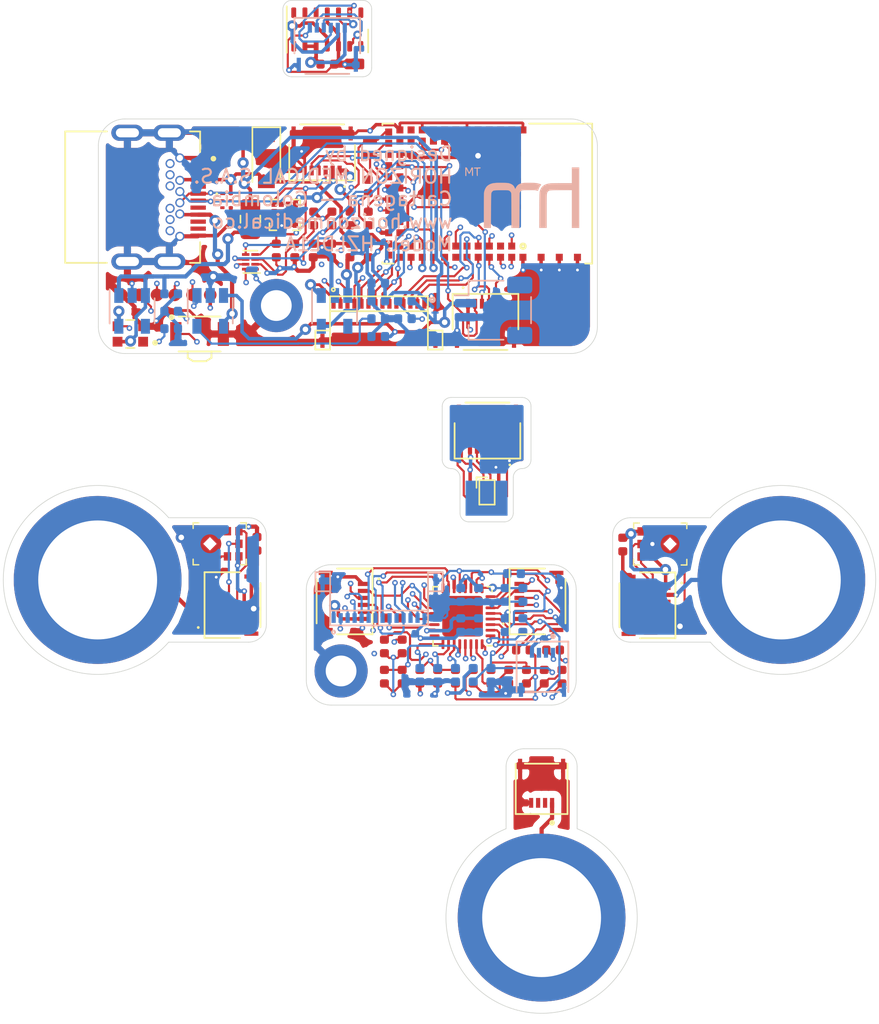
<source format=kicad_pcb>
(kicad_pcb (version 20171130) (host pcbnew "(5.1.4-0-10_14)")
  (layers (0 F.Cu signal) (1 In1.Cu power) (2 In2.Cu power) (31 B.Cu signal) (34 B.Paste user) (35 F.Paste user) (36 B.SilkS user) (37 F.SilkS user) (38 B.Mask user) (39 F.Mask user) (44 Edge.Cuts user))
  (net 0 "")
  (net 1 GND)
  (net 2 "Net-(C1-Pad1)")
  (net 3 "Net-(C2-Pad1)")
  (net 4 +3V3)
  (net 5 +5V)
  (net 6 +BATT)
  (net 7 "Net-(C10-Pad2)")
  (net 8 "Net-(C11-Pad2)")
  (net 9 "Net-(C12-Pad2)")
  (net 10 "Net-(C13-Pad2)")
  (net 11 "Net-(C13-Pad1)")
  (net 12 "Net-(C14-Pad2)")
  (net 13 "Net-(C14-Pad1)")
  (net 14 "Net-(C15-Pad2)")
  (net 15 "Net-(C15-Pad1)")
  (net 16 "Net-(C16-Pad1)")
  (net 17 "Net-(C18-Pad2)")
  (net 18 "Net-(C18-Pad1)")
  (net 19 "Net-(C20-Pad2)")
  (net 20 "Net-(C21-Pad2)")
  (net 21 /RLDINV)
  (net 22 +1V8)
  (net 23 "Net-(D1-Pad5)")
  (net 24 "Net-(D1-Pad3)")
  (net 25 "Net-(D2-Pad1)")
  (net 26 "Net-(J1-PadB11)")
  (net 27 "Net-(J1-PadB10)")
  (net 28 "Net-(J1-PadB8)")
  (net 29 "Net-(J1-PadB5)")
  (net 30 "Net-(J1-PadB3)")
  (net 31 "Net-(J1-PadB2)")
  (net 32 "Net-(J1-PadA11)")
  (net 33 "Net-(J1-PadA10)")
  (net 34 "Net-(J1-PadA8)")
  (net 35 "Net-(J1-PadA5)")
  (net 36 "Net-(J1-PadA3)")
  (net 37 "Net-(J1-PadA2)")
  (net 38 /BL654_UART_RX)
  (net 39 /BL654_UART_TX)
  (net 40 /BL654_SWDIO)
  (net 41 /BL654_SWDCLK)
  (net 42 "Net-(R3-Pad2)")
  (net 43 "Net-(R7-Pad1)")
  (net 44 "Net-(R8-Pad1)")
  (net 45 /RLDIN)
  (net 46 /RLDOUT)
  (net 47 "Net-(R15-Pad1)")
  (net 48 "Net-(R16-Pad1)")
  (net 49 /TMP_ALERT)
  (net 50 "Net-(U1-Pad64)")
  (net 51 /ADS_START)
  (net 52 "Net-(U1-Pad61)")
  (net 53 /~ADS_PWDN_RESET)
  (net 54 "Net-(U1-Pad59)")
  (net 55 "Net-(U1-Pad57)")
  (net 56 /ADS_SPI_MOSI)
  (net 57 /~ADS_SPI_CS)
  (net 58 /ADS_SPI_SCLK)
  (net 59 /ADS_SPI_MISO)
  (net 60 "Net-(U1-Pad50)")
  (net 61 "Net-(U1-Pad49)")
  (net 62 "Net-(U1-Pad46)")
  (net 63 "Net-(U1-Pad45)")
  (net 64 "Net-(U1-Pad39)")
  (net 65 /~ADS_DRDY)
  (net 66 /ADS_CLK)
  (net 67 "Net-(U1-Pad11)")
  (net 68 "Net-(U1-Pad4)")
  (net 69 "Net-(U2-Pad4)")
  (net 70 "Net-(U6-Pad14)")
  (net 71 /~MAX_INT)
  (net 72 "Net-(U6-Pad8)")
  (net 73 "Net-(U6-Pad7)")
  (net 74 "Net-(U6-Pad6)")
  (net 75 "Net-(U6-Pad5)")
  (net 76 "Net-(U6-Pad1)")
  (net 77 "Net-(U7-Pad4)")
  (net 78 /BL654_USB_DP)
  (net 79 /BL654_USB_DN)
  (net 80 "Net-(J9-Pad3)")
  (net 81 "Net-(J9-Pad2)")
  (net 82 "Net-(J10-Pad3)")
  (net 83 "Net-(J10-Pad2)")
  (net 84 /TMP_ADD0)
  (net 85 "Net-(U1-Pad27)")
  (net 86 /BL654_I2C_SDA_HV)
  (net 87 /BL654_I2C_SCL_HV)
  (net 88 /BL654_I2C_SDA_LV)
  (net 89 /BL654_I2C_SCL_LV)
  (net 90 /ACCEL_INT1)
  (net 91 /ACCEL_INT2)
  (net 92 "Net-(J11-Pad10)")
  (net 93 "Net-(J12-Pad10)")
  (net 94 /BL654_I2S_SD)
  (net 95 /BL654_I2S_SCK)
  (net 96 /BL654_I2S_WS)
  (net 97 /VIN)
  (net 98 /WS2812_DATA)
  (net 99 /MCP73831_STAT)
  (net 100 "Net-(SW1-Pad1)")
  (net 101 "Net-(U1-Pad28)")
  (net 102 "Net-(U1-Pad20)")
  (net 103 /VIN_FUSE)
  (net 104 "Net-(U1-Pad44)")
  (net 105 "Net-(U1-Pad62)")
  (net 106 "Net-(U1-Pad60)")
  (net 107 "Net-(U1-Pad56)")
  (net 108 "Net-(U1-Pad54)")
  (net 109 "Net-(U1-Pad53)")
  (net 110 "Net-(U1-Pad51)")
  (net 111 "Net-(U1-Pad32)")
  (net 112 "Net-(U1-Pad30)")
  (net 113 /BL654_I2S_SD_EXT)
  (net 114 /BL654_I2S_SCK_EXT)
  (net 115 /BL654_I2S_WS_EXT)
  (net 116 /~ADS_DRDY_EXT)
  (net 117 /ADS_CLK_EXT)
  (net 118 /ADS_START_EXT)
  (net 119 /~ADS_PWDN_RESET_EXT)
  (net 120 /~ADS_SPI_CS_EXT)
  (net 121 /ADS_SPI_MOSI_EXT)
  (net 122 /ADS_SPI_MISO_EXT)
  (net 123 /ADS_SPI_SCLK_EXT)
  (net 124 /~MAX_INT_EXT)
  (net 125 /BL654_I2C_SDA_LV_EXT)
  (net 126 /BL654_I2C_SCL_LV_EXT)
  (net 127 /TMP_ADD0_EXT)
  (net 128 /TMP_ALERT_EXT)
  (net 129 /BL654_I2C_SDA_HV_EXT)
  (net 130 /BL654_I2C_SCL_HV_EXT)
  (net 131 /ECG_LEFT_ARM)
  (net 132 /ECG_RIGHT_ARM)
  (net 133 /ECG_RIGHT_LEG)
  (net 134 "Net-(U1-Pad63)")
  (net 135 "Net-(C31-Pad2)")
  (net 136 /VDIV)
  (module Pads_1.27mm:TEMP_SENSOR_PAD (layer B.Cu) (at 95.631 107.696)
    (fp_text reference REF** hide)
    (fp_text value TEMP_SENSOR_PAD hide)
    (pad 1 smd rect (at 0 0) (size 3 2.5) (layers B.Cu B.Mask))
  )
  (module MOLEX_503480-0600:ECG_SNAP (layer F.Cu) (at 67.818 113.538)
    (fp_text reference J7 hide)
    (fp_text value ECG_RIGHT_ARM hide)
    (pad 1 thru_hole circle (at 0 0) (size 12 12) (drill 8.5) (layers *.Cu *.Mask) (net 132 /ECG_RIGHT_ARM))
  )
  (module digikey-footprints:SPH0645LM4H-B (layer F.Cu) (at 108.75264 110.97006 90)
    (fp_text reference MIC2 hide)
    (fp_text value ICS-43434 hide)
    (fp_circle (center 0 0) (end 0.662 0) (layer F.Cu) (width 0.3))
    (pad 6 smd rect (at 0 -2.074 90) (size 0.6 0.522) (layers F.Cu F.Paste F.Mask) (net 113 /BL654_I2S_SD_EXT))
    (pad 5 smd rect (at 0.9 -2.074 90) (size 0.6 0.522) (layers F.Cu F.Paste F.Mask) (net 4 +3V3))
    (pad 4 smd rect (at 0.9 -1.252 90) (size 0.6 0.522) (layers F.Cu F.Paste F.Mask) (net 114 /BL654_I2S_SCK_EXT))
    (pad 2 smd rect (at -0.9 -1.252 90) (size 0.6 0.522) (layers F.Cu F.Paste F.Mask) (net 4 +3V3))
    (pad "" np_thru_hole circle (at 0 0 90) (size 0.325 0.325) (drill 0.325) (layers *.Cu *.Mask))
    (pad 1 smd rect (at -0.9 -2.074 90) (size 0.6 0.522) (layers F.Cu F.Paste F.Mask) (net 115 /BL654_I2S_WS_EXT))
    (pad 3 smd circle (at 0.662 0 90) (size 0.3 0.3) (layers F.Cu F.Paste F.Mask) (net 1 GND))
    (pad 3 smd circle (at -0.662 0 90) (size 0.3 0.3) (layers F.Cu F.Paste F.Mask) (net 1 GND))
    (pad 3 smd circle (at 0 -0.662 90) (size 0.3 0.3) (layers F.Cu F.Paste F.Mask) (net 1 GND))
    (pad 3 smd circle (at 0 0.662 90) (size 0.3 0.3) (layers F.Cu F.Paste F.Mask) (net 1 GND))
  )
  (module MOLEX_503480-0600:MOLEX_503480-0600 (layer F.Cu) (at 107.03814 115.35156 270)
    (fp_text reference J5 hide)
    (fp_text value 503480-0600 hide)
    (pad S2 smd rect (at 2.04 1.25 270) (size 0.3 1) (layers F.Cu F.Paste F.Mask) (net 1 GND))
    (pad S1 smd rect (at -2.04 1.25 270) (size 0.3 1) (layers F.Cu F.Paste F.Mask) (net 1 GND))
    (pad 6 smd rect (at 1.25 -1.4 270) (size 0.3 0.7) (layers F.Cu F.Paste F.Mask) (net 1 GND))
    (pad 5 smd rect (at 0.75 -1.4 270) (size 0.3 0.7) (layers F.Cu F.Paste F.Mask) (net 113 /BL654_I2S_SD_EXT))
    (pad 4 smd rect (at 0.25 -1.4 270) (size 0.3 0.7) (layers F.Cu F.Paste F.Mask) (net 114 /BL654_I2S_SCK_EXT))
    (pad 3 smd rect (at -0.25 -1.4 270) (size 0.3 0.7) (layers F.Cu F.Paste F.Mask) (net 115 /BL654_I2S_WS_EXT))
    (pad 2 smd rect (at -0.75 -1.4 270) (size 0.3 0.7) (layers F.Cu F.Paste F.Mask) (net 131 /ECG_LEFT_ARM))
    (pad 1 smd rect (at -1.25 -1.4 270) (size 0.3 0.7) (layers F.Cu F.Paste F.Mask) (net 4 +3V3))
  )
  (module MOLEX_503480-0600:MOLEX_503480-0600 (layer F.Cu) (at 77.56144 115.33632 90)
    (fp_text reference J17 hide)
    (fp_text value 503480-0600 hide)
    (pad S2 smd rect (at 2.04 1.25 90) (size 0.3 1) (layers F.Cu F.Paste F.Mask) (net 1 GND))
    (pad S1 smd rect (at -2.04 1.25 90) (size 0.3 1) (layers F.Cu F.Paste F.Mask) (net 1 GND))
    (pad 6 smd rect (at 1.25 -1.4 90) (size 0.3 0.7) (layers F.Cu F.Paste F.Mask) (net 1 GND))
    (pad 5 smd rect (at 0.75 -1.4 90) (size 0.3 0.7) (layers F.Cu F.Paste F.Mask) (net 113 /BL654_I2S_SD_EXT))
    (pad 4 smd rect (at 0.25 -1.4 90) (size 0.3 0.7) (layers F.Cu F.Paste F.Mask) (net 114 /BL654_I2S_SCK_EXT))
    (pad 3 smd rect (at -0.25 -1.4 90) (size 0.3 0.7) (layers F.Cu F.Paste F.Mask) (net 115 /BL654_I2S_WS_EXT))
    (pad 2 smd rect (at -0.75 -1.4 90) (size 0.3 0.7) (layers F.Cu F.Paste F.Mask) (net 132 /ECG_RIGHT_ARM))
    (pad 1 smd rect (at -1.25 -1.4 90) (size 0.3 0.7) (layers F.Cu F.Paste F.Mask) (net 4 +3V3))
  )
  (module MountingHole:MountingHole_2.2mm_M2_DIN965_Pad (layer F.Cu) (at 80.5942 93.9292)
    (fp_text reference J20 hide)
    (fp_text value MOUNTING_HOLE_ECG hide)
    (pad 1 thru_hole circle (at 0 0) (size 3.8 3.8) (drill 2.2) (layers *.Cu *.Mask) (net 1 GND))
  )
  (module SW_B3U-3000P:SW_B3U-3000P (layer F.Cu) (at 75.1078 95.9612)
    (fp_text reference SW1 hide)
    (fp_text value SW_Push hide)
    (pad 1 smd rect (at -1.7 0) (size 0.8 1.7) (layers F.Cu F.Paste F.Mask) (net 100 "Net-(SW1-Pad1)"))
    (pad 2 smd rect (at 1.7 0) (size 0.8 1.7) (layers F.Cu F.Paste F.Mask) (net 1 GND))
  )
  (module Resistor_SMD:R_0402_1005Metric (layer B.Cu) (at 89.789 94.869)
    (fp_text reference R2 hide)
    (fp_text value 100K hide)
    (pad 2 smd roundrect (at 0.485 0) (size 0.59 0.64) (layers B.Cu B.Paste B.Mask) (net 136 /VDIV))
    (pad 1 smd roundrect (at -0.485 0) (size 0.59 0.64) (layers B.Cu B.Paste B.Mask) (net 1 GND))
  )
  (module Resistor_SMD:R_0402_1005Metric (layer B.Cu) (at 89.789 93.599)
    (fp_text reference R1 hide)
    (fp_text value 100K hide)
    (pad 2 smd roundrect (at 0.485 0) (size 0.59 0.64) (layers B.Cu B.Paste B.Mask) (net 6 +BATT))
    (pad 1 smd roundrect (at -0.485 0) (size 0.59 0.64) (layers B.Cu B.Paste B.Mask) (net 136 /VDIV))
  )
  (module Capacitor_SMD:C_0402_1005Metric (layer B.Cu) (at 73.0758 95.5802 180)
    (fp_text reference C31 hide)
    (fp_text value 100pF hide)
    (pad 2 smd roundrect (at 0.485 0 180) (size 0.59 0.64) (layers B.Cu B.Paste B.Mask) (net 135 "Net-(C31-Pad2)"))
    (pad 1 smd roundrect (at -0.485 0 180) (size 0.59 0.64) (layers B.Cu B.Paste B.Mask) (net 1 GND))
  )
  (module Fuse:Fuse_0805_2012Metric (layer F.Cu) (at 78.74 87.757 90)
    (fp_text reference F1 hide)
    (fp_text value 0ZCK0075FF2E hide)
    (pad 2 smd roundrect (at 0.9375 0 90) (size 0.975 1.4) (layers F.Cu F.Paste F.Mask) (net 103 /VIN_FUSE))
    (pad 1 smd roundrect (at -0.9375 0 90) (size 0.975 1.4) (layers F.Cu F.Paste F.Mask) (net 97 /VIN))
  )
  (module SnapEda:TRANS_CSD23280F3 (layer B.Cu) (at 91.948 94.2086 270)
    (fp_text reference Q1 hide)
    (fp_text value CSD23280F3 hide)
    (pad 3 smd rect (at 0.225 0 270) (size 0.15 0.5) (layers B.Cu B.Paste) (net 6 +BATT))
    (pad 2 smd rect (at -0.175 -0.175 270) (size 0.25 0.15) (layers B.Cu B.Paste) (net 103 /VIN_FUSE))
    (pad 1 smd rect (at -0.175 0.175 270) (size 0.25 0.15) (layers B.Cu B.Paste) (net 5 +5V))
  )
  (module Diode_SMD:D_SOD-123 (layer F.Cu) (at 79.883 83.439 270)
    (fp_text reference D3 hide)
    (fp_text value MBR0540T1G hide)
    (pad 2 smd rect (at 1.65 0 270) (size 0.9 1.2) (layers F.Cu F.Paste F.Mask) (net 5 +5V))
    (pad 1 smd rect (at -1.65 0 270) (size 0.9 1.2) (layers F.Cu F.Paste F.Mask) (net 103 /VIN_FUSE))
  )
  (module Package_TO_SOT_SMD:SOT-23-5 (layer B.Cu) (at 75.8698 94.3102 270)
    (fp_text reference U4 hide)
    (fp_text value MCP73831T-2ACI/OT hide)
    (pad 5 smd rect (at 1.1 0.95 270) (size 1.06 0.65) (layers B.Cu B.Paste B.Mask) (net 42 "Net-(R3-Pad2)"))
    (pad 4 smd rect (at 1.1 -0.95 270) (size 1.06 0.65) (layers B.Cu B.Paste B.Mask) (net 5 +5V))
    (pad 3 smd rect (at -1.1 -0.95 270) (size 1.06 0.65) (layers B.Cu B.Paste B.Mask) (net 6 +BATT))
    (pad 2 smd rect (at -1.1 0 270) (size 1.06 0.65) (layers B.Cu B.Paste B.Mask) (net 1 GND))
    (pad 1 smd rect (at -1.1 0.95 270) (size 1.06 0.65) (layers B.Cu B.Paste B.Mask) (net 99 /MCP73831_STAT))
  )
  (module Pads_1.27mm:1.27mm_pads_01x06 (layer F.Cu) (at 72.6948 93.1672 180)
    (fp_text reference J4 hide)
    (fp_text value Conn_01x06 hide)
    (pad 6 smd circle (at 3.175 0 180) (size 0.9 0.9) (layers F.Cu F.Paste F.Mask) (net 1 GND))
    (pad 5 smd circle (at 1.905 0 180) (size 0.9 0.9) (layers F.Cu F.Paste F.Mask) (net 38 /BL654_UART_RX))
    (pad 4 smd circle (at 0.635 0 180) (size 0.9 0.9) (layers F.Cu F.Paste F.Mask) (net 39 /BL654_UART_TX))
    (pad 3 smd circle (at -0.635 0 180) (size 0.9 0.9) (layers F.Cu F.Paste F.Mask) (net 40 /BL654_SWDIO))
    (pad 2 smd circle (at -1.905 0 180) (size 0.9 0.9) (layers F.Cu F.Paste F.Mask) (net 41 /BL654_SWDCLK))
    (pad 1 smd circle (at -3.175 0 180) (size 0.9 0.9) (layers F.Cu F.Paste F.Mask) (net 4 +3V3))
  )
  (module SnapEda:SON50P100X145X60-6N (layer F.Cu) (at 77.0382 86.4362)
    (fp_text reference D1 hide)
    (fp_text value TPD4S012DRYR hide)
    (pad 6 smd rect (at 0.3 -0.5) (size 0.3 0.2) (layers F.Cu F.Paste F.Mask) (net 5 +5V))
    (pad 5 smd rect (at 0.3 0) (size 0.3 0.2) (layers F.Cu F.Paste F.Mask) (net 23 "Net-(D1-Pad5)"))
    (pad 4 smd rect (at 0.3 0.5) (size 0.3 0.2) (layers F.Cu F.Paste F.Mask) (net 1 GND))
    (pad 3 smd rect (at -0.3 0.5) (size 0.3 0.2) (layers F.Cu F.Paste F.Mask) (net 24 "Net-(D1-Pad3)"))
    (pad 2 smd rect (at -0.3 0) (size 0.3 0.2) (layers F.Cu F.Paste F.Mask) (net 79 /BL654_USB_DN))
    (pad 1 smd rect (at -0.275 -0.5) (size 0.35 0.2) (layers F.Cu F.Paste F.Mask) (net 78 /BL654_USB_DP))
  )
  (module Connector_JST:JST_SH_SM02B-SRSS-TB_1x02-1MP_P1.00mm_Horizontal (layer B.Cu) (at 96.12836 94.26026 270)
    (fp_text reference J2 hide)
    (fp_text value "SM02B-SRSS-TB(LF)(SN)" hide)
    (pad MP smd roundrect (at 1.8 -1.875 270) (size 1.2 1.8) (layers B.Cu B.Paste B.Mask) (roundrect_rratio 0.208333))
    (pad MP smd roundrect (at -1.8 -1.875 270) (size 1.2 1.8) (layers B.Cu B.Paste B.Mask) (roundrect_rratio 0.208333))
    (pad 2 smd roundrect (at 0.5 2 270) (size 0.6 1.55) (layers B.Cu B.Paste B.Mask) (net 1 GND))
    (pad 1 smd roundrect (at -0.5 2 270) (size 0.6 1.55) (layers B.Cu B.Paste B.Mask) (net 6 +BATT))
  )
  (module digikey-footprints:SPH0645LM4H-B (layer F.Cu) (at 75.84694 110.95482 270)
    (fp_text reference MIC1 hide)
    (fp_text value ICS-43434 hide)
    (fp_circle (center 0 0) (end 0.662 0) (layer F.Cu) (width 0.3))
    (pad 6 smd rect (at 0 -2.074 270) (size 0.6 0.522) (layers F.Cu F.Paste F.Mask) (net 113 /BL654_I2S_SD_EXT))
    (pad 5 smd rect (at 0.9 -2.074 270) (size 0.6 0.522) (layers F.Cu F.Paste F.Mask) (net 4 +3V3))
    (pad 4 smd rect (at 0.9 -1.252 270) (size 0.6 0.522) (layers F.Cu F.Paste F.Mask) (net 114 /BL654_I2S_SCK_EXT))
    (pad 2 smd rect (at -0.9 -1.252 270) (size 0.6 0.522) (layers F.Cu F.Paste F.Mask) (net 1 GND))
    (pad "" np_thru_hole circle (at 0 0 270) (size 0.325 0.325) (drill 0.325) (layers *.Cu *.Mask))
    (pad 1 smd rect (at -0.9 -2.074 270) (size 0.6 0.522) (layers F.Cu F.Paste F.Mask) (net 115 /BL654_I2S_WS_EXT))
    (pad 3 smd circle (at 0.662 0 270) (size 0.3 0.3) (layers F.Cu F.Paste F.Mask) (net 1 GND))
    (pad 3 smd circle (at -0.662 0 270) (size 0.3 0.3) (layers F.Cu F.Paste F.Mask) (net 1 GND))
    (pad 3 smd circle (at 0 -0.662 270) (size 0.3 0.3) (layers F.Cu F.Paste F.Mask) (net 1 GND))
    (pad 3 smd circle (at 0 0.662 270) (size 0.3 0.3) (layers F.Cu F.Paste F.Mask) (net 1 GND))
  )
  (module MountingHole:MountingHole_2.2mm_M2_DIN965_Pad (layer F.Cu) (at 85.22716 120.04294)
    (fp_text reference J19 hide)
    (fp_text value MOUNTING_HOLE_MAIN hide)
    (pad 1 thru_hole circle (at 0 0) (size 3.8 3.8) (drill 2.2) (layers *.Cu *.Mask) (net 1 GND))
  )
  (module horizon_logo_silk:horizon_logo_silk_small (layer B.Cu) (at 98.7552 86.6902 180)
    (fp_text reference P6 hide)
    (fp_text value "HORIZON MEDICAL LOGO" hide)
  )
  (module MOLEX_503480-0600:ECG_SNAP (layer F.Cu) (at 99.568 137.668)
    (fp_text reference J18 hide)
    (fp_text value ECG_RIGHT_LEG hide)
    (pad 1 thru_hole circle (at 0 0) (size 12 12) (drill 8.5) (layers *.Cu *.Mask) (net 133 /ECG_RIGHT_LEG))
  )
  (module Resistor_SMD:R_0402_1005Metric (layer B.Cu) (at 95.94596 120.32234 270)
    (fp_text reference R10 hide)
    (fp_text value 10M hide)
    (pad 2 smd roundrect (at 0.485 0 270) (size 0.59 0.64) (layers B.Cu B.Paste B.Mask) (net 1 GND))
    (pad 1 smd roundrect (at -0.485 0 270) (size 0.59 0.64) (layers B.Cu B.Paste B.Mask) (net 19 "Net-(C20-Pad2)"))
  )
  (module Resistor_SMD:R_0402_1005Metric (layer B.Cu) (at 94.67596 120.32234 90)
    (fp_text reference R9 hide)
    (fp_text value 10M hide)
    (pad 2 smd roundrect (at 0.485 0 90) (size 0.59 0.64) (layers B.Cu B.Paste B.Mask) (net 4 +3V3))
    (pad 1 smd roundrect (at -0.485 0 90) (size 0.59 0.64) (layers B.Cu B.Paste B.Mask) (net 19 "Net-(C20-Pad2)"))
  )
  (module Capacitor_SMD:C_0402_1005Metric (layer F.Cu) (at 98.23196 118.54434 180)
    (fp_text reference C17 hide)
    (fp_text value 100nF hide)
    (pad 2 smd roundrect (at 0.485 0 180) (size 0.59 0.64) (layers F.Cu F.Paste F.Mask) (net 131 /ECG_LEFT_ARM))
    (pad 1 smd roundrect (at -0.485 0 180) (size 0.59 0.64) (layers F.Cu F.Paste F.Mask) (net 15 "Net-(C15-Pad1)"))
  )
  (module Capacitor_SMD:C_0402_1005Metric (layer B.Cu) (at 95.05696 114.60734 90)
    (fp_text reference C8 hide)
    (fp_text value 100nF hide)
    (pad 2 smd roundrect (at 0.485 0 90) (size 0.59 0.64) (layers B.Cu B.Paste B.Mask) (net 4 +3V3))
    (pad 1 smd roundrect (at -0.485 0 90) (size 0.59 0.64) (layers B.Cu B.Paste B.Mask) (net 1 GND))
  )
  (module Capacitor_SMD:C_0402_1005Metric (layer B.Cu) (at 93.78696 114.60734 90)
    (fp_text reference C5 hide)
    (fp_text value 10uF hide)
    (pad 2 smd roundrect (at 0.485 0 90) (size 0.59 0.64) (layers B.Cu B.Paste B.Mask) (net 4 +3V3))
    (pad 1 smd roundrect (at -0.485 0 90) (size 0.59 0.64) (layers B.Cu B.Paste B.Mask) (net 1 GND))
  )
  (module MOLEX_503480-0600:MOLEX_503480-0600 (layer F.Cu) (at 85.37702 115.07216 270)
    (fp_text reference J8 hide)
    (fp_text value 503480-0600 hide)
    (pad S2 smd rect (at 2.04 1.25 270) (size 0.3 1) (layers F.Cu F.Paste F.Mask) (net 1 GND))
    (pad S1 smd rect (at -2.04 1.25 270) (size 0.3 1) (layers F.Cu F.Paste F.Mask) (net 1 GND))
    (pad 6 smd rect (at 1.25 -1.4 270) (size 0.3 0.7) (layers F.Cu F.Paste F.Mask) (net 4 +3V3))
    (pad 5 smd rect (at 0.75 -1.4 270) (size 0.3 0.7) (layers F.Cu F.Paste F.Mask) (net 132 /ECG_RIGHT_ARM))
    (pad 4 smd rect (at 0.25 -1.4 270) (size 0.3 0.7) (layers F.Cu F.Paste F.Mask) (net 115 /BL654_I2S_WS_EXT))
    (pad 3 smd rect (at -0.25 -1.4 270) (size 0.3 0.7) (layers F.Cu F.Paste F.Mask) (net 114 /BL654_I2S_SCK_EXT))
    (pad 2 smd rect (at -0.75 -1.4 270) (size 0.3 0.7) (layers F.Cu F.Paste F.Mask) (net 113 /BL654_I2S_SD_EXT))
    (pad 1 smd rect (at -1.25 -1.4 270) (size 0.3 0.7) (layers F.Cu F.Paste F.Mask) (net 1 GND))
  )
  (module MOLEX_503480-0600:ECG_SNAP (layer F.Cu) (at 116.713 113.538)
    (fp_text reference J6 hide)
    (fp_text value ECG_LEFT_ARM)
    (pad 1 thru_hole circle (at 0 0) (size 12 12) (drill 8.5) (layers *.Cu *.Mask) (net 131 /ECG_LEFT_ARM))
  )
  (module MOLEX_503480-0600:MOLEX_503480-0600 (layer F.Cu) (at 99.37496 115.07216 90)
    (fp_text reference J3 hide)
    (fp_text value 503480-0600 hide)
    (pad S2 smd rect (at 2.04 1.25 90) (size 0.3 1) (layers F.Cu F.Paste F.Mask) (net 1 GND))
    (pad S1 smd rect (at -2.04 1.25 90) (size 0.3 1) (layers F.Cu F.Paste F.Mask) (net 1 GND))
    (pad 6 smd rect (at 1.25 -1.4 90) (size 0.3 0.7) (layers F.Cu F.Paste F.Mask) (net 4 +3V3))
    (pad 5 smd rect (at 0.75 -1.4 90) (size 0.3 0.7) (layers F.Cu F.Paste F.Mask) (net 131 /ECG_LEFT_ARM))
    (pad 4 smd rect (at 0.25 -1.4 90) (size 0.3 0.7) (layers F.Cu F.Paste F.Mask) (net 115 /BL654_I2S_WS_EXT))
    (pad 3 smd rect (at -0.25 -1.4 90) (size 0.3 0.7) (layers F.Cu F.Paste F.Mask) (net 114 /BL654_I2S_SCK_EXT))
    (pad 2 smd rect (at -0.75 -1.4 90) (size 0.3 0.7) (layers F.Cu F.Paste F.Mask) (net 113 /BL654_I2S_SD_EXT))
    (pad 1 smd rect (at -1.25 -1.4 90) (size 0.3 0.7) (layers F.Cu F.Paste F.Mask) (net 1 GND))
  )
  (module Resistor_SMD:R_0402_1005Metric (layer B.Cu) (at 87.884 93.599)
    (fp_text reference R4 hide)
    (fp_text value 100K hide)
    (pad 2 smd roundrect (at 0.485 0) (size 0.59 0.64) (layers B.Cu B.Paste B.Mask) (net 5 +5V))
    (pad 1 smd roundrect (at -0.485 0) (size 0.59 0.64) (layers B.Cu B.Paste B.Mask) (net 1 GND))
  )
  (module Capacitor_SMD:C_0402_1005Metric (layer B.Cu) (at 73.0758 94.3356)
    (fp_text reference C4 hide)
    (fp_text value 1uF hide)
    (pad 2 smd roundrect (at 0.485 0) (size 0.59 0.64) (layers B.Cu B.Paste B.Mask) (net 4 +3V3))
    (pad 1 smd roundrect (at -0.485 0) (size 0.59 0.64) (layers B.Cu B.Paste B.Mask) (net 1 GND))
  )
  (module XCVR_451-00001:XCVR_451-00001 (layer F.Cu) (at 95.6818 85.9282 270)
    (fp_text reference U1 hide)
    (fp_text value BL654 hide)
    (pad 71 smd rect (at -1.875 -1.75 270) (size 0.5 0.5) (layers F.Cu F.Paste F.Mask) (net 1 GND))
    (pad 70 smd rect (at 0 -1.75 270) (size 0.5 0.5) (layers F.Cu F.Paste F.Mask) (net 1 GND))
    (pad 69 smd rect (at 1.875 -1.75 270) (size 0.5 0.5) (layers F.Cu F.Paste F.Mask) (net 1 GND))
    (pad 68 smd rect (at 4.55 -6.45 270) (size 0.5 0.5) (layers F.Cu F.Paste F.Mask) (net 1 GND))
    (pad 67 smd rect (at 4.55 -5.15 270) (size 0.5 0.5) (layers F.Cu F.Paste F.Mask) (net 1 GND))
    (pad 66 smd rect (at 4.55 -3.85 270) (size 0.5 0.5) (layers F.Cu F.Paste F.Mask) (net 1 GND))
    (pad 65 smd rect (at -4.55 -2.55 270) (size 0.5 0.5) (layers F.Cu F.Paste F.Mask) (net 1 GND))
    (pad 0 smd rect (at 4.55 -2.55 270) (size 0.5 0.5) (layers F.Cu F.Paste F.Mask) (net 1 GND))
    (pad 64 smd rect (at -3.75 -1.75 270) (size 0.5 0.5) (layers F.Cu F.Paste F.Mask) (net 50 "Net-(U1-Pad64)"))
    (pad 63 smd rect (at -4.55 -1.75 270) (size 0.5 0.5) (layers F.Cu F.Paste F.Mask) (net 134 "Net-(U1-Pad63)"))
    (pad 62 smd rect (at -3.75 -0.95 270) (size 0.5 0.5) (layers F.Cu F.Paste F.Mask) (net 105 "Net-(U1-Pad62)"))
    (pad 61 smd rect (at -4.55 -0.95 270) (size 0.5 0.5) (layers F.Cu F.Paste F.Mask) (net 52 "Net-(U1-Pad61)"))
    (pad 60 smd rect (at -3.75 -0.15 270) (size 0.5 0.5) (layers F.Cu F.Paste F.Mask) (net 106 "Net-(U1-Pad60)"))
    (pad 59 smd rect (at -4.55 -0.15 270) (size 0.5 0.5) (layers F.Cu F.Paste F.Mask) (net 54 "Net-(U1-Pad59)"))
    (pad 58 smd rect (at -3.75 0.65 270) (size 0.5 0.5) (layers F.Cu F.Paste F.Mask) (net 1 GND))
    (pad 57 smd rect (at -4.55 0.65 270) (size 0.5 0.5) (layers F.Cu F.Paste F.Mask) (net 55 "Net-(U1-Pad57)"))
    (pad 56 smd rect (at -3.75 1.45 270) (size 0.5 0.5) (layers F.Cu F.Paste F.Mask) (net 107 "Net-(U1-Pad56)"))
    (pad 55 smd rect (at -4.55 1.45 270) (size 0.5 0.5) (layers F.Cu F.Paste F.Mask) (net 1 GND))
    (pad 54 smd rect (at -3.75 2.25 270) (size 0.5 0.5) (layers F.Cu F.Paste F.Mask) (net 108 "Net-(U1-Pad54)"))
    (pad 53 smd rect (at -4.55 2.25 270) (size 0.5 0.5) (layers F.Cu F.Paste F.Mask) (net 109 "Net-(U1-Pad53)"))
    (pad 52 smd rect (at -3.75 3.05 270) (size 0.5 0.5) (layers F.Cu F.Paste F.Mask) (net 1 GND))
    (pad 51 smd rect (at -4.55 3.05 270) (size 0.5 0.5) (layers F.Cu F.Paste F.Mask) (net 110 "Net-(U1-Pad51)"))
    (pad 50 smd rect (at -3.75 3.85 270) (size 0.5 0.5) (layers F.Cu F.Paste F.Mask) (net 60 "Net-(U1-Pad50)"))
    (pad 49 smd rect (at -4.55 3.85 270) (size 0.5 0.5) (layers F.Cu F.Paste F.Mask) (net 61 "Net-(U1-Pad49)"))
    (pad 48 smd rect (at -3.75 4.65 270) (size 0.5 0.5) (layers F.Cu F.Paste F.Mask) (net 136 /VDIV))
    (pad 47 smd rect (at -4.55 4.65 270) (size 0.5 0.5) (layers F.Cu F.Paste F.Mask) (net 1 GND))
    (pad 46 smd rect (at -3.75 5.45 270) (size 0.5 0.5) (layers F.Cu F.Paste F.Mask) (net 62 "Net-(U1-Pad46)"))
    (pad 45 smd rect (at -4.55 5.45 270) (size 0.5 0.5) (layers F.Cu F.Paste F.Mask) (net 63 "Net-(U1-Pad45)"))
    (pad 44 smd rect (at -3.75 6.25 270) (size 0.5 0.5) (layers F.Cu F.Paste F.Mask) (net 104 "Net-(U1-Pad44)"))
    (pad 43 smd rect (at -4.55 6.25 270) (size 0.5 0.5) (layers F.Cu F.Paste F.Mask) (net 1 GND))
    (pad 42 smd rect (at -4.4 7.05 270) (size 0.5 0.5) (layers F.Cu F.Paste F.Mask) (net 2 "Net-(C1-Pad1)"))
    (pad 41 smd rect (at -3.6 7.05 270) (size 0.5 0.5) (layers F.Cu F.Paste F.Mask) (net 3 "Net-(C2-Pad1)"))
    (pad 40 smd rect (at -2.8 6.25 270) (size 0.5 0.5) (layers F.Cu F.Paste F.Mask) (net 1 GND))
    (pad 39 smd rect (at -2.8 7.05 270) (size 0.5 0.5) (layers F.Cu F.Paste F.Mask) (net 64 "Net-(U1-Pad39)"))
    (pad 38 smd rect (at -2 6.25 270) (size 0.5 0.5) (layers F.Cu F.Paste F.Mask) (net 87 /BL654_I2C_SCL_HV))
    (pad 37 smd rect (at -2 7.05 270) (size 0.5 0.5) (layers F.Cu F.Paste F.Mask) (net 71 /~MAX_INT))
    (pad 36 smd rect (at -1.2 6.25 270) (size 0.5 0.5) (layers F.Cu F.Paste F.Mask) (net 86 /BL654_I2C_SDA_HV))
    (pad 35 smd rect (at -1.2 7.05 270) (size 0.5 0.5) (layers F.Cu F.Paste F.Mask) (net 39 /BL654_UART_TX))
    (pad 34 smd rect (at -0.4 6.25 270) (size 0.5 0.5) (layers F.Cu F.Paste F.Mask) (net 99 /MCP73831_STAT))
    (pad 33 smd rect (at -0.4 7.05 270) (size 0.5 0.5) (layers F.Cu F.Paste F.Mask) (net 1 GND))
    (pad 32 smd rect (at 0.4 6.25 270) (size 0.5 0.5) (layers F.Cu F.Paste F.Mask) (net 111 "Net-(U1-Pad32)"))
    (pad 31 smd rect (at 0.4 7.05 270) (size 0.5 0.5) (layers F.Cu F.Paste F.Mask) (net 4 +3V3))
    (pad 30 smd rect (at 1.2 6.25 270) (size 0.5 0.5) (layers F.Cu F.Paste F.Mask) (net 112 "Net-(U1-Pad30)"))
    (pad 29 smd rect (at 1.2 7.05 270) (size 0.5 0.5) (layers F.Cu F.Paste F.Mask) (net 38 /BL654_UART_RX))
    (pad 28 smd rect (at 2 6.25 270) (size 0.5 0.5) (layers F.Cu F.Paste F.Mask) (net 101 "Net-(U1-Pad28)"))
    (pad 27 smd rect (at 2 7.05 270) (size 0.5 0.5) (layers F.Cu F.Paste F.Mask) (net 85 "Net-(U1-Pad27)"))
    (pad 26 smd rect (at 2.8 6.25 270) (size 0.5 0.5) (layers F.Cu F.Paste F.Mask) (net 1 GND))
    (pad 25 smd rect (at 2.8 7.05 270) (size 0.5 0.5) (layers F.Cu F.Paste F.Mask) (net 4 +3V3))
    (pad 24 smd rect (at 3.6 7.05 270) (size 0.5 0.5) (layers F.Cu F.Paste F.Mask) (net 5 +5V))
    (pad 23 smd rect (at 4.4 7.05 270) (size 0.5 0.5) (layers F.Cu F.Paste F.Mask) (net 1 GND))
    (pad 22 smd rect (at 3.75 6.25 270) (size 0.5 0.5) (layers F.Cu F.Paste F.Mask) (net 65 /~ADS_DRDY))
    (pad 21 smd rect (at 4.55 6.25 270) (size 0.5 0.5) (layers F.Cu F.Paste F.Mask) (net 51 /ADS_START))
    (pad 20 smd rect (at 3.75 5.45 270) (size 0.5 0.5) (layers F.Cu F.Paste F.Mask) (net 102 "Net-(U1-Pad20)"))
    (pad 19 smd rect (at 4.55 5.45 270) (size 0.5 0.5) (layers F.Cu F.Paste F.Mask) (net 57 /~ADS_SPI_CS))
    (pad 18 smd rect (at 3.75 4.65 270) (size 0.5 0.5) (layers F.Cu F.Paste F.Mask) (net 66 /ADS_CLK))
    (pad 17 smd rect (at 4.55 4.65 270) (size 0.5 0.5) (layers F.Cu F.Paste F.Mask) (net 79 /BL654_USB_DN))
    (pad 16 smd rect (at 3.75 3.85 270) (size 0.5 0.5) (layers F.Cu F.Paste F.Mask) (net 53 /~ADS_PWDN_RESET))
    (pad 15 smd rect (at 4.55 3.85 270) (size 0.5 0.5) (layers F.Cu F.Paste F.Mask) (net 78 /BL654_USB_DP))
    (pad 14 smd rect (at 3.75 3.05 270) (size 0.5 0.5) (layers F.Cu F.Paste F.Mask) (net 56 /ADS_SPI_MOSI))
    (pad 13 smd rect (at 4.55 3.05 270) (size 0.5 0.5) (layers F.Cu F.Paste F.Mask) (net 59 /ADS_SPI_MISO))
    (pad 12 smd rect (at 3.75 2.25 270) (size 0.5 0.5) (layers F.Cu F.Paste F.Mask) (net 58 /ADS_SPI_SCLK))
    (pad 11 smd rect (at 4.55 2.25 270) (size 0.5 0.5) (layers F.Cu F.Paste F.Mask) (net 67 "Net-(U1-Pad11)"))
    (pad 10 smd rect (at 3.75 1.45 270) (size 0.5 0.5) (layers F.Cu F.Paste F.Mask) (net 95 /BL654_I2S_SCK))
    (pad 9 smd rect (at 4.55 1.45 270) (size 0.5 0.5) (layers F.Cu F.Paste F.Mask) (net 94 /BL654_I2S_SD))
    (pad 8 smd rect (at 3.75 0.65 270) (size 0.5 0.5) (layers F.Cu F.Paste F.Mask) (net 96 /BL654_I2S_WS))
    (pad 7 smd rect (at 4.55 0.65 270) (size 0.5 0.5) (layers F.Cu F.Paste F.Mask) (net 49 /TMP_ALERT))
    (pad 6 smd rect (at 3.75 -0.15 270) (size 0.5 0.5) (layers F.Cu F.Paste F.Mask) (net 100 "Net-(SW1-Pad1)"))
    (pad 5 smd rect (at 4.55 -0.15 270) (size 0.5 0.5) (layers F.Cu F.Paste F.Mask) (net 84 /TMP_ADD0))
    (pad 4 smd rect (at 3.75 -0.95 270) (size 0.5 0.5) (layers F.Cu F.Paste F.Mask) (net 68 "Net-(U1-Pad4)"))
    (pad 3 smd rect (at 4.55 -0.95 270) (size 0.5 0.5) (layers F.Cu F.Paste F.Mask) (net 41 /BL654_SWDCLK))
    (pad 2 smd rect (at 3.75 -1.75 270) (size 0.5 0.5) (layers F.Cu F.Paste F.Mask) (net 98 /WS2812_DATA))
    (pad 1 smd rect (at 4.55 -1.75 270) (size 0.5 0.5) (layers F.Cu F.Paste F.Mask) (net 40 /BL654_SWDIO))
  )
  (module APA-102-2020-256-8:LED_WS2812-2020 (layer F.Cu) (at 70.1548 95.9612 180)
    (fp_text reference D2 hide)
    (fp_text value WS2812B hide)
    (pad 2 smd rect (at -0.915 0.55 180) (size 0.7 0.7) (layers F.Cu F.Paste F.Mask) (net 1 GND))
    (pad 1 smd rect (at -0.915 -0.55 180) (size 0.7 0.7) (layers F.Cu F.Paste F.Mask) (net 25 "Net-(D2-Pad1)"))
    (pad 4 smd rect (at 0.915 -0.55 180) (size 0.7 0.7) (layers F.Cu F.Paste F.Mask) (net 97 /VIN))
    (pad 3 smd rect (at 0.915 0.55 180) (size 0.7 0.7) (layers F.Cu F.Paste F.Mask) (net 98 /WS2812_DATA))
  )
  (module MOLEX_503480-0600:5034801400 (layer B.Cu) (at 87.94496 116.25834)
    (fp_text reference J11 hide)
    (fp_text value 5034801400 hide)
    (pad SH smd rect (at 4.04 -2.65) (size 0.3 1) (layers B.Cu B.Paste B.Mask) (net 1 GND))
    (pad SH smd rect (at -4.04 -2.65) (size 0.3 1) (layers B.Cu B.Paste B.Mask) (net 1 GND))
    (pad 14 smd rect (at 3.25 0) (size 0.3 0.7) (layers B.Cu B.Paste B.Mask) (net 1 GND))
    (pad 13 smd rect (at 2.75 0) (size 0.3 0.7) (layers B.Cu B.Paste B.Mask) (net 113 /BL654_I2S_SD_EXT))
    (pad 12 smd rect (at 2.25 0) (size 0.3 0.7) (layers B.Cu B.Paste B.Mask) (net 114 /BL654_I2S_SCK_EXT))
    (pad 11 smd rect (at 1.75 0) (size 0.3 0.7) (layers B.Cu B.Paste B.Mask) (net 115 /BL654_I2S_WS_EXT))
    (pad 10 smd rect (at 1.25 0) (size 0.3 0.7) (layers B.Cu B.Paste B.Mask) (net 92 "Net-(J11-Pad10)"))
    (pad 9 smd rect (at 0.75 0) (size 0.3 0.7) (layers B.Cu B.Paste B.Mask) (net 116 /~ADS_DRDY_EXT))
    (pad 8 smd rect (at 0.25 0) (size 0.3 0.7) (layers B.Cu B.Paste B.Mask) (net 117 /ADS_CLK_EXT))
    (pad 7 smd rect (at -0.25 0) (size 0.3 0.7) (layers B.Cu B.Paste B.Mask) (net 118 /ADS_START_EXT))
    (pad 6 smd rect (at -0.75 0) (size 0.3 0.7) (layers B.Cu B.Paste B.Mask) (net 119 /~ADS_PWDN_RESET_EXT))
    (pad 5 smd rect (at -1.25 0) (size 0.3 0.7) (layers B.Cu B.Paste B.Mask) (net 120 /~ADS_SPI_CS_EXT))
    (pad 4 smd rect (at -1.75 0) (size 0.3 0.7) (layers B.Cu B.Paste B.Mask) (net 121 /ADS_SPI_MOSI_EXT))
    (pad 3 smd rect (at -2.25 0) (size 0.3 0.7) (layers B.Cu B.Paste B.Mask) (net 122 /ADS_SPI_MISO_EXT))
    (pad 2 smd rect (at -2.75 0) (size 0.3 0.7) (layers B.Cu B.Paste B.Mask) (net 123 /ADS_SPI_SCLK_EXT))
    (pad 1 smd rect (at -3.25 0) (size 0.3 0.7) (layers B.Cu B.Paste B.Mask) (net 4 +3V3))
  )
  (module MOLEX_503480-0600:5034801400 (layer F.Cu) (at 87.9348 93.8022)
    (fp_text reference J12 hide)
    (fp_text value 5034801400 hide)
    (pad SH smd rect (at 4.04 2.65) (size 0.3 1) (layers F.Cu F.Paste F.Mask) (net 1 GND))
    (pad SH smd rect (at -4.04 2.65) (size 0.3 1) (layers F.Cu F.Paste F.Mask) (net 1 GND))
    (pad 14 smd rect (at 3.25 0) (size 0.3 0.7) (layers F.Cu F.Paste F.Mask) (net 1 GND))
    (pad 13 smd rect (at 2.75 0) (size 0.3 0.7) (layers F.Cu F.Paste F.Mask) (net 94 /BL654_I2S_SD))
    (pad 12 smd rect (at 2.25 0) (size 0.3 0.7) (layers F.Cu F.Paste F.Mask) (net 95 /BL654_I2S_SCK))
    (pad 11 smd rect (at 1.75 0) (size 0.3 0.7) (layers F.Cu F.Paste F.Mask) (net 96 /BL654_I2S_WS))
    (pad 10 smd rect (at 1.25 0) (size 0.3 0.7) (layers F.Cu F.Paste F.Mask) (net 93 "Net-(J12-Pad10)"))
    (pad 9 smd rect (at 0.75 0) (size 0.3 0.7) (layers F.Cu F.Paste F.Mask) (net 65 /~ADS_DRDY))
    (pad 8 smd rect (at 0.25 0) (size 0.3 0.7) (layers F.Cu F.Paste F.Mask) (net 66 /ADS_CLK))
    (pad 7 smd rect (at -0.25 0) (size 0.3 0.7) (layers F.Cu F.Paste F.Mask) (net 51 /ADS_START))
    (pad 6 smd rect (at -0.75 0) (size 0.3 0.7) (layers F.Cu F.Paste F.Mask) (net 53 /~ADS_PWDN_RESET))
    (pad 5 smd rect (at -1.25 0) (size 0.3 0.7) (layers F.Cu F.Paste F.Mask) (net 57 /~ADS_SPI_CS))
    (pad 4 smd rect (at -1.75 0) (size 0.3 0.7) (layers F.Cu F.Paste F.Mask) (net 56 /ADS_SPI_MOSI))
    (pad 3 smd rect (at -2.25 0) (size 0.3 0.7) (layers F.Cu F.Paste F.Mask) (net 59 /ADS_SPI_MISO))
    (pad 2 smd rect (at -2.75 0) (size 0.3 0.7) (layers F.Cu F.Paste F.Mask) (net 58 /ADS_SPI_SCLK))
    (pad 1 smd rect (at -3.25 0) (size 0.3 0.7) (layers F.Cu F.Paste F.Mask) (net 4 +3V3))
  )
  (module Resistor_SMD:R_0402_1005Metric (layer F.Cu) (at 88.96096 116.25834)
    (fp_text reference R22 hide)
    (fp_text value 100K hide)
    (pad 2 smd roundrect (at 0.485 0) (size 0.59 0.64) (layers F.Cu F.Paste F.Mask) (net 1 GND))
    (pad 1 smd roundrect (at -0.485 0) (size 0.59 0.64) (layers F.Cu F.Paste F.Mask) (net 113 /BL654_I2S_SD_EXT))
  )
  (module Capacitor_SMD:C_0402_1005Metric (layer F.Cu) (at 105.37444 111.00816 90)
    (fp_text reference C30 hide)
    (fp_text value 100nF hide)
    (pad 2 smd roundrect (at 0.485 0 90) (size 0.59 0.64) (layers F.Cu F.Paste F.Mask) (net 4 +3V3))
    (pad 1 smd roundrect (at -0.485 0 90) (size 0.59 0.64) (layers F.Cu F.Paste F.Mask) (net 1 GND))
  )
  (module Capacitor_SMD:C_0402_1005Metric (layer F.Cu) (at 79.21244 110.95482 90)
    (fp_text reference C29 hide)
    (fp_text value 100nF hide)
    (pad 2 smd roundrect (at 0.485 0 90) (size 0.59 0.64) (layers F.Cu F.Paste F.Mask) (net 4 +3V3))
    (pad 1 smd roundrect (at -0.485 0 90) (size 0.59 0.64) (layers F.Cu F.Paste F.Mask) (net 1 GND))
  )
  (module Package_SON:X2SON-8_1.4x1mm_P0.35mm (layer F.Cu) (at 78.74 90.805 180)
    (fp_text reference U9 hide)
    (fp_text value PCA9306DQER hide)
    (pad 8 smd rect (at 0.335 -0.525 90) (size 0.2 0.53) (layers F.Cu F.Paste F.Mask) (net 135 "Net-(C31-Pad2)"))
    (pad 7 smd rect (at 0.335 -0.175 90) (size 0.2 0.53) (layers F.Cu F.Paste F.Mask) (net 4 +3V3))
    (pad 6 smd rect (at 0.335 0.175 90) (size 0.2 0.53) (layers F.Cu F.Paste F.Mask) (net 87 /BL654_I2C_SCL_HV))
    (pad 5 smd rect (at 0.335 0.525 90) (size 0.2 0.53) (layers F.Cu F.Paste F.Mask) (net 86 /BL654_I2C_SDA_HV))
    (pad 4 smd rect (at -0.335 0.525 90) (size 0.2 0.53) (layers F.Cu F.Paste F.Mask) (net 88 /BL654_I2C_SDA_LV))
    (pad 3 smd rect (at -0.335 0.175 90) (size 0.2 0.53) (layers F.Cu F.Paste F.Mask) (net 89 /BL654_I2C_SCL_LV))
    (pad 2 smd rect (at -0.335 -0.175 90) (size 0.2 0.53) (layers F.Cu F.Paste F.Mask) (net 22 +1V8))
    (pad 1 smd rect (at -0.335 -0.525 90) (size 0.2 0.53) (layers F.Cu F.Paste F.Mask) (net 1 GND))
  )
  (module Package_LGA:LGA-12_2x2mm_P0.5mm (layer F.Cu) (at 81.2038 87.4522)
    (fp_text reference U8 hide)
    (fp_text value IIS2DLPCTR hide)
    (pad 12 smd rect (at -0.25 -0.7625 90) (size 0.375 0.35) (layers F.Cu F.Paste F.Mask) (net 90 /ACCEL_INT1))
    (pad 11 smd rect (at 0.25 -0.7625 90) (size 0.375 0.35) (layers F.Cu F.Paste F.Mask) (net 91 /ACCEL_INT2))
    (pad 6 smd rect (at 0.25 0.7625 90) (size 0.375 0.35) (layers F.Cu F.Paste F.Mask) (net 1 GND))
    (pad 5 smd rect (at -0.25 0.7625 90) (size 0.375 0.35) (layers F.Cu F.Paste F.Mask) (net 1 GND))
    (pad 10 smd rect (at 0.7625 -0.75) (size 0.375 0.35) (layers F.Cu F.Paste F.Mask) (net 22 +1V8))
    (pad 1 smd rect (at -0.7625 -0.75) (size 0.375 0.35) (layers F.Cu F.Paste F.Mask) (net 89 /BL654_I2C_SCL_LV))
    (pad 7 smd rect (at 0.7625 0.75) (size 0.375 0.35) (layers F.Cu F.Paste F.Mask) (net 1 GND))
    (pad 4 smd rect (at -0.7625 0.75) (size 0.375 0.35) (layers F.Cu F.Paste F.Mask) (net 88 /BL654_I2C_SDA_LV))
    (pad 8 smd rect (at 0.7625 0.25) (size 0.375 0.35) (layers F.Cu F.Paste F.Mask) (net 1 GND))
    (pad 9 smd rect (at 0.7625 -0.25) (size 0.375 0.35) (layers F.Cu F.Paste F.Mask) (net 22 +1V8))
    (pad 3 smd rect (at -0.7625 0.25) (size 0.375 0.35) (layers F.Cu F.Paste F.Mask) (net 1 GND))
    (pad 2 smd rect (at -0.7625 -0.25) (size 0.375 0.35) (layers F.Cu F.Paste F.Mask) (net 22 +1V8))
  )
  (module Resistor_SMD:R_0402_1005Metric (layer F.Cu) (at 84.5693 87.7062 270)
    (fp_text reference R21 hide)
    (fp_text value 4.7K hide)
    (pad 2 smd roundrect (at 0.485 0 270) (size 0.59 0.64) (layers F.Cu F.Paste F.Mask) (net 86 /BL654_I2C_SDA_HV))
    (pad 1 smd roundrect (at -0.485 0 270) (size 0.59 0.64) (layers F.Cu F.Paste F.Mask) (net 4 +3V3))
  )
  (module Resistor_SMD:R_0402_1005Metric (layer F.Cu) (at 83.26755 87.7062 270)
    (fp_text reference R20 hide)
    (fp_text value 4.7K hide)
    (pad 2 smd roundrect (at 0.485 0 270) (size 0.59 0.64) (layers F.Cu F.Paste F.Mask) (net 87 /BL654_I2C_SCL_HV))
    (pad 1 smd roundrect (at -0.485 0 270) (size 0.59 0.64) (layers F.Cu F.Paste F.Mask) (net 4 +3V3))
  )
  (module Resistor_SMD:R_0402_1005Metric (layer F.Cu) (at 85.87105 87.7062 270)
    (fp_text reference R17 hide)
    (fp_text value 200K hide)
    (pad 2 smd roundrect (at 0.485 0 270) (size 0.59 0.64) (layers F.Cu F.Paste F.Mask) (net 135 "Net-(C31-Pad2)"))
    (pad 1 smd roundrect (at -0.485 0 270) (size 0.59 0.64) (layers F.Cu F.Paste F.Mask) (net 4 +3V3))
  )
  (module Capacitor_SMD:C_0402_1005Metric (layer F.Cu) (at 83.2353 89.9922 270)
    (fp_text reference C28 hide)
    (fp_text value 10uF hide)
    (pad 2 smd roundrect (at 0.485 0 270) (size 0.59 0.64) (layers F.Cu F.Paste F.Mask) (net 22 +1V8))
    (pad 1 smd roundrect (at -0.485 0 270) (size 0.59 0.64) (layers F.Cu F.Paste F.Mask) (net 1 GND))
  )
  (module Capacitor_SMD:C_0402_1005Metric (layer F.Cu) (at 84.5478 89.9922 270)
    (fp_text reference C27 hide)
    (fp_text value 100nF hide)
    (pad 2 smd roundrect (at 0.485 0 270) (size 0.59 0.64) (layers F.Cu F.Paste F.Mask) (net 22 +1V8))
    (pad 1 smd roundrect (at -0.485 0 270) (size 0.59 0.64) (layers F.Cu F.Paste F.Mask) (net 1 GND))
  )
  (module 503480-0400:MOLEX_503480-0400 (layer F.Cu) (at 99.568 128.143 180)
    (fp_text reference J10 hide)
    (fp_text value 503480-0400 hide)
    (pad S2 smd rect (at 1.54 1.325 180) (size 0.3 1) (layers F.Cu F.Paste F.Mask) (net 1 GND))
    (pad S1 smd rect (at -1.54 1.325 180) (size 0.3 1) (layers F.Cu F.Paste F.Mask) (net 1 GND))
    (pad 4 smd rect (at 0.75 -1.325 180) (size 0.3 0.7) (layers F.Cu F.Paste F.Mask) (net 1 GND))
    (pad 3 smd rect (at 0.25 -1.325 180) (size 0.3 0.7) (layers F.Cu F.Paste F.Mask) (net 82 "Net-(J10-Pad3)"))
    (pad 2 smd rect (at -0.25 -1.325 180) (size 0.3 0.7) (layers F.Cu F.Paste F.Mask) (net 83 "Net-(J10-Pad2)"))
    (pad 1 smd rect (at -0.75 -1.325 180) (size 0.3 0.7) (layers F.Cu F.Paste F.Mask) (net 133 /ECG_RIGHT_LEG))
  )
  (module JAE_DX07S024XJ1R1100:JAE_DX07S024XJ1R1100 (layer F.Cu) (at 74.3458 86.1822 270)
    (fp_text reference J1 hide)
    (fp_text value DX07S024XJ1R1100 hide)
    (pad A1 smd rect (at -2.75 -0.66 270) (size 0.3 1.1) (layers F.Cu F.Paste F.Mask) (net 1 GND))
    (pad None np_thru_hole circle (at -3.6 0 270) (size 0.775 0.775) (drill 0.775) (layers *.Cu *.Mask))
    (pad A2 smd rect (at -2.25 -0.66 270) (size 0.3 1.1) (layers F.Cu F.Paste F.Mask) (net 37 "Net-(J1-PadA2)"))
    (pad A3 smd rect (at -1.75 -0.66 270) (size 0.3 1.1) (layers F.Cu F.Paste F.Mask) (net 36 "Net-(J1-PadA3)"))
    (pad A4 smd rect (at -1.25 -0.66 270) (size 0.3 1.1) (layers F.Cu F.Paste F.Mask) (net 5 +5V))
    (pad A5 smd rect (at -0.75 -0.66 270) (size 0.3 1.1) (layers F.Cu F.Paste F.Mask) (net 35 "Net-(J1-PadA5)"))
    (pad A6 smd rect (at -0.25 -0.66 270) (size 0.3 1.1) (layers F.Cu F.Paste F.Mask) (net 78 /BL654_USB_DP))
    (pad A7 smd rect (at 0.25 -0.66 270) (size 0.3 1.1) (layers F.Cu F.Paste F.Mask) (net 79 /BL654_USB_DN))
    (pad A8 smd rect (at 0.75 -0.66 270) (size 0.3 1.1) (layers F.Cu F.Paste F.Mask) (net 34 "Net-(J1-PadA8)"))
    (pad A9 smd rect (at 1.25 -0.66 270) (size 0.3 1.1) (layers F.Cu F.Paste F.Mask) (net 5 +5V))
    (pad A10 smd rect (at 1.75 -0.66 270) (size 0.3 1.1) (layers F.Cu F.Paste F.Mask) (net 33 "Net-(J1-PadA10)"))
    (pad A11 smd rect (at 2.25 -0.66 270) (size 0.3 1.1) (layers F.Cu F.Paste F.Mask) (net 32 "Net-(J1-PadA11)"))
    (pad A12 smd rect (at 2.75 -0.66 270) (size 0.3 1.1) (layers F.Cu F.Paste F.Mask) (net 1 GND))
    (pad None np_thru_hole circle (at 3.6 0 270) (size 0.775 0.775) (drill 0.775) (layers *.Cu *.Mask))
    (pad B1 thru_hole circle (at 2.8 0.65 270) (size 0.65 0.65) (drill 0.45) (layers *.Cu *.Mask) (net 1 GND))
    (pad B2 thru_hole circle (at 2.4 1.35 270) (size 0.65 0.65) (drill 0.45) (layers *.Cu *.Mask) (net 31 "Net-(J1-PadB2)"))
    (pad B3 thru_hole circle (at 1.6 1.35 270) (size 0.65 0.65) (drill 0.45) (layers *.Cu *.Mask) (net 30 "Net-(J1-PadB3)"))
    (pad B4 thru_hole circle (at 1.2 0.65 270) (size 0.65 0.65) (drill 0.45) (layers *.Cu *.Mask) (net 5 +5V))
    (pad B5 thru_hole circle (at 0.8 1.35 270) (size 0.65 0.65) (drill 0.45) (layers *.Cu *.Mask) (net 29 "Net-(J1-PadB5)"))
    (pad B6 thru_hole circle (at 0.4 0.65 270) (size 0.65 0.65) (drill 0.45) (layers *.Cu *.Mask) (net 78 /BL654_USB_DP))
    (pad B7 thru_hole circle (at -0.4 0.65 270) (size 0.65 0.65) (drill 0.45) (layers *.Cu *.Mask) (net 79 /BL654_USB_DN))
    (pad B8 thru_hole circle (at -0.8 1.35 270) (size 0.65 0.65) (drill 0.45) (layers *.Cu *.Mask) (net 28 "Net-(J1-PadB8)"))
    (pad B9 thru_hole circle (at -1.2 0.65 270) (size 0.65 0.65) (drill 0.45) (layers *.Cu *.Mask) (net 5 +5V))
    (pad B10 thru_hole circle (at -1.6 1.35 270) (size 0.65 0.65) (drill 0.45) (layers *.Cu *.Mask) (net 27 "Net-(J1-PadB10)"))
    (pad B11 thru_hole circle (at -2.4 1.35 270) (size 0.65 0.65) (drill 0.45) (layers *.Cu *.Mask) (net 26 "Net-(J1-PadB11)"))
    (pad B12 thru_hole circle (at -2.8 0.65 270) (size 0.65 0.65) (drill 0.45) (layers *.Cu *.Mask) (net 1 GND))
    (pad S1 thru_hole oval (at -4.6 1.4 270) (size 1.15 2.3) (drill oval 0.65 1.65) (layers *.Cu *.Mask) (net 1 GND))
    (pad S2 thru_hole oval (at 4.6 1.4 270) (size 1.15 2.3) (drill oval 0.65 1.65) (layers *.Cu *.Mask) (net 1 GND))
    (pad S3 thru_hole oval (at -4.6 4.4 270) (size 1.15 2.3) (drill oval 0.65 1.65) (layers *.Cu *.Mask) (net 1 GND))
    (pad S4 thru_hole oval (at 4.6 4.4 270) (size 1.15 2.3) (drill oval 0.65 1.65) (layers *.Cu *.Mask) (net 1 GND))
  )
  (module ABS05-32.768KHZ-T:ABS05-32.768KHZ-T (layer F.Cu) (at 87.2998 82.6262 270)
    (fp_text reference Y1 hide)
    (fp_text value Crystal hide)
    (pad 2 smd rect (at 0.55 0 270) (size 0.5 1) (layers F.Cu F.Paste F.Mask) (net 3 "Net-(C2-Pad1)"))
    (pad 1 smd rect (at -0.55 0 270) (size 0.5 1) (layers F.Cu F.Paste F.Mask) (net 2 "Net-(C1-Pad1)"))
  )
  (module MOLEX_503480-0600:MOLEX_503480-0600 (layer B.Cu) (at 84.24164 75.47102 180)
    (fp_text reference J16 hide)
    (fp_text value 503480-0600 hide)
    (pad S2 smd rect (at 2.04 -1.25 180) (size 0.3 1) (layers B.Cu B.Paste B.Mask) (net 1 GND))
    (pad S1 smd rect (at -2.04 -1.25 180) (size 0.3 1) (layers B.Cu B.Paste B.Mask) (net 1 GND))
    (pad 6 smd rect (at 1.25 1.4 180) (size 0.3 0.7) (layers B.Cu B.Paste B.Mask) (net 1 GND))
    (pad 5 smd rect (at 0.75 1.4 180) (size 0.3 0.7) (layers B.Cu B.Paste B.Mask) (net 124 /~MAX_INT_EXT))
    (pad 4 smd rect (at 0.25 1.4 180) (size 0.3 0.7) (layers B.Cu B.Paste B.Mask) (net 125 /BL654_I2C_SDA_LV_EXT))
    (pad 3 smd rect (at -0.25 1.4 180) (size 0.3 0.7) (layers B.Cu B.Paste B.Mask) (net 126 /BL654_I2C_SCL_LV_EXT))
    (pad 2 smd rect (at -0.75 1.4 180) (size 0.3 0.7) (layers B.Cu B.Paste B.Mask) (net 22 +1V8))
    (pad 1 smd rect (at -1.25 1.4 180) (size 0.3 0.7) (layers B.Cu B.Paste B.Mask) (net 4 +3V3))
  )
  (module MOLEX_503480-0600:MOLEX_503480-0600 (layer F.Cu) (at 83.8708 82.8802 180)
    (fp_text reference J15 hide)
    (fp_text value 503480-0600 hide)
    (pad S2 smd rect (at 2.04 1.25 180) (size 0.3 1) (layers F.Cu F.Paste F.Mask) (net 1 GND))
    (pad S1 smd rect (at -2.04 1.25 180) (size 0.3 1) (layers F.Cu F.Paste F.Mask) (net 1 GND))
    (pad 6 smd rect (at 1.25 -1.4 180) (size 0.3 0.7) (layers F.Cu F.Paste F.Mask) (net 1 GND))
    (pad 5 smd rect (at 0.75 -1.4 180) (size 0.3 0.7) (layers F.Cu F.Paste F.Mask) (net 71 /~MAX_INT))
    (pad 4 smd rect (at 0.25 -1.4 180) (size 0.3 0.7) (layers F.Cu F.Paste F.Mask) (net 88 /BL654_I2C_SDA_LV))
    (pad 3 smd rect (at -0.25 -1.4 180) (size 0.3 0.7) (layers F.Cu F.Paste F.Mask) (net 89 /BL654_I2C_SCL_LV))
    (pad 2 smd rect (at -0.75 -1.4 180) (size 0.3 0.7) (layers F.Cu F.Paste F.Mask) (net 22 +1V8))
    (pad 1 smd rect (at -1.25 -1.4 180) (size 0.3 0.7) (layers F.Cu F.Paste F.Mask) (net 4 +3V3))
  )
  (module MOLEX_503480-0600:MOLEX_503480-0600 (layer F.Cu) (at 95.5548 95.1992)
    (fp_text reference J14 hide)
    (fp_text value 503480-0600 hide)
    (pad S2 smd rect (at 2.04 1.25) (size 0.3 1) (layers F.Cu F.Paste F.Mask) (net 1 GND))
    (pad S1 smd rect (at -2.04 1.25) (size 0.3 1) (layers F.Cu F.Paste F.Mask) (net 1 GND))
    (pad 6 smd rect (at 1.25 -1.4) (size 0.3 0.7) (layers F.Cu F.Paste F.Mask) (net 1 GND))
    (pad 5 smd rect (at 0.75 -1.4) (size 0.3 0.7) (layers F.Cu F.Paste F.Mask) (net 84 /TMP_ADD0))
    (pad 4 smd rect (at 0.25 -1.4) (size 0.3 0.7) (layers F.Cu F.Paste F.Mask) (net 49 /TMP_ALERT))
    (pad 3 smd rect (at -0.25 -1.4) (size 0.3 0.7) (layers F.Cu F.Paste F.Mask) (net 86 /BL654_I2C_SDA_HV))
    (pad 2 smd rect (at -0.75 -1.4) (size 0.3 0.7) (layers F.Cu F.Paste F.Mask) (net 87 /BL654_I2C_SCL_HV))
    (pad 1 smd rect (at -1.25 -1.4) (size 0.3 0.7) (layers F.Cu F.Paste F.Mask) (net 4 +3V3))
  )
  (module MOLEX_503480-0600:MOLEX_503480-0600 (layer F.Cu) (at 95.69468 102.76384 180)
    (fp_text reference J13 hide)
    (fp_text value 503480-0600 hide)
    (pad S2 smd rect (at 2.04 1.25 180) (size 0.3 1) (layers F.Cu F.Paste F.Mask) (net 1 GND))
    (pad S1 smd rect (at -2.04 1.25 180) (size 0.3 1) (layers F.Cu F.Paste F.Mask) (net 1 GND))
    (pad 6 smd rect (at 1.25 -1.4 180) (size 0.3 0.7) (layers F.Cu F.Paste F.Mask) (net 4 +3V3))
    (pad 5 smd rect (at 0.75 -1.4 180) (size 0.3 0.7) (layers F.Cu F.Paste F.Mask) (net 130 /BL654_I2C_SCL_HV_EXT))
    (pad 4 smd rect (at 0.25 -1.4 180) (size 0.3 0.7) (layers F.Cu F.Paste F.Mask) (net 129 /BL654_I2C_SDA_HV_EXT))
    (pad 3 smd rect (at -0.25 -1.4 180) (size 0.3 0.7) (layers F.Cu F.Paste F.Mask) (net 128 /TMP_ALERT_EXT))
    (pad 2 smd rect (at -0.75 -1.4 180) (size 0.3 0.7) (layers F.Cu F.Paste F.Mask) (net 127 /TMP_ADD0_EXT))
    (pad 1 smd rect (at -1.25 -1.4 180) (size 0.3 0.7) (layers F.Cu F.Paste F.Mask) (net 1 GND))
  )
  (module 503480-0400:MOLEX_503480-0400 (layer B.Cu) (at 99.62896 120.06834 180)
    (fp_text reference J9 hide)
    (fp_text value 503480-0400 hide)
    (pad S2 smd rect (at 1.54 -1.325 180) (size 0.3 1) (layers B.Cu B.Paste B.Mask) (net 1 GND))
    (pad S1 smd rect (at -1.54 -1.325 180) (size 0.3 1) (layers B.Cu B.Paste B.Mask) (net 1 GND))
    (pad 4 smd rect (at 0.75 1.325 180) (size 0.3 0.7) (layers B.Cu B.Paste B.Mask) (net 1 GND))
    (pad 3 smd rect (at 0.25 1.325 180) (size 0.3 0.7) (layers B.Cu B.Paste B.Mask) (net 80 "Net-(J9-Pad3)"))
    (pad 2 smd rect (at -0.25 1.325 180) (size 0.3 0.7) (layers B.Cu B.Paste B.Mask) (net 81 "Net-(J9-Pad2)"))
    (pad 1 smd rect (at -0.75 1.325 180) (size 0.3 0.7) (layers B.Cu B.Paste B.Mask) (net 133 /ECG_RIGHT_LEG))
  )
  (module Package_TO_SOT_SMD:SOT-23-5 (layer B.Cu) (at 70.2818 94.3102 270)
    (fp_text reference U2 hide)
    (fp_text value LP5907MFX-3_3_NOPB hide)
    (pad 5 smd rect (at 1.1 0.95 270) (size 1.06 0.65) (layers B.Cu B.Paste B.Mask) (net 4 +3V3))
    (pad 4 smd rect (at 1.1 -0.95 270) (size 1.06 0.65) (layers B.Cu B.Paste B.Mask) (net 69 "Net-(U2-Pad4)"))
    (pad 3 smd rect (at -1.1 -0.95 270) (size 1.06 0.65) (layers B.Cu B.Paste B.Mask) (net 97 /VIN))
    (pad 2 smd rect (at -1.1 0 270) (size 1.06 0.65) (layers B.Cu B.Paste B.Mask) (net 1 GND))
    (pad 1 smd rect (at -1.1 0.95 270) (size 1.06 0.65) (layers B.Cu B.Paste B.Mask) (net 97 /VIN))
  )
  (module Package_TO_SOT_SMD:SOT-23-5 (layer B.Cu) (at 84.7598 94.3102 270)
    (fp_text reference U7 hide)
    (fp_text value LP5907MFX-1.8/NOPB hide)
    (pad 5 smd rect (at 1.1 0.95 270) (size 1.06 0.65) (layers B.Cu B.Paste B.Mask) (net 22 +1V8))
    (pad 4 smd rect (at 1.1 -0.95 270) (size 1.06 0.65) (layers B.Cu B.Paste B.Mask) (net 77 "Net-(U7-Pad4)"))
    (pad 3 smd rect (at -1.1 -0.95 270) (size 1.06 0.65) (layers B.Cu B.Paste B.Mask) (net 4 +3V3))
    (pad 2 smd rect (at -1.1 0 270) (size 1.06 0.65) (layers B.Cu B.Paste B.Mask) (net 1 GND))
    (pad 1 smd rect (at -1.1 0.95 270) (size 1.06 0.65) (layers B.Cu B.Paste B.Mask) (net 4 +3V3))
  )
  (module OptoDevice:Maxim_OLGA-14_3.3x5.6mm_P0.8mm (layer F.Cu) (at 84.24164 74.20102 270)
    (fp_text reference U6 hide)
    (fp_text value MAX30102 hide)
    (pad 14 smd roundrect (at 1.2 -2.4 270) (size 0.75 0.35) (layers F.Cu F.Paste F.Mask) (net 70 "Net-(U6-Pad14)"))
    (pad 13 smd roundrect (at 1.2 -1.6 270) (size 0.75 0.35) (layers F.Cu F.Paste F.Mask) (net 124 /~MAX_INT_EXT))
    (pad 12 smd roundrect (at 1.2 -0.8 270) (size 0.75 0.35) (layers F.Cu F.Paste F.Mask) (net 1 GND))
    (pad 11 smd roundrect (at 1.2 0 270) (size 0.75 0.35) (layers F.Cu F.Paste F.Mask) (net 22 +1V8))
    (pad 10 smd roundrect (at 1.2 0.8 270) (size 0.75 0.35) (layers F.Cu F.Paste F.Mask) (net 4 +3V3))
    (pad 9 smd roundrect (at 1.2 1.6 270) (size 0.75 0.35) (layers F.Cu F.Paste F.Mask) (net 4 +3V3))
    (pad 8 smd roundrect (at 1.2 2.4 270) (size 0.75 0.35) (layers F.Cu F.Paste F.Mask) (net 72 "Net-(U6-Pad8)"))
    (pad 7 smd roundrect (at -1.2 2.4 270) (size 0.75 0.35) (layers F.Cu F.Paste F.Mask) (net 73 "Net-(U6-Pad7)"))
    (pad 6 smd roundrect (at -1.2 1.6 270) (size 0.75 0.35) (layers F.Cu F.Paste F.Mask) (net 74 "Net-(U6-Pad6)"))
    (pad 5 smd roundrect (at -1.2 0.8 270) (size 0.75 0.35) (layers F.Cu F.Paste F.Mask) (net 75 "Net-(U6-Pad5)"))
    (pad 4 smd roundrect (at -1.2 0 270) (size 0.75 0.35) (layers F.Cu F.Paste F.Mask) (net 1 GND))
    (pad 3 smd roundrect (at -1.2 -0.8 270) (size 0.75 0.35) (layers F.Cu F.Paste F.Mask) (net 125 /BL654_I2C_SDA_LV_EXT))
    (pad 2 smd roundrect (at -1.2 -1.6 270) (size 0.75 0.35) (layers F.Cu F.Paste F.Mask) (net 126 /BL654_I2C_SCL_LV_EXT))
    (pad 1 smd roundrect (at -1.2 -2.4 270) (size 0.75 0.35) (layers F.Cu F.Paste F.Mask) (net 76 "Net-(U6-Pad1)"))
  )
  (module Package_BGA:Texas_DSBGA-6_0.9x1.4mm_Layout2x3_P0.5mm (layer F.Cu) (at 95.66148 107.25404)
    (fp_text reference U5 hide)
    (fp_text value TMP117NAIYBGR hide)
    (pad B2 smd circle (at 0.25 0) (size 0.265 0.265) (layers F.Cu F.Mask) (net 1 GND))
    (pad B1 smd circle (at -0.25 0) (size 0.265 0.265) (layers F.Cu F.Mask) (net 4 +3V3))
    (pad A1 smd circle (at -0.25 -0.5) (size 0.265 0.265) (layers F.Cu F.Mask) (net 129 /BL654_I2C_SDA_HV_EXT))
    (pad A2 smd circle (at 0.25 -0.5) (size 0.265 0.265) (layers F.Cu F.Mask) (net 130 /BL654_I2C_SCL_HV_EXT))
    (pad C2 smd circle (at 0.25 0.5) (size 0.265 0.265) (layers F.Cu F.Mask) (net 128 /TMP_ALERT_EXT))
    (pad C1 smd circle (at -0.25 0.5) (size 0.265 0.265) (layers F.Cu F.Mask) (net 127 /TMP_ADD0_EXT))
  )
  (module Package_DFN_QFN:QFN-32-1EP_4x4mm_P0.4mm_EP2.9x2.9mm (layer F.Cu) (at 93.91396 116.13134 180)
    (fp_text reference U3 hide)
    (fp_text value ADS1292RIRSMT hide)
    (pad 32 smd roundrect (at -1.4 -2 180) (size 0.2 0.7) (layers F.Cu F.Paste F.Mask) (net 44 "Net-(R8-Pad1)"))
    (pad 31 smd roundrect (at -1 -2 180) (size 0.2 0.7) (layers F.Cu F.Paste F.Mask) (net 43 "Net-(R7-Pad1)"))
    (pad 30 smd roundrect (at -0.6 -2 180) (size 0.2 0.7) (layers F.Cu F.Paste F.Mask) (net 46 /RLDOUT))
    (pad 29 smd roundrect (at -0.2 -2 180) (size 0.2 0.7) (layers F.Cu F.Paste F.Mask) (net 45 /RLDIN))
    (pad 28 smd roundrect (at 0.2 -2 180) (size 0.2 0.7) (layers F.Cu F.Paste F.Mask) (net 21 /RLDINV))
    (pad 27 smd roundrect (at 0.6 -2 180) (size 0.2 0.7) (layers F.Cu F.Paste F.Mask) (net 9 "Net-(C12-Pad2)"))
    (pad 26 smd roundrect (at 1 -2 180) (size 0.2 0.7) (layers F.Cu F.Paste F.Mask) (net 47 "Net-(R15-Pad1)"))
    (pad 25 smd roundrect (at 1.4 -2 180) (size 0.2 0.7) (layers F.Cu F.Paste F.Mask) (net 48 "Net-(R16-Pad1)"))
    (pad 24 smd roundrect (at 2 -1.4 180) (size 0.7 0.2) (layers F.Cu F.Paste F.Mask) (net 1 GND))
    (pad 23 smd roundrect (at 2 -1 180) (size 0.7 0.2) (layers F.Cu F.Paste F.Mask) (net 4 +3V3))
    (pad 22 smd roundrect (at 2 -0.6 180) (size 0.7 0.2) (layers F.Cu F.Paste F.Mask) (net 116 /~ADS_DRDY_EXT))
    (pad 21 smd roundrect (at 2 -0.2 180) (size 0.7 0.2) (layers F.Cu F.Paste F.Mask) (net 122 /ADS_SPI_MISO_EXT))
    (pad 20 smd roundrect (at 2 0.2 180) (size 0.7 0.2) (layers F.Cu F.Paste F.Mask) (net 123 /ADS_SPI_SCLK_EXT))
    (pad 19 smd roundrect (at 2 0.6 180) (size 0.7 0.2) (layers F.Cu F.Paste F.Mask) (net 121 /ADS_SPI_MOSI_EXT))
    (pad 18 smd roundrect (at 2 1 180) (size 0.7 0.2) (layers F.Cu F.Paste F.Mask) (net 120 /~ADS_SPI_CS_EXT))
    (pad 17 smd roundrect (at 2 1.4 180) (size 0.7 0.2) (layers F.Cu F.Paste F.Mask) (net 117 /ADS_CLK_EXT))
    (pad 16 smd roundrect (at 1.4 2 180) (size 0.2 0.7) (layers F.Cu F.Paste F.Mask) (net 118 /ADS_START_EXT))
    (pad 15 smd roundrect (at 1 2 180) (size 0.2 0.7) (layers F.Cu F.Paste F.Mask) (net 119 /~ADS_PWDN_RESET_EXT))
    (pad 14 smd roundrect (at 0.6 2 180) (size 0.2 0.7) (layers F.Cu F.Paste F.Mask) (net 4 +3V3))
    (pad 13 smd roundrect (at 0.2 2 180) (size 0.2 0.7) (layers F.Cu F.Paste F.Mask) (net 1 GND))
    (pad 12 smd roundrect (at -0.2 2 180) (size 0.2 0.7) (layers F.Cu F.Paste F.Mask) (net 4 +3V3))
    (pad 11 smd roundrect (at -0.6 2 180) (size 0.2 0.7) (layers F.Cu F.Paste F.Mask) (net 8 "Net-(C11-Pad2)"))
    (pad 10 smd roundrect (at -1 2 180) (size 0.2 0.7) (layers F.Cu F.Paste F.Mask) (net 1 GND))
    (pad 9 smd roundrect (at -1.4 2 180) (size 0.2 0.7) (layers F.Cu F.Paste F.Mask) (net 7 "Net-(C10-Pad2)"))
    (pad 8 smd roundrect (at -2 1.4 180) (size 0.7 0.2) (layers F.Cu F.Paste F.Mask) (net 13 "Net-(C14-Pad1)"))
    (pad 7 smd roundrect (at -2 1 180) (size 0.7 0.2) (layers F.Cu F.Paste F.Mask) (net 12 "Net-(C14-Pad2)"))
    (pad 6 smd roundrect (at -2 0.6 180) (size 0.7 0.2) (layers F.Cu F.Paste F.Mask) (net 131 /ECG_LEFT_ARM))
    (pad 5 smd roundrect (at -2 0.2 180) (size 0.7 0.2) (layers F.Cu F.Paste F.Mask) (net 132 /ECG_RIGHT_ARM))
    (pad 4 smd roundrect (at -2 -0.2 180) (size 0.7 0.2) (layers F.Cu F.Paste F.Mask) (net 14 "Net-(C15-Pad2)"))
    (pad 3 smd roundrect (at -2 -0.6 180) (size 0.7 0.2) (layers F.Cu F.Paste F.Mask) (net 19 "Net-(C20-Pad2)"))
    (pad 2 smd roundrect (at -2 -1 180) (size 0.7 0.2) (layers F.Cu F.Paste F.Mask) (net 11 "Net-(C13-Pad1)"))
    (pad 1 smd roundrect (at -2 -1.4 180) (size 0.7 0.2) (layers F.Cu F.Paste F.Mask) (net 10 "Net-(C13-Pad2)"))
    (pad 33 smd roundrect (at 0 0 180) (size 2.9 2.9) (layers F.Cu F.Mask) (roundrect_rratio 0.08620700000000001))
  )
  (module Resistor_SMD:R_0402_1005Metric (layer F.Cu) (at 81.915 89.9922 90)
    (fp_text reference R19 hide)
    (fp_text value 4.7K hide)
    (pad 2 smd roundrect (at 0.485 0 90) (size 0.59 0.64) (layers F.Cu F.Paste F.Mask) (net 89 /BL654_I2C_SCL_LV))
    (pad 1 smd roundrect (at -0.485 0 90) (size 0.59 0.64) (layers F.Cu F.Paste F.Mask) (net 22 +1V8))
  )
  (module Resistor_SMD:R_0402_1005Metric (layer F.Cu) (at 80.5942 89.9922 90)
    (fp_text reference R18 hide)
    (fp_text value 4.7K hide)
    (pad 2 smd roundrect (at 0.485 0 90) (size 0.59 0.64) (layers F.Cu F.Paste F.Mask) (net 88 /BL654_I2C_SDA_LV))
    (pad 1 smd roundrect (at -0.485 0 90) (size 0.59 0.64) (layers F.Cu F.Paste F.Mask) (net 22 +1V8))
  )
  (module Resistor_SMD:R_0402_1005Metric (layer B.Cu) (at 90.86596 120.32234 270)
    (fp_text reference R16 hide)
    (fp_text value 45.3K hide)
    (pad 2 smd roundrect (at 0.485 0 270) (size 0.59 0.64) (layers B.Cu B.Paste B.Mask) (net 1 GND))
    (pad 1 smd roundrect (at -0.485 0 270) (size 0.59 0.64) (layers B.Cu B.Paste B.Mask) (net 48 "Net-(R16-Pad1)"))
  )
  (module Resistor_SMD:R_0402_1005Metric (layer B.Cu) (at 92.13596 120.32234 270)
    (fp_text reference R15 hide)
    (fp_text value 45.3K hide)
    (pad 2 smd roundrect (at 0.485 0 270) (size 0.59 0.64) (layers B.Cu B.Paste B.Mask) (net 1 GND))
    (pad 1 smd roundrect (at -0.485 0 270) (size 0.59 0.64) (layers B.Cu B.Paste B.Mask) (net 47 "Net-(R15-Pad1)"))
  )
  (module Resistor_SMD:R_0402_1005Metric (layer F.Cu) (at 100.39096 118.54434 180)
    (fp_text reference R14 hide)
    (fp_text value 100K hide)
    (pad 2 smd roundrect (at 0.485 0 180) (size 0.59 0.64) (layers F.Cu F.Paste F.Mask) (net 133 /ECG_RIGHT_LEG))
    (pad 1 smd roundrect (at -0.485 0 180) (size 0.59 0.64) (layers F.Cu F.Paste F.Mask) (net 20 "Net-(C21-Pad2)"))
  )
  (module Resistor_SMD:R_0402_1005Metric (layer F.Cu) (at 88.32596 118.29034 270)
    (fp_text reference R13 hide)
    (fp_text value 0R hide)
    (pad 2 smd roundrect (at 0.485 0 270) (size 0.59 0.64) (layers F.Cu F.Paste F.Mask) (net 20 "Net-(C21-Pad2)"))
    (pad 1 smd roundrect (at -0.485 0 270) (size 0.59 0.64) (layers F.Cu F.Paste F.Mask) (net 46 /RLDOUT))
  )
  (module Resistor_SMD:R_0402_1005Metric (layer F.Cu) (at 89.59596 118.29034 270)
    (fp_text reference R12 hide)
    (fp_text value 100K hide)
    (pad 2 smd roundrect (at 0.485 0 270) (size 0.59 0.64) (layers F.Cu F.Paste F.Mask) (net 20 "Net-(C21-Pad2)"))
    (pad 1 smd roundrect (at -0.485 0 270) (size 0.59 0.64) (layers F.Cu F.Paste F.Mask) (net 45 /RLDIN))
  )
  (module Resistor_SMD:R_0402_1005Metric (layer F.Cu) (at 88.32596 120.44934 270)
    (fp_text reference R11 hide)
    (fp_text value 1M hide)
    (pad 2 smd roundrect (at 0.485 0 270) (size 0.59 0.64) (layers F.Cu F.Paste F.Mask) (net 20 "Net-(C21-Pad2)"))
    (pad 1 smd roundrect (at -0.485 0 270) (size 0.59 0.64) (layers F.Cu F.Paste F.Mask) (net 21 /RLDINV))
  )
  (module Resistor_SMD:R_0402_1005Metric (layer F.Cu) (at 94.67596 120.44934 270)
    (fp_text reference R8 hide)
    (fp_text value 40.2K hide)
    (pad 2 smd roundrect (at 0.485 0 270) (size 0.59 0.64) (layers F.Cu F.Paste F.Mask) (net 18 "Net-(C18-Pad1)"))
    (pad 1 smd roundrect (at -0.485 0 270) (size 0.59 0.64) (layers F.Cu F.Paste F.Mask) (net 44 "Net-(R8-Pad1)"))
  )
  (module Resistor_SMD:R_0402_1005Metric (layer F.Cu) (at 95.94596 120.44934 90)
    (fp_text reference R7 hide)
    (fp_text value 40.2K hide)
    (pad 2 smd roundrect (at 0.485 0 90) (size 0.59 0.64) (layers F.Cu F.Paste F.Mask) (net 16 "Net-(C16-Pad1)"))
    (pad 1 smd roundrect (at -0.485 0 90) (size 0.59 0.64) (layers F.Cu F.Paste F.Mask) (net 43 "Net-(R7-Pad1)"))
  )
  (module Resistor_SMD:R_0402_1005Metric (layer F.Cu) (at 92.13596 120.44934 270)
    (fp_text reference R6 hide)
    (fp_text value 10M hide)
    (pad 2 smd roundrect (at 0.485 0 270) (size 0.59 0.64) (layers F.Cu F.Paste F.Mask) (net 1 GND))
    (pad 1 smd roundrect (at -0.485 0 270) (size 0.59 0.64) (layers F.Cu F.Paste F.Mask) (net 14 "Net-(C15-Pad2)"))
  )
  (module Resistor_SMD:R_0402_1005Metric (layer F.Cu) (at 90.86596 120.44934 270)
    (fp_text reference R5 hide)
    (fp_text value 10M hide)
    (pad 2 smd roundrect (at 0.485 0 270) (size 0.59 0.64) (layers F.Cu F.Paste F.Mask) (net 4 +3V3))
    (pad 1 smd roundrect (at -0.485 0 270) (size 0.59 0.64) (layers F.Cu F.Paste F.Mask) (net 14 "Net-(C15-Pad2)"))
  )
  (module Resistor_SMD:R_0402_1005Metric (layer B.Cu) (at 87.884 94.869 180)
    (fp_text reference R3 hide)
    (fp_text value 10K hide)
    (pad 2 smd roundrect (at 0.485 0 180) (size 0.59 0.64) (layers B.Cu B.Paste B.Mask) (net 42 "Net-(R3-Pad2)"))
    (pad 1 smd roundrect (at -0.485 0 180) (size 0.59 0.64) (layers B.Cu B.Paste B.Mask) (net 1 GND))
  )
  (module Capacitor_SMD:C_0402_1005Metric (layer F.Cu) (at 87.1728 89.9922 270)
    (fp_text reference C26 hide)
    (fp_text value 1uF hide)
    (pad 2 smd roundrect (at 0.485 0 270) (size 0.59 0.64) (layers F.Cu F.Paste F.Mask) (net 22 +1V8))
    (pad 1 smd roundrect (at -0.485 0 270) (size 0.59 0.64) (layers F.Cu F.Paste F.Mask) (net 1 GND))
  )
  (module Capacitor_SMD:C_0402_1005Metric (layer F.Cu) (at 85.8603 89.9922 270)
    (fp_text reference C25 hide)
    (fp_text value 1uF hide)
    (pad 2 smd roundrect (at 0.485 0 270) (size 0.59 0.64) (layers F.Cu F.Paste F.Mask) (net 4 +3V3))
    (pad 1 smd roundrect (at -0.485 0 270) (size 0.59 0.64) (layers F.Cu F.Paste F.Mask) (net 1 GND))
  )
  (module Capacitor_SMD:C_0402_1005Metric (layer F.Cu) (at 84.24164 76.67752 180)
    (fp_text reference C24 hide)
    (fp_text value 1uF hide)
    (pad 2 smd roundrect (at 0.485 0 180) (size 0.59 0.64) (layers F.Cu F.Paste F.Mask) (net 4 +3V3))
    (pad 1 smd roundrect (at -0.485 0 180) (size 0.59 0.64) (layers F.Cu F.Paste F.Mask) (net 1 GND))
  )
  (module Capacitor_SMD:C_0402_1005Metric (layer B.Cu) (at 93.78696 116.76634 90)
    (fp_text reference C23 hide)
    (fp_text value 100nF hide)
    (pad 2 smd roundrect (at 0.485 0 90) (size 0.59 0.64) (layers B.Cu B.Paste B.Mask) (net 4 +3V3))
    (pad 1 smd roundrect (at -0.485 0 90) (size 0.59 0.64) (layers B.Cu B.Paste B.Mask) (net 1 GND))
  )
  (module Capacitor_SMD:C_0402_1005Metric (layer B.Cu) (at 95.05696 116.76634 90)
    (fp_text reference C22 hide)
    (fp_text value 10uF hide)
    (pad 2 smd roundrect (at 0.485 0 90) (size 0.59 0.64) (layers B.Cu B.Paste B.Mask) (net 4 +3V3))
    (pad 1 smd roundrect (at -0.485 0 90) (size 0.59 0.64) (layers B.Cu B.Paste B.Mask) (net 1 GND))
  )
  (module Capacitor_SMD:C_0402_1005Metric (layer F.Cu) (at 89.59596 120.44934 270)
    (fp_text reference C21 hide)
    (fp_text value 47pF hide)
    (pad 2 smd roundrect (at 0.485 0 270) (size 0.59 0.64) (layers F.Cu F.Paste F.Mask) (net 20 "Net-(C21-Pad2)"))
    (pad 1 smd roundrect (at -0.485 0 270) (size 0.59 0.64) (layers F.Cu F.Paste F.Mask) (net 21 /RLDINV))
  )
  (module Capacitor_SMD:C_0402_1005Metric (layer F.Cu) (at 99.75596 120.44934 90)
    (fp_text reference C20 hide)
    (fp_text value 2.2nF hide)
    (pad 2 smd roundrect (at 0.485 0 90) (size 0.59 0.64) (layers F.Cu F.Paste F.Mask) (net 19 "Net-(C20-Pad2)"))
    (pad 1 smd roundrect (at -0.485 0 90) (size 0.59 0.64) (layers F.Cu F.Paste F.Mask) (net 17 "Net-(C18-Pad2)"))
  )
  (module Capacitor_SMD:C_0402_1005Metric (layer F.Cu) (at 101.02596 120.44934 270)
    (fp_text reference C19 hide)
    (fp_text value 100nF hide)
    (pad 2 smd roundrect (at 0.485 0 270) (size 0.59 0.64) (layers F.Cu F.Paste F.Mask) (net 132 /ECG_RIGHT_ARM))
    (pad 1 smd roundrect (at -0.485 0 270) (size 0.59 0.64) (layers F.Cu F.Paste F.Mask) (net 17 "Net-(C18-Pad2)"))
  )
  (module Capacitor_SMD:C_0402_1005Metric (layer F.Cu) (at 97.21596 120.44934 270)
    (fp_text reference C18 hide)
    (fp_text value 2.2nF hide)
    (pad 2 smd roundrect (at 0.485 0 270) (size 0.59 0.64) (layers F.Cu F.Paste F.Mask) (net 17 "Net-(C18-Pad2)"))
    (pad 1 smd roundrect (at -0.485 0 270) (size 0.59 0.64) (layers F.Cu F.Paste F.Mask) (net 18 "Net-(C18-Pad1)"))
  )
  (module Capacitor_SMD:C_0402_1005Metric (layer F.Cu) (at 98.48596 120.44934 270)
    (fp_text reference C16 hide)
    (fp_text value 2.2nF hide)
    (pad 2 smd roundrect (at 0.485 0 270) (size 0.59 0.64) (layers F.Cu F.Paste F.Mask) (net 15 "Net-(C15-Pad1)"))
    (pad 1 smd roundrect (at -0.485 0 270) (size 0.59 0.64) (layers F.Cu F.Paste F.Mask) (net 16 "Net-(C16-Pad1)"))
  )
  (module Capacitor_SMD:C_0402_1005Metric (layer F.Cu) (at 93.40596 120.44934 90)
    (fp_text reference C15 hide)
    (fp_text value 2.2nF hide)
    (pad 2 smd roundrect (at 0.485 0 90) (size 0.59 0.64) (layers F.Cu F.Paste F.Mask) (net 14 "Net-(C15-Pad2)"))
    (pad 1 smd roundrect (at -0.485 0 90) (size 0.59 0.64) (layers F.Cu F.Paste F.Mask) (net 15 "Net-(C15-Pad1)"))
  )
  (module Capacitor_SMD:C_0402_1005Metric (layer B.Cu) (at 96.965262 116.76888 270)
    (fp_text reference C14 hide)
    (fp_text value 47nF hide)
    (pad 2 smd roundrect (at 0.485 0 270) (size 0.59 0.64) (layers B.Cu B.Paste B.Mask) (net 12 "Net-(C14-Pad2)"))
    (pad 1 smd roundrect (at -0.485 0 270) (size 0.59 0.64) (layers B.Cu B.Paste B.Mask) (net 13 "Net-(C14-Pad1)"))
  )
  (module Capacitor_SMD:C_0402_1005Metric (layer B.Cu) (at 98.225864 116.76888 270)
    (fp_text reference C13 hide)
    (fp_text value 47nF hide)
    (pad 2 smd roundrect (at 0.485 0 270) (size 0.59 0.64) (layers B.Cu B.Paste B.Mask) (net 10 "Net-(C13-Pad2)"))
    (pad 1 smd roundrect (at -0.485 0 270) (size 0.59 0.64) (layers B.Cu B.Paste B.Mask) (net 11 "Net-(C13-Pad1)"))
  )
  (module Capacitor_SMD:C_0402_1005Metric (layer B.Cu) (at 93.40596 120.32234 90)
    (fp_text reference C12 hide)
    (fp_text value 1uF hide)
    (pad 2 smd roundrect (at 0.485 0 90) (size 0.59 0.64) (layers B.Cu B.Paste B.Mask) (net 9 "Net-(C12-Pad2)"))
    (pad 1 smd roundrect (at -0.485 0 90) (size 0.59 0.64) (layers B.Cu B.Paste B.Mask) (net 1 GND))
  )
  (module Capacitor_SMD:C_0402_1005Metric (layer B.Cu) (at 97.59696 113.08334 180)
    (fp_text reference C11 hide)
    (fp_text value 1uF hide)
    (pad 2 smd roundrect (at 0.485 0 180) (size 0.59 0.64) (layers B.Cu B.Paste B.Mask) (net 8 "Net-(C11-Pad2)"))
    (pad 1 smd roundrect (at -0.485 0 180) (size 0.59 0.64) (layers B.Cu B.Paste B.Mask) (net 1 GND))
  )
  (module Capacitor_SMD:C_0402_1005Metric (layer B.Cu) (at 98.23196 114.60734 90)
    (fp_text reference C10 hide)
    (fp_text value 100nF hide)
    (pad 2 smd roundrect (at 0.485 0 90) (size 0.59 0.64) (layers B.Cu B.Paste B.Mask) (net 7 "Net-(C10-Pad2)"))
    (pad 1 smd roundrect (at -0.485 0 90) (size 0.59 0.64) (layers B.Cu B.Paste B.Mask) (net 1 GND))
  )
  (module Capacitor_SMD:C_0402_1005Metric (layer B.Cu) (at 96.96196 114.60734 90)
    (fp_text reference C9 hide)
    (fp_text value 10uF hide)
    (pad 2 smd roundrect (at 0.485 0 90) (size 0.59 0.64) (layers B.Cu B.Paste B.Mask) (net 7 "Net-(C10-Pad2)"))
    (pad 1 smd roundrect (at -0.485 0 90) (size 0.59 0.64) (layers B.Cu B.Paste B.Mask) (net 1 GND))
  )
  (module Capacitor_SMD:C_0402_1005Metric (layer B.Cu) (at 87.884 96.139)
    (fp_text reference C7 hide)
    (fp_text value 4.7uF hide)
    (pad 2 smd roundrect (at 0.485 0) (size 0.59 0.64) (layers B.Cu B.Paste B.Mask) (net 6 +BATT))
    (pad 1 smd roundrect (at -0.485 0) (size 0.59 0.64) (layers B.Cu B.Paste B.Mask) (net 1 GND))
  )
  (module Capacitor_SMD:C_0402_1005Metric (layer B.Cu) (at 87.884 92.329)
    (fp_text reference C6 hide)
    (fp_text value 4.7uF hide)
    (pad 2 smd roundrect (at 0.485 0) (size 0.59 0.64) (layers B.Cu B.Paste B.Mask) (net 5 +5V))
    (pad 1 smd roundrect (at -0.485 0) (size 0.59 0.64) (layers B.Cu B.Paste B.Mask) (net 1 GND))
  )
  (module Capacitor_SMD:C_0402_1005Metric (layer B.Cu) (at 73.0758 93.091 180)
    (fp_text reference C3 hide)
    (fp_text value 1uF hide)
    (pad 2 smd roundrect (at 0.485 0 180) (size 0.59 0.64) (layers B.Cu B.Paste B.Mask) (net 97 /VIN))
    (pad 1 smd roundrect (at -0.485 0 180) (size 0.59 0.64) (layers B.Cu B.Paste B.Mask) (net 1 GND))
  )
  (module Capacitor_SMD:C_0402_1005Metric (layer F.Cu) (at 87.1728 87.7062 270)
    (fp_text reference C2 hide)
    (fp_text value 10pF hide)
    (pad 2 smd roundrect (at 0.485 0 270) (size 0.59 0.64) (layers F.Cu F.Paste F.Mask) (net 1 GND))
    (pad 1 smd roundrect (at -0.485 0 270) (size 0.59 0.64) (layers F.Cu F.Paste F.Mask) (net 3 "Net-(C2-Pad1)"))
  )
  (module Capacitor_SMD:C_0402_1005Metric (layer F.Cu) (at 87.1728 85.4202 270)
    (fp_text reference C1 hide)
    (fp_text value 12pF hide)
    (pad 2 smd roundrect (at 0.485 0 270) (size 0.59 0.64) (layers F.Cu F.Paste F.Mask) (net 1 GND))
    (pad 1 smd roundrect (at -0.485 0 270) (size 0.59 0.64) (layers F.Cu F.Paste F.Mask) (net 2 "Net-(C1-Pad1)"))
  )
  (gr_arc (start 98.298 126.873) (end 98.298 125.603) (angle -90) (layer Edge.Cuts) (width 0.05))
  (gr_arc (start 100.838 126.873) (end 102.108 126.873) (angle -90) (layer Edge.Cuts) (width 0.05))
  (gr_line (start 97.028 126.873) (end 97.028001 131.318001) (layer Edge.Cuts) (width 0.05))
  (gr_line (start 100.838 125.603) (end 98.298 125.603) (layer Edge.Cuts) (width 0.05))
  (gr_line (start 102.108 131.318001) (end 102.108 126.873) (layer Edge.Cuts) (width 0.05))
  (gr_arc (start 99.568 137.668) (end 97.028001 131.318001) (angle -316.397181) (layer Edge.Cuts) (width 0.05))
  (gr_arc (start 105.918 116.713) (end 104.648 116.713) (angle -90) (layer Edge.Cuts) (width 0.05))
  (gr_arc (start 105.918 110.363) (end 105.918 109.093) (angle -90) (layer Edge.Cuts) (width 0.05))
  (gr_line (start 105.918 117.983) (end 111.633 117.983) (layer Edge.Cuts) (width 0.05))
  (gr_line (start 104.648 110.363) (end 104.648 116.713) (layer Edge.Cuts) (width 0.05))
  (gr_line (start 111.633001 109.093001) (end 105.918 109.093) (layer Edge.Cuts) (width 0.05))
  (gr_arc (start 116.713 113.538) (end 111.633001 117.982999) (angle -277.6281497) (layer Edge.Cuts) (width 0.05))
  (gr_arc (start 78.613 110.363) (end 79.883 110.363) (angle -90) (layer Edge.Cuts) (width 0.05))
  (gr_arc (start 78.613 116.713) (end 78.613 117.983) (angle -90) (layer Edge.Cuts) (width 0.05))
  (gr_line (start 78.613 109.093) (end 72.897999 109.093001) (layer Edge.Cuts) (width 0.05))
  (gr_line (start 79.883 116.713) (end 79.883 110.363) (layer Edge.Cuts) (width 0.05))
  (gr_line (start 72.897999 117.982999) (end 78.613 117.983) (layer Edge.Cuts) (width 0.05))
  (gr_arc (start 67.818 113.538) (end 72.897999 109.093001) (angle -277.6281497) (layer Edge.Cuts) (width 0.05))
  (gr_text "Designed by\nHORIZON MEDICAL S.A.S.\nCartagena - Colombia\nwww.horizonmedical.co\nModel: HZLDL1A" (at 93.2942 86.3092) (layer B.SilkS) (effects (font (size 1 1)) (justify left mirror)))
  (gr_arc (start 100.26396 114.22634) (end 102.04196 114.22634) (angle -90) (layer Edge.Cuts) (width 0.05))
  (gr_arc (start 100.26396 120.70334) (end 100.26396 122.48134) (angle -90) (layer Edge.Cuts) (width 0.05))
  (gr_arc (start 84.51596 120.70334) (end 82.73796 120.70334) (angle -90) (layer Edge.Cuts) (width 0.05))
  (gr_arc (start 84.51596 114.22634) (end 84.51596 112.44834) (angle -90) (layer Edge.Cuts) (width 0.05))
  (gr_line (start 82.73796 120.70334) (end 82.73796 114.22634) (layer Edge.Cuts) (width 0.05))
  (gr_line (start 100.26396 122.48134) (end 84.51596 122.48134) (layer Edge.Cuts) (width 0.05))
  (gr_line (start 102.04196 114.22634) (end 102.04196 120.70334) (layer Edge.Cuts) (width 0.05))
  (gr_line (start 84.51596 112.44834) (end 100.26396 112.44834) (layer Edge.Cuts) (width 0.05))
  (gr_arc (start 69.7738 95.4532) (end 67.8688 95.4532) (angle -90) (layer Edge.Cuts) (width 0.05))
  (gr_arc (start 69.7738 82.4992) (end 69.7738 80.5942) (angle -90) (layer Edge.Cuts) (width 0.05))
  (gr_arc (start 101.6508 82.4992) (end 103.5558 82.4992) (angle -90) (layer Edge.Cuts) (width 0.05))
  (gr_arc (start 101.6508 95.4532) (end 101.6508 97.3582) (angle -90) (layer Edge.Cuts) (width 0.05))
  (gr_line (start 103.5558 82.4992) (end 103.5558 95.4532) (layer Edge.Cuts) (width 0.05))
  (gr_line (start 69.7738 80.5942) (end 101.6508 80.5942) (layer Edge.Cuts) (width 0.05))
  (gr_line (start 67.8688 95.4532) (end 67.8688 82.4992) (layer Edge.Cuts) (width 0.05))
  (gr_line (start 101.6508 97.3582) (end 69.7738 97.3582) (layer Edge.Cuts) (width 0.05))
  (gr_arc (start 86.78164 72.75322) (end 87.41664 72.75322) (angle -90) (layer Edge.Cuts) (width 0.05))
  (gr_arc (start 81.70164 72.75322) (end 81.70164 72.11822) (angle -90) (layer Edge.Cuts) (width 0.05))
  (gr_line (start 86.78164 72.11822) (end 81.70164 72.11822) (layer Edge.Cuts) (width 0.05))
  (gr_line (start 81.06664 72.75322) (end 81.06664 76.94422) (layer Edge.Cuts) (width 0.05))
  (gr_line (start 87.41664 76.94422) (end 87.41664 72.75322) (layer Edge.Cuts) (width 0.05))
  (gr_arc (start 81.70164 76.94422) (end 81.06664 76.94422) (angle -90) (layer Edge.Cuts) (width 0.05))
  (gr_arc (start 86.78164 76.94422) (end 86.78164 77.57922) (angle -90) (layer Edge.Cuts) (width 0.05))
  (gr_line (start 81.70164 77.57922) (end 86.78164 77.57922) (layer Edge.Cuts) (width 0.05))
  (gr_line (start 97.54108 106.21264) (end 97.54108 108.75264) (layer Edge.Cuts) (width 0.05))
  (gr_line (start 93.73108 106.21264) (end 93.73108 108.75264) (layer Edge.Cuts) (width 0.05))
  (gr_arc (start 96.90608 108.75264) (end 96.90608 109.38764) (angle -90) (layer Edge.Cuts) (width 0.05))
  (gr_arc (start 94.36608 108.75264) (end 93.73108 108.75264) (angle -90) (layer Edge.Cuts) (width 0.05))
  (gr_arc (start 98.17608 106.21264) (end 98.17608 105.57764) (angle -90) (layer Edge.Cuts) (width 0.05))
  (gr_arc (start 98.17608 104.94264) (end 98.17608 105.57764) (angle -90) (layer Edge.Cuts) (width 0.05))
  (gr_arc (start 93.09608 106.21264) (end 93.73108 106.21264) (angle -90) (layer Edge.Cuts) (width 0.05))
  (gr_arc (start 93.09608 104.94264) (end 92.46108 104.94264) (angle -90) (layer Edge.Cuts) (width 0.05))
  (gr_line (start 93.09608 100.49764) (end 98.17608 100.49764) (layer Edge.Cuts) (width 0.05))
  (gr_arc (start 98.17608 101.13264) (end 98.81108 101.13264) (angle -90) (layer Edge.Cuts) (width 0.05))
  (gr_arc (start 93.09608 101.13264) (end 93.09608 100.49764) (angle -90) (layer Edge.Cuts) (width 0.05))
  (gr_line (start 92.46108 104.94264) (end 92.46108 101.13264) (layer Edge.Cuts) (width 0.05))
  (gr_line (start 96.90608 109.38764) (end 94.36608 109.38764) (layer Edge.Cuts) (width 0.05))
  (gr_line (start 98.81108 101.13264) (end 98.81108 104.94264) (layer Edge.Cuts) (width 0.05))
  (segment (start 74.9558 83.3822) (end 75.0058 83.4322) (width 0.3) (layer F.Cu) (net 1))
  (segment (start 73.6958 83.3822) (end 74.9558 83.3822) (width 0.3) (layer F.Cu) (net 1))
  (segment (start 74.9558 88.9822) (end 75.0058 88.9322) (width 0.3) (layer F.Cu) (net 1))
  (segment (start 73.6958 88.9822) (end 74.9558 88.9822) (width 0.3) (layer F.Cu) (net 1))
  (segment (start 76.0476 81.7245) (end 75.9053 81.5822) (width 0.3) (layer F.Cu) (net 1))
  (segment (start 76.0476 83.2404) (end 76.0476 81.7245) (width 0.3) (layer F.Cu) (net 1))
  (segment (start 75.8558 83.4322) (end 76.0476 83.2404) (width 0.3) (layer F.Cu) (net 1))
  (segment (start 75.9053 81.5822) (end 72.9458 81.5822) (width 0.3) (layer F.Cu) (net 1))
  (segment (start 75.0058 83.4322) (end 75.8558 83.4322) (width 0.3) (layer F.Cu) (net 1))
  (segment (start 77.9988 96.4522) (end 83.8948 96.4522) (width 0.3) (layer F.Cu) (net 1))
  (segment (start 77.5078 95.9612) (end 77.9988 96.4522) (width 0.3) (layer F.Cu) (net 1))
  (segment (start 76.8078 95.9612) (end 77.5078 95.9612) (width 0.3) (layer F.Cu) (net 1))
  (segment (start 93.5148 96.4492) (end 93.522579 96.441421) (width 0.25) (layer F.Cu) (net 1))
  (segment (start 93.522579 96.441421) (end 93.522579 95.986637) (width 0.25) (layer F.Cu) (net 1))
  (segment (start 93.522579 95.986637) (end 93.522579 95.703795) (width 0.25) (layer F.Cu) (net 1))
  (segment (start 95.0318 83.2127) (end 95.0214 83.2231) (width 0.25) (layer F.Cu) (net 1))
  (segment (start 95.0318 82.1782) (end 95.0318 83.2127) (width 0.25) (layer F.Cu) (net 1))
  (segment (start 91.0318 80.9282) (end 91.0318 81.3782) (width 0.2) (layer F.Cu) (net 1))
  (segment (start 89.484201 80.875799) (end 90.979399 80.875799) (width 0.2) (layer F.Cu) (net 1))
  (segment (start 90.979399 80.875799) (end 91.0318 80.9282) (width 0.2) (layer F.Cu) (net 1))
  (segment (start 89.4318 80.9282) (end 89.484201 80.875799) (width 0.2) (layer F.Cu) (net 1))
  (segment (start 89.4318 81.3782) (end 89.4318 80.9282) (width 0.2) (layer F.Cu) (net 1))
  (segment (start 94.179399 80.875799) (end 90.979399 80.875799) (width 0.2) (layer F.Cu) (net 1))
  (segment (start 94.2318 80.9282) (end 94.179399 80.875799) (width 0.2) (layer F.Cu) (net 1))
  (segment (start 98.2318 80.9282) (end 98.2318 81.3782) (width 0.2) (layer F.Cu) (net 1))
  (segment (start 98.179399 80.875799) (end 98.2318 80.9282) (width 0.2) (layer F.Cu) (net 1))
  (segment (start 94.284201 80.875799) (end 98.179399 80.875799) (width 0.2) (layer F.Cu) (net 1))
  (segment (start 94.2318 80.9282) (end 94.284201 80.875799) (width 0.2) (layer F.Cu) (net 1))
  (segment (start 94.2318 81.3782) (end 94.2318 80.9282) (width 0.2) (layer F.Cu) (net 1))
  (segment (start 97.9805 81.6295) (end 98.2318 81.3782) (width 0.2) (layer F.Cu) (net 1))
  (segment (start 97.9805 82.7913) (end 97.9805 81.6295) (width 0.2) (layer F.Cu) (net 1))
  (segment (start 97.5487 83.2231) (end 97.9805 82.7913) (width 0.2) (layer F.Cu) (net 1))
  (segment (start 95.0214 83.2231) (end 97.5487 83.2231) (width 0.2) (layer F.Cu) (net 1))
  (segment (start 81.9663 88.2022) (end 81.9663 87.7022) (width 0.2) (layer F.Cu) (net 1))
  (segment (start 81.9538 88.2147) (end 81.9663 88.2022) (width 0.2) (layer F.Cu) (net 1))
  (segment (start 81.4538 88.2147) (end 81.9538 88.2147) (width 0.2) (layer F.Cu) (net 1))
  (segment (start 80.9538 88.2147) (end 81.4538 88.2147) (width 0.2) (layer F.Cu) (net 1))
  (segment (start 82.6208 84.0802) (end 81.8388 83.2982) (width 0.2) (layer F.Cu) (net 1))
  (segment (start 82.6208 84.2802) (end 82.6208 84.0802) (width 0.2) (layer F.Cu) (net 1))
  (segment (start 81.8308 82.3302) (end 81.8388 82.3382) (width 0.2) (layer F.Cu) (net 1))
  (segment (start 81.8388 82.3382) (end 81.8388 83.2982) (width 0.2) (layer F.Cu) (net 1))
  (segment (start 81.8308 81.6302) (end 81.8308 82.3302) (width 0.2) (layer F.Cu) (net 1))
  (segment (start 71.0698 95.4112) (end 71.6198 95.4112) (width 0.2) (layer F.Cu) (net 1))
  (segment (start 80.9538 88.2147) (end 80.981202 88.2147) (width 0.3) (layer F.Cu) (net 1))
  (segment (start 80.838285 87.7022) (end 80.4413 87.7022) (width 0.3) (layer F.Cu) (net 1))
  (segment (start 80.9538 88.2147) (end 80.9538 87.817715) (width 0.3) (layer F.Cu) (net 1))
  (segment (start 80.9538 87.817715) (end 80.838285 87.7022) (width 0.3) (layer F.Cu) (net 1))
  (segment (start 85.04164 76.36252) (end 84.72664 76.67752) (width 0.25) (layer F.Cu) (net 1))
  (segment (start 85.04164 75.40102) (end 85.04164 76.36252) (width 0.25) (layer F.Cu) (net 1))
  (segment (start 84.24164 73.69302) (end 84.24164 73.00102) (width 0.25) (layer F.Cu) (net 1))
  (segment (start 85.04164 74.49302) (end 84.24164 73.69302) (width 0.25) (layer F.Cu) (net 1))
  (segment (start 85.04164 75.40102) (end 85.04164 74.49302) (width 0.25) (layer F.Cu) (net 1))
  (via (at 80.981202 88.2147) (size 0.4) (drill 0.2) (layers F.Cu B.Cu) (net 1))
  (segment (start 72.9458 81.5822) (end 72.9458 82.6322) (width 0.3) (layer B.Cu) (net 1))
  (segment (start 72.9458 82.6322) (end 73.6958 83.3822) (width 0.3) (layer B.Cu) (net 1))
  (segment (start 72.9458 90.7822) (end 72.9458 89.7322) (width 0.3) (layer B.Cu) (net 1))
  (segment (start 72.9458 89.7322) (end 73.6958 88.9822) (width 0.3) (layer B.Cu) (net 1))
  (via (at 95.0214 83.2231) (size 0.8) (drill 0.4) (layers F.Cu B.Cu) (net 1))
  (via (at 93.522579 95.703795) (size 0.4) (drill 0.2) (layers F.Cu B.Cu) (net 1))
  (via (at 86.75116 116.96954) (size 0.4) (drill 0.2) (layers F.Cu B.Cu) (net 1))
  (segment (start 86.77702 116.94368) (end 86.75116 116.96954) (width 0.1524) (layer F.Cu) (net 1))
  (via (at 91.93276 121.66854) (size 0.4) (drill 0.2) (layers F.Cu B.Cu) (net 1))
  (segment (start 92.13596 121.46534) (end 91.93276 121.66854) (width 0.1524) (layer F.Cu) (net 1))
  (segment (start 92.13596 120.93434) (end 92.13596 121.46534) (width 0.1524) (layer F.Cu) (net 1))
  (segment (start 98.23196 115.09234) (end 96.96196 115.09234) (width 0.1524) (layer B.Cu) (net 1))
  (segment (start 92.81656 115.09234) (end 93.78696 115.09234) (width 0.1524) (layer B.Cu) (net 1))
  (segment (start 93.78696 115.09234) (end 95.05696 115.09234) (width 0.1524) (layer B.Cu) (net 1))
  (segment (start 93.78696 117.25134) (end 95.05696 117.25134) (width 0.1524) (layer B.Cu) (net 1))
  (via (at 100.97516 114.09934) (size 0.4) (drill 0.2) (layers F.Cu B.Cu) (net 1))
  (segment (start 100.97516 113.816498) (end 100.97516 114.09934) (width 0.1524) (layer B.Cu) (net 1))
  (segment (start 100.62496 113.03216) (end 100.62496 113.74914) (width 0.1524) (layer F.Cu) (net 1))
  (segment (start 100.62496 113.74914) (end 100.97516 114.09934) (width 0.1524) (layer F.Cu) (net 1))
  (segment (start 98.08196 113.08334) (end 100.242002 113.08334) (width 0.1524) (layer B.Cu) (net 1))
  (segment (start 100.242002 113.08334) (end 100.97516 113.816498) (width 0.1524) (layer B.Cu) (net 1))
  (via (at 100.11156 117.62994) (size 0.4) (drill 0.2) (layers F.Cu B.Cu) (net 1))
  (segment (start 100.62496 117.11654) (end 100.11156 117.62994) (width 0.1524) (layer F.Cu) (net 1))
  (segment (start 100.62496 117.11216) (end 100.62496 117.11654) (width 0.1524) (layer F.Cu) (net 1))
  (segment (start 96.53196 121.39334) (end 95.94596 120.80734) (width 0.1524) (layer B.Cu) (net 1))
  (segment (start 98.08896 121.39334) (end 96.53196 121.39334) (width 0.1524) (layer B.Cu) (net 1))
  (segment (start 92.1258 86.1187) (end 95.0214 83.2231) (width 0.2) (layer F.Cu) (net 1))
  (segment (start 89.586122 88.7282) (end 89.994484 88.319838) (width 0.2) (layer F.Cu) (net 1))
  (segment (start 90.555209 86.1187) (end 92.1258 86.1187) (width 0.2) (layer F.Cu) (net 1))
  (segment (start 89.4318 88.7282) (end 89.586122 88.7282) (width 0.2) (layer F.Cu) (net 1))
  (segment (start 89.994484 88.319838) (end 89.994484 86.679425) (width 0.2) (layer F.Cu) (net 1))
  (segment (start 89.994484 86.679425) (end 90.555209 86.1187) (width 0.2) (layer F.Cu) (net 1))
  (segment (start 87.737104 81.000799) (end 87.300313 81.43759) (width 0.25) (layer F.Cu) (net 1))
  (segment (start 85.9108 81.6302) (end 86.2608 81.6302) (width 0.2) (layer F.Cu) (net 1))
  (segment (start 89.4318 81.3782) (end 89.054399 81.000799) (width 0.25) (layer F.Cu) (net 1))
  (via (at 87.300313 81.43759) (size 0.4) (drill 0.2) (layers F.Cu B.Cu) (net 1))
  (segment (start 86.45341 81.43759) (end 87.300313 81.43759) (width 0.2) (layer F.Cu) (net 1))
  (segment (start 89.054399 81.000799) (end 87.737104 81.000799) (width 0.25) (layer F.Cu) (net 1))
  (segment (start 86.2608 81.6302) (end 86.45341 81.43759) (width 0.2) (layer F.Cu) (net 1))
  (segment (start 87.399 93.599) (end 87.399 92.329) (width 0.25) (layer B.Cu) (net 1))
  (segment (start 96.8048 95.3092) (end 96.8048 93.7992) (width 0.25) (layer F.Cu) (net 1))
  (segment (start 97.5948 96.0992) (end 96.8048 95.3092) (width 0.25) (layer F.Cu) (net 1))
  (segment (start 97.5948 96.4492) (end 97.5948 96.0992) (width 0.25) (layer F.Cu) (net 1))
  (segment (start 95.6648 96.4492) (end 96.8048 95.3092) (width 0.25) (layer F.Cu) (net 1))
  (segment (start 93.5148 96.4492) (end 95.6648 96.4492) (width 0.25) (layer F.Cu) (net 1))
  (segment (start 88.559839 85.456239) (end 88.550773 85.456239) (width 0.25) (layer F.Cu) (net 1))
  (segment (start 88.7476 85.725798) (end 88.67804 85.656238) (width 0.2) (layer F.Cu) (net 1))
  (segment (start 88.6318 85.5282) (end 88.559839 85.456239) (width 0.25) (layer F.Cu) (net 1))
  (segment (start 88.550773 85.456239) (end 88.350774 85.656238) (width 0.25) (layer F.Cu) (net 1))
  (segment (start 88.67804 85.656238) (end 88.633616 85.656238) (width 0.2) (layer F.Cu) (net 1))
  (segment (start 88.633616 85.656238) (end 88.350774 85.656238) (width 0.2) (layer F.Cu) (net 1))
  (via (at 88.350774 85.656238) (size 0.4) (drill 0.2) (layers F.Cu B.Cu) (net 1))
  (segment (start 73.5608 95.3056) (end 72.5908 94.3356) (width 0.25) (layer B.Cu) (net 1))
  (segment (start 73.5608 95.5802) (end 73.5608 95.3056) (width 0.25) (layer B.Cu) (net 1))
  (via (at 72.0155 95.0155) (size 0.4) (drill 0.2) (layers F.Cu B.Cu) (net 1))
  (segment (start 72.5908 94.4402) (end 72.0155 95.0155) (width 0.25) (layer B.Cu) (net 1))
  (segment (start 72.5908 94.3356) (end 72.5908 94.4402) (width 0.25) (layer B.Cu) (net 1))
  (segment (start 71.6198 95.4112) (end 72.0155 95.0155) (width 0.2) (layer F.Cu) (net 1))
  (segment (start 72.5908 94.061) (end 73.5608 93.091) (width 0.25) (layer B.Cu) (net 1))
  (segment (start 72.5908 94.3356) (end 72.5908 94.061) (width 0.25) (layer B.Cu) (net 1))
  (segment (start 85.4331 89.5) (end 84.555 89.5) (width 0.25) (layer F.Cu) (net 1))
  (segment (start 84.555 89.5) (end 84.5478 89.5072) (width 0.25) (layer F.Cu) (net 1))
  (segment (start 85.4403 89.5072) (end 85.4331 89.5) (width 0.25) (layer F.Cu) (net 1))
  (segment (start 85.8603 89.5072) (end 85.4403 89.5072) (width 0.25) (layer F.Cu) (net 1))
  (via (at 84.993766 113.316734) (size 0.4) (drill 0.2) (layers F.Cu B.Cu) (net 1))
  (segment (start 83.90496 113.60834) (end 84.70216 113.60834) (width 0.1524) (layer B.Cu) (net 1))
  (segment (start 86.77702 113.82216) (end 86.271594 113.316734) (width 0.25) (layer F.Cu) (net 1))
  (segment (start 84.70216 113.60834) (end 84.993766 113.316734) (width 0.1524) (layer B.Cu) (net 1))
  (segment (start 86.271594 113.316734) (end 84.993766 113.316734) (width 0.25) (layer F.Cu) (net 1))
  (segment (start 84.12702 113.03216) (end 84.12702 113.43216) (width 0.25) (layer F.Cu) (net 1))
  (segment (start 84.12702 113.03216) (end 84.12702 113.8554) (width 0.25) (layer F.Cu) (net 1))
  (segment (start 84.12702 113.8554) (end 84.21696 113.94534) (width 0.25) (layer F.Cu) (net 1))
  (segment (start 84.21696 113.94534) (end 84.91696 113.94534) (width 0.25) (layer F.Cu) (net 1))
  (segment (start 84.993766 113.868534) (end 84.993766 113.316734) (width 0.25) (layer F.Cu) (net 1))
  (segment (start 84.91696 113.94534) (end 84.993766 113.868534) (width 0.25) (layer F.Cu) (net 1))
  (via (at 81.499115 77.102619) (size 0.4) (drill 0.2) (layers F.Cu B.Cu) (net 1))
  (segment (start 81.880714 76.72102) (end 81.499115 77.102619) (width 0.25) (layer B.Cu) (net 1))
  (segment (start 82.20164 76.72102) (end 81.880714 76.72102) (width 0.25) (layer B.Cu) (net 1))
  (via (at 85.5 76.7) (size 0.4) (drill 0.2) (layers F.Cu B.Cu) (net 1))
  (segment (start 85.52102 76.72102) (end 85.5 76.7) (width 0.25) (layer B.Cu) (net 1))
  (segment (start 86.28164 76.72102) (end 85.52102 76.72102) (width 0.25) (layer B.Cu) (net 1))
  (segment (start 85.47752 76.67752) (end 85.5 76.7) (width 0.25) (layer F.Cu) (net 1))
  (segment (start 84.72664 76.67752) (end 85.47752 76.67752) (width 0.25) (layer F.Cu) (net 1))
  (segment (start 82.99164 74.27102) (end 82.67954 74.58312) (width 0.1524) (layer B.Cu) (net 1))
  (segment (start 81.7753 74.63536) (end 82.67954 74.63536) (width 0.1524) (layer F.Cu) (net 1))
  (via (at 82.67954 74.63536) (size 0.4) (drill 0.2) (layers F.Cu B.Cu) (net 1))
  (segment (start 81.414675 74.995985) (end 81.7753 74.63536) (width 0.1524) (layer F.Cu) (net 1))
  (segment (start 84.17803 77.22613) (end 81.61525 77.22613) (width 0.1524) (layer F.Cu) (net 1))
  (segment (start 81.61525 77.22613) (end 81.414675 77.025555) (width 0.1524) (layer F.Cu) (net 1))
  (segment (start 81.414675 77.025555) (end 81.414675 74.995985) (width 0.1524) (layer F.Cu) (net 1))
  (segment (start 82.67954 74.58312) (end 82.67954 74.63536) (width 0.1524) (layer B.Cu) (net 1))
  (segment (start 82.99164 74.07102) (end 82.99164 74.27102) (width 0.1524) (layer B.Cu) (net 1))
  (segment (start 84.72664 76.67752) (end 84.17803 77.22613) (width 0.1524) (layer F.Cu) (net 1))
  (segment (start 82.6208 84.2802) (end 82.6208 83.129502) (width 0.2) (layer F.Cu) (net 1))
  (segment (start 82.6208 83.129502) (end 82.402569 82.911271) (width 0.2) (layer F.Cu) (net 1))
  (via (at 82.402569 82.911271) (size 0.4) (drill 0.2) (layers F.Cu B.Cu) (net 1))
  (segment (start 84.5478 89.5072) (end 84.1278 89.5072) (width 0.25) (layer F.Cu) (net 1))
  (segment (start 83.860457 89.712357) (end 83.860457 89.777531) (width 0.25) (layer F.Cu) (net 1))
  (segment (start 83.6553 89.5072) (end 83.860457 89.712357) (width 0.25) (layer F.Cu) (net 1))
  (segment (start 83.860457 89.774543) (end 83.860457 89.777531) (width 0.25) (layer F.Cu) (net 1))
  (segment (start 83.2353 89.5072) (end 83.6553 89.5072) (width 0.25) (layer F.Cu) (net 1))
  (via (at 83.860457 89.777531) (size 0.4) (drill 0.2) (layers F.Cu B.Cu) (net 1))
  (segment (start 84.1278 89.5072) (end 83.860457 89.774543) (width 0.25) (layer F.Cu) (net 1))
  (segment (start 88.6318 90.3282) (end 88.491689 90.468311) (width 0.25) (layer F.Cu) (net 1))
  (via (at 88.491689 90.787736) (size 0.4) (drill 0.2) (layers F.Cu B.Cu) (net 1))
  (segment (start 88.491689 90.468311) (end 88.491689 90.504894) (width 0.25) (layer F.Cu) (net 1))
  (segment (start 88.491689 90.504894) (end 88.491689 90.787736) (width 0.25) (layer F.Cu) (net 1))
  (via (at 76.078651 91.857213) (size 0.8) (drill 0.4) (layers F.Cu B.Cu) (net 1))
  (segment (start 75.8698 92.066064) (end 76.078651 91.857213) (width 0.25) (layer B.Cu) (net 1))
  (segment (start 75.8698 93.2102) (end 75.8698 92.066064) (width 0.25) (layer B.Cu) (net 1))
  (segment (start 76.387907 88.9322) (end 75.0058 88.9322) (width 0.25) (layer F.Cu) (net 1))
  (segment (start 77.3382 87.981907) (end 76.387907 88.9322) (width 0.25) (layer F.Cu) (net 1))
  (segment (start 77.3382 86.9362) (end 77.3382 87.981907) (width 0.25) (layer F.Cu) (net 1))
  (segment (start 79.075 91.91724) (end 79.156982 91.999222) (width 0.1524) (layer F.Cu) (net 1))
  (via (at 79.156982 91.999222) (size 0.4) (drill 0.2) (layers F.Cu B.Cu) (net 1))
  (segment (start 79.075 91.33) (end 79.075 91.91724) (width 0.1524) (layer F.Cu) (net 1))
  (segment (start 80.5942 93.43644) (end 79.156982 91.999222) (width 0.1524) (layer B.Cu) (net 1))
  (segment (start 80.5942 93.9292) (end 80.5942 93.43644) (width 0.1524) (layer B.Cu) (net 1))
  (segment (start 88.369 95.04186) (end 88.369 94.869) (width 0.25) (layer B.Cu) (net 1))
  (segment (start 87.399 96.01186) (end 88.369 95.04186) (width 0.25) (layer B.Cu) (net 1))
  (segment (start 87.399 96.139) (end 87.399 96.01186) (width 0.25) (layer B.Cu) (net 1))
  (segment (start 90.2335 96.012) (end 93.214374 96.012) (width 0.25) (layer B.Cu) (net 1))
  (segment (start 89.304 95.0825) (end 90.2335 96.012) (width 0.25) (layer B.Cu) (net 1))
  (segment (start 93.214374 96.012) (end 93.522579 95.703795) (width 0.25) (layer B.Cu) (net 1))
  (segment (start 89.304 94.869) (end 89.304 95.0825) (width 0.25) (layer B.Cu) (net 1))
  (segment (start 87.399 93.74392) (end 87.399 93.599) (width 0.25) (layer B.Cu) (net 1))
  (segment (start 88.369 94.71392) (end 87.399 93.74392) (width 0.25) (layer B.Cu) (net 1))
  (segment (start 88.369 94.869) (end 88.369 94.71392) (width 0.25) (layer B.Cu) (net 1))
  (segment (start 91.1848 93.6022) (end 91.538766 93.248234) (width 0.1524) (layer F.Cu) (net 1))
  (segment (start 91.538766 93.248234) (end 91.690734 93.248234) (width 0.1524) (layer F.Cu) (net 1))
  (via (at 91.690734 93.248234) (size 0.4) (drill 0.2) (layers F.Cu B.Cu) (net 1))
  (segment (start 91.1848 93.8022) (end 91.1848 93.6022) (width 0.1524) (layer F.Cu) (net 1))
  (segment (start 94.455715 83.2231) (end 95.0214 83.2231) (width 0.25) (layer F.Cu) (net 1))
  (segment (start 94.338993 83.339822) (end 94.455715 83.2231) (width 0.25) (layer F.Cu) (net 1))
  (segment (start 90.143422 83.339822) (end 94.338993 83.339822) (width 0.25) (layer F.Cu) (net 1))
  (segment (start 89.9318 83.1282) (end 90.143422 83.339822) (width 0.25) (layer F.Cu) (net 1))
  (segment (start 89.4318 83.1282) (end 89.9318 83.1282) (width 0.25) (layer F.Cu) (net 1))
  (segment (start 92.6318 82.1782) (end 92.6318 82.322284) (width 0.25) (layer F.Cu) (net 1))
  (segment (start 93.532616 83.2231) (end 94.455715 83.2231) (width 0.25) (layer F.Cu) (net 1))
  (segment (start 92.6318 82.322284) (end 93.532616 83.2231) (width 0.25) (layer F.Cu) (net 1))
  (segment (start 93.522579 94.818421) (end 93.522579 95.703795) (width 0.25) (layer B.Cu) (net 1))
  (segment (start 93.58074 94.76026) (end 93.522579 94.818421) (width 0.25) (layer B.Cu) (net 1))
  (segment (start 94.12836 94.76026) (end 93.58074 94.76026) (width 0.25) (layer B.Cu) (net 1))
  (segment (start 88.491689 89.594049) (end 88.491689 90.787736) (width 0.25) (layer B.Cu) (net 1))
  (segment (start 88.38184 89.4842) (end 88.491689 89.594049) (width 0.25) (layer B.Cu) (net 1))
  (segment (start 87.0966 89.4842) (end 88.38184 89.4842) (width 0.25) (layer B.Cu) (net 1))
  (segment (start 69.969799 93.617199) (end 69.5198 93.1672) (width 0.3) (layer F.Cu) (net 1))
  (segment (start 70.059393 93.617199) (end 69.969799 93.617199) (width 0.3) (layer F.Cu) (net 1))
  (segment (start 71.0698 95.4112) (end 70.455881 94.797281) (width 0.3) (layer F.Cu) (net 1))
  (segment (start 70.455881 94.797281) (end 70.455881 94.013687) (width 0.3) (layer F.Cu) (net 1))
  (segment (start 70.455881 94.013687) (end 70.059393 93.617199) (width 0.3) (layer F.Cu) (net 1))
  (segment (start 72.746481 94.284519) (end 74.369913 94.284519) (width 0.2) (layer F.Cu) (net 1))
  (segment (start 76.046594 95.9612) (end 76.8078 95.9612) (width 0.2) (layer F.Cu) (net 1))
  (segment (start 72.0155 95.0155) (end 72.746481 94.284519) (width 0.2) (layer F.Cu) (net 1))
  (segment (start 74.369913 94.284519) (end 76.046594 95.9612) (width 0.2) (layer F.Cu) (net 1))
  (via (at 70.2691 92.35135) (size 0.4) (drill 0.2) (layers F.Cu B.Cu) (net 1))
  (segment (start 70.2818 93.2102) (end 70.2818 92.36405) (width 0.2) (layer B.Cu) (net 1))
  (segment (start 70.2818 92.36405) (end 70.2691 92.35135) (width 0.2) (layer B.Cu) (net 1))
  (segment (start 84.535493 92.985893) (end 84.535493 90.452567) (width 0.3) (layer B.Cu) (net 1))
  (segment (start 84.7598 93.2102) (end 84.535493 92.985893) (width 0.3) (layer B.Cu) (net 1))
  (segment (start 87.399 91.893772) (end 87.095109 91.589881) (width 0.25) (layer B.Cu) (net 1))
  (segment (start 84.535493 90.452567) (end 83.860457 89.777531) (width 0.3) (layer B.Cu) (net 1))
  (segment (start 87.095109 91.589881) (end 87.095109 89.485691) (width 0.25) (layer B.Cu) (net 1))
  (segment (start 87.399 92.329) (end 87.399 91.893772) (width 0.25) (layer B.Cu) (net 1))
  (segment (start 87.095109 89.485691) (end 87.0966 89.4842) (width 0.25) (layer B.Cu) (net 1))
  (segment (start 87.1728 85.9052) (end 86.627525 86.450475) (width 0.25) (layer F.Cu) (net 1))
  (via (at 86.627525 86.537792) (size 0.4) (drill 0.2) (layers F.Cu B.Cu) (net 1))
  (segment (start 86.627525 86.450475) (end 86.627525 86.537792) (width 0.25) (layer F.Cu) (net 1))
  (segment (start 89.44596 116.25834) (end 88.62357 115.43595) (width 0.1524) (layer F.Cu) (net 1))
  (segment (start 88.62357 115.43595) (end 88.62357 115.431645) (width 0.1524) (layer F.Cu) (net 1))
  (via (at 88.62357 115.431645) (size 0.4) (drill 0.2) (layers F.Cu B.Cu) (net 1))
  (via (at 93.682077 112.894185) (size 0.4) (drill 0.2) (layers F.Cu B.Cu) (net 1))
  (segment (start 93.001515 112.894185) (end 93.682077 112.894185) (width 0.1524) (layer B.Cu) (net 1))
  (segment (start 91.98496 113.60834) (end 92.28736 113.60834) (width 0.1524) (layer B.Cu) (net 1))
  (segment (start 92.28736 113.60834) (end 93.001515 112.894185) (width 0.1524) (layer B.Cu) (net 1))
  (segment (start 97.201561 105.020721) (end 97.267061 105.020721) (width 0.25) (layer F.Cu) (net 1))
  (segment (start 96.94468 104.76384) (end 97.201561 105.020721) (width 0.25) (layer F.Cu) (net 1))
  (via (at 97.267061 105.020721) (size 0.4) (drill 0.2) (layers F.Cu B.Cu) (net 1))
  (segment (start 96.94468 104.16384) (end 96.94468 104.76384) (width 0.25) (layer F.Cu) (net 1))
  (segment (start 95.91148 107.25404) (end 96.098863 107.25404) (width 0.25) (layer F.Cu) (net 1))
  (segment (start 96.767039 105.020721) (end 96.30156 105.4862) (width 0.25) (layer B.Cu) (net 1))
  (via (at 96.30156 105.4862) (size 0.4) (drill 0.2) (layers F.Cu B.Cu) (net 1))
  (segment (start 96.501559 106.851344) (end 96.501559 105.686199) (width 0.25) (layer F.Cu) (net 1))
  (segment (start 97.267061 105.020721) (end 96.767039 105.020721) (width 0.25) (layer B.Cu) (net 1))
  (segment (start 96.098863 107.25404) (end 96.501559 106.851344) (width 0.25) (layer F.Cu) (net 1))
  (segment (start 96.501559 105.686199) (end 96.30156 105.4862) (width 0.25) (layer F.Cu) (net 1))
  (segment (start 93.71396 112.926068) (end 93.682077 112.894185) (width 0.1524) (layer F.Cu) (net 1))
  (segment (start 93.71396 114.13134) (end 93.71396 112.926068) (width 0.1524) (layer F.Cu) (net 1))
  (via (at 95.315344 113.41035) (size 0.4) (drill 0.2) (layers F.Cu B.Cu) (net 1))
  (segment (start 94.91396 113.53876) (end 95.04237 113.41035) (width 0.1524) (layer F.Cu) (net 1))
  (segment (start 95.04237 113.41035) (end 95.315344 113.41035) (width 0.1524) (layer F.Cu) (net 1))
  (segment (start 94.91396 114.13134) (end 94.91396 113.53876) (width 0.1524) (layer F.Cu) (net 1))
  (via (at 99.356262 117.874188) (size 0.4) (drill 0.2) (layers F.Cu B.Cu) (net 1))
  (segment (start 100.11156 117.62994) (end 99.60051 117.62994) (width 0.2) (layer B.Cu) (net 1))
  (segment (start 98.87896 118.74334) (end 98.87896 118.347715) (width 0.25) (layer B.Cu) (net 1))
  (segment (start 99.60051 117.62994) (end 99.356262 117.874188) (width 0.2) (layer B.Cu) (net 1))
  (segment (start 99.152488 118.074187) (end 99.156263 118.074187) (width 0.25) (layer B.Cu) (net 1))
  (segment (start 99.156263 118.074187) (end 99.356262 117.874188) (width 0.25) (layer B.Cu) (net 1))
  (segment (start 98.87896 118.347715) (end 99.152488 118.074187) (width 0.25) (layer B.Cu) (net 1))
  (segment (start 93.33557 117.70273) (end 90.908243 117.70273) (width 0.25) (layer B.Cu) (net 1))
  (via (at 90.908243 117.70273) (size 0.4) (drill 0.2) (layers F.Cu B.Cu) (net 1))
  (segment (start 93.78696 117.25134) (end 93.33557 117.70273) (width 0.25) (layer B.Cu) (net 1))
  (segment (start 91.74257 117.70273) (end 90.908243 117.70273) (width 0.1524) (layer F.Cu) (net 1))
  (segment (start 91.91396 117.53134) (end 91.74257 117.70273) (width 0.1524) (layer F.Cu) (net 1))
  (segment (start 90.708244 117.135608) (end 90.708244 117.502731) (width 0.2) (layer B.Cu) (net 1))
  (segment (start 91.19496 116.25834) (end 91.19496 116.648892) (width 0.2) (layer B.Cu) (net 1))
  (segment (start 90.708244 117.502731) (end 90.908243 117.70273) (width 0.2) (layer B.Cu) (net 1))
  (segment (start 91.19496 116.648892) (end 90.708244 117.135608) (width 0.2) (layer B.Cu) (net 1))
  (segment (start 108.75264 111.63206) (end 108.09064 110.97006) (width 0.25) (layer F.Cu) (net 1))
  (segment (start 108.75264 110.30806) (end 109.41464 110.97006) (width 0.25) (layer F.Cu) (net 1))
  (segment (start 108.09064 110.97006) (end 108.75264 110.30806) (width 0.25) (layer F.Cu) (net 1))
  (segment (start 108.75264 111.63206) (end 109.41464 110.97006) (width 0.25) (layer F.Cu) (net 1))
  (segment (start 75.84694 111.61682) (end 76.50894 110.95482) (width 0.25) (layer F.Cu) (net 1))
  (segment (start 75.18494 110.95482) (end 75.84694 111.61682) (width 0.25) (layer F.Cu) (net 1))
  (segment (start 75.84694 110.29282) (end 75.18494 110.95482) (width 0.25) (layer F.Cu) (net 1))
  (segment (start 76.50894 110.95482) (end 75.84694 110.29282) (width 0.25) (layer F.Cu) (net 1))
  (segment (start 105.37444 112.89786) (end 105.37444 111.49316) (width 0.25) (layer F.Cu) (net 1))
  (segment (start 105.78814 113.31156) (end 105.37444 112.89786) (width 0.25) (layer F.Cu) (net 1))
  (segment (start 108.43814 116.60156) (end 109.21524 116.60156) (width 0.1524) (layer F.Cu) (net 1))
  (segment (start 109.21524 116.60156) (end 109.46384 116.85016) (width 0.1524) (layer F.Cu) (net 1))
  (via (at 109.46384 116.85016) (size 0.8) (drill 0.4) (layers F.Cu B.Cu) (net 1))
  (segment (start 108.09064 110.97006) (end 107.492042 110.97006) (width 0.25) (layer F.Cu) (net 1))
  (via (at 107.492042 110.97006) (size 0.6) (drill 0.3) (layers F.Cu B.Cu) (net 1))
  (segment (start 107.492042 110.97006) (end 107.492042 110.290098) (width 0.25) (layer B.Cu) (net 1))
  (segment (start 109.87024 112.83188) (end 108.19638 114.50574) (width 0.25) (layer B.Cu) (net 1))
  (segment (start 107.492042 110.290098) (end 107.72648 110.05566) (width 0.25) (layer B.Cu) (net 1))
  (segment (start 107.72648 110.05566) (end 109.55782 110.05566) (width 0.25) (layer B.Cu) (net 1))
  (segment (start 109.55782 110.05566) (end 109.87024 110.36808) (width 0.25) (layer B.Cu) (net 1))
  (segment (start 109.87024 110.36808) (end 109.87024 112.83188) (width 0.25) (layer B.Cu) (net 1))
  (segment (start 108.19638 114.50574) (end 108.19638 115.5827) (width 0.25) (layer B.Cu) (net 1))
  (segment (start 108.19638 115.5827) (end 109.46384 116.85016) (width 0.25) (layer B.Cu) (net 1))
  (segment (start 76.16144 113.47602) (end 76.29814 113.33932) (width 0.25) (layer F.Cu) (net 1))
  (segment (start 76.16144 114.08632) (end 76.16144 113.47602) (width 0.25) (layer F.Cu) (net 1))
  (via (at 76.29814 113.33932) (size 0.4) (drill 0.2) (layers F.Cu B.Cu) (net 1))
  (segment (start 78.81144 113.29632) (end 78.81144 115.426532) (width 0.25) (layer F.Cu) (net 1))
  (segment (start 78.81144 117.37632) (end 78.81144 115.754752) (width 0.3) (layer F.Cu) (net 1))
  (segment (start 78.81144 115.426532) (end 78.97555 115.590642) (width 0.25) (layer F.Cu) (net 1))
  (via (at 78.97555 115.590642) (size 0.8) (drill 0.4) (layers F.Cu B.Cu) (net 1))
  (segment (start 78.81144 115.754752) (end 78.97555 115.590642) (width 0.3) (layer F.Cu) (net 1))
  (segment (start 79.21244 111.43982) (end 79.21244 113.29632) (width 0.25) (layer F.Cu) (net 1))
  (segment (start 79.21244 113.29632) (end 78.81144 113.29632) (width 0.25) (layer F.Cu) (net 1))
  (segment (start 75.18494 110.95482) (end 74.25182 110.95482) (width 0.25) (layer F.Cu) (net 1))
  (segment (start 74.25182 110.95482) (end 73.79716 110.50016) (width 0.25) (layer F.Cu) (net 1))
  (via (at 73.79716 110.50016) (size 0.8) (drill 0.4) (layers F.Cu B.Cu) (net 1))
  (segment (start 77.09894 110.05482) (end 76.58794 110.05482) (width 0.25) (layer F.Cu) (net 1))
  (segment (start 76.58794 110.05482) (end 76.291021 109.757901) (width 0.25) (layer F.Cu) (net 1))
  (segment (start 76.291021 109.757901) (end 74.539419 109.757901) (width 0.25) (layer F.Cu) (net 1))
  (segment (start 74.539419 109.757901) (end 73.79716 110.50016) (width 0.25) (layer F.Cu) (net 1))
  (segment (start 98.028 129.078) (end 98.418 129.468) (width 0.25) (layer F.Cu) (net 1))
  (segment (start 98.418 129.468) (end 98.818 129.468) (width 0.25) (layer F.Cu) (net 1))
  (segment (start 98.028 126.818) (end 98.028 129.078) (width 0.25) (layer F.Cu) (net 1))
  (segment (start 105.78814 116.94156) (end 105.78814 117.39156) (width 0.3) (layer F.Cu) (net 1))
  (segment (start 106.12814 116.60156) (end 105.78814 116.94156) (width 0.3) (layer F.Cu) (net 1))
  (segment (start 108.43814 116.60156) (end 106.12814 116.60156) (width 0.3) (layer F.Cu) (net 1))
  (segment (start 98.08896 121.39334) (end 97.246403 121.39334) (width 0.1524) (layer B.Cu) (net 1))
  (segment (start 97.246403 121.39334) (end 96.995953 121.64379) (width 0.1524) (layer B.Cu) (net 1))
  (via (at 96.995953 121.64379) (size 0.4) (drill 0.2) (layers F.Cu B.Cu) (net 1))
  (via (at 100.328357 121.920011) (size 0.4) (drill 0.2) (layers F.Cu B.Cu) (net 1))
  (segment (start 101.16896 121.39334) (end 100.855028 121.39334) (width 0.1524) (layer B.Cu) (net 1))
  (segment (start 100.855028 121.39334) (end 100.328357 121.920011) (width 0.1524) (layer B.Cu) (net 1))
  (segment (start 98.2318 91.3738) (end 98.2472 91.3892) (width 0.25) (layer F.Cu) (net 1))
  (via (at 98.2472 91.3892) (size 0.4) (drill 0.2) (layers F.Cu B.Cu) (net 1))
  (segment (start 98.2318 90.4782) (end 98.2318 91.3738) (width 0.25) (layer F.Cu) (net 1))
  (via (at 99.5426 91.3892) (size 0.4) (drill 0.2) (layers F.Cu B.Cu) (net 1))
  (segment (start 99.5318 91.3784) (end 99.5426 91.3892) (width 0.25) (layer F.Cu) (net 1))
  (segment (start 99.5318 90.4782) (end 99.5318 91.3784) (width 0.25) (layer F.Cu) (net 1))
  (via (at 100.838 91.3892) (size 0.4) (drill 0.2) (layers F.Cu B.Cu) (net 1))
  (segment (start 100.8318 91.383) (end 100.838 91.3892) (width 0.25) (layer F.Cu) (net 1))
  (segment (start 100.8318 90.4782) (end 100.8318 91.383) (width 0.25) (layer F.Cu) (net 1))
  (segment (start 102.1318 91.3876) (end 102.1334 91.3892) (width 0.25) (layer F.Cu) (net 1))
  (via (at 102.1334 91.3892) (size 0.4) (drill 0.2) (layers F.Cu B.Cu) (net 1))
  (segment (start 102.1318 90.4782) (end 102.1318 91.3876) (width 0.25) (layer F.Cu) (net 1))
  (segment (start 86.51494 87.53094) (end 86.51494 86.650377) (width 0.1524) (layer F.Cu) (net 1))
  (segment (start 87.1728 88.1912) (end 87.1728 88.1888) (width 0.1524) (layer F.Cu) (net 1))
  (segment (start 87.1728 88.1888) (end 86.51494 87.53094) (width 0.1524) (layer F.Cu) (net 1))
  (segment (start 86.51494 86.650377) (end 86.627525 86.537792) (width 0.1524) (layer F.Cu) (net 1))
  (segment (start 87.0966 89.4842) (end 87.0077 89.4842) (width 0.25) (layer B.Cu) (net 1))
  (via (at 86.50732 89.98458) (size 0.4) (drill 0.2) (layers F.Cu B.Cu) (net 1))
  (segment (start 86.69542 89.98458) (end 86.50732 89.98458) (width 0.2) (layer F.Cu) (net 1))
  (segment (start 87.1728 89.5072) (end 86.69542 89.98458) (width 0.2) (layer F.Cu) (net 1))
  (segment (start 86.33768 89.98458) (end 86.50732 89.98458) (width 0.2) (layer F.Cu) (net 1))
  (segment (start 85.8603 89.5072) (end 86.33768 89.98458) (width 0.2) (layer F.Cu) (net 1))
  (segment (start 87.0077 89.4842) (end 86.50732 89.98458) (width 0.25) (layer B.Cu) (net 1))
  (segment (start 92.65666 116.25834) (end 92.81656 116.09844) (width 0.1524) (layer B.Cu) (net 1))
  (segment (start 92.81656 116.09844) (end 92.81656 115.09234) (width 0.1524) (layer B.Cu) (net 1))
  (segment (start 91.19496 116.25834) (end 92.65666 116.25834) (width 0.1524) (layer B.Cu) (net 1))
  (segment (start 92.10534 115.09234) (end 92.81656 115.09234) (width 0.1524) (layer B.Cu) (net 1))
  (segment (start 91.98496 114.97196) (end 92.10534 115.09234) (width 0.1524) (layer B.Cu) (net 1))
  (segment (start 91.98496 113.60834) (end 91.98496 114.97196) (width 0.1524) (layer B.Cu) (net 1))
  (segment (start 95.315344 113.095344) (end 95.315344 113.41035) (width 0.1524) (layer B.Cu) (net 1))
  (segment (start 95.108935 112.888935) (end 95.315344 113.095344) (width 0.1524) (layer B.Cu) (net 1))
  (segment (start 93.970169 112.888935) (end 95.108935 112.888935) (width 0.1524) (layer B.Cu) (net 1))
  (segment (start 93.964919 112.894185) (end 93.970169 112.888935) (width 0.1524) (layer B.Cu) (net 1))
  (segment (start 93.682077 112.894185) (end 93.964919 112.894185) (width 0.1524) (layer B.Cu) (net 1))
  (segment (start 97.97496 116.32216) (end 98.756239 116.32216) (width 0.1524) (layer F.Cu) (net 1))
  (segment (start 98.997283 116.081117) (end 99.701066 116.081117) (width 0.1524) (layer F.Cu) (net 1))
  (segment (start 100.489136 116.267431) (end 100.553337 116.20323) (width 0.1524) (layer F.Cu) (net 1))
  (segment (start 99.701066 116.081117) (end 99.88738 116.267431) (width 0.1524) (layer F.Cu) (net 1))
  (segment (start 99.88738 116.267431) (end 100.489136 116.267431) (width 0.1524) (layer F.Cu) (net 1))
  (via (at 100.553337 116.20323) (size 0.4) (drill 0.2) (layers F.Cu B.Cu) (net 1))
  (segment (start 98.756239 116.32216) (end 98.997283 116.081117) (width 0.1524) (layer F.Cu) (net 1))
  (segment (start 92.13596 121.46534) (end 91.93276 121.66854) (width 0.25) (layer B.Cu) (net 1))
  (segment (start 92.13596 120.80734) (end 92.13596 121.46534) (width 0.25) (layer B.Cu) (net 1))
  (segment (start 88.3978 81.5282) (end 88.6318 81.5282) (width 0.1524) (layer F.Cu) (net 2))
  (segment (start 87.8498 82.0762) (end 88.3978 81.5282) (width 0.1524) (layer F.Cu) (net 2))
  (segment (start 87.2998 82.0762) (end 87.8498 82.0762) (width 0.1524) (layer F.Cu) (net 2))
  (segment (start 86.47684 82.64916) (end 87.0498 82.0762) (width 0.1524) (layer F.Cu) (net 2))
  (segment (start 86.47684 83.732237) (end 86.47684 82.64916) (width 0.1524) (layer F.Cu) (net 2))
  (segment (start 87.0498 82.0762) (end 87.2998 82.0762) (width 0.1524) (layer F.Cu) (net 2))
  (segment (start 87.1728 84.9352) (end 87.1728 84.428197) (width 0.1524) (layer F.Cu) (net 2))
  (segment (start 87.1728 84.428197) (end 86.47684 83.732237) (width 0.1524) (layer F.Cu) (net 2))
  (segment (start 88.3978 82.3282) (end 88.6318 82.3282) (width 0.1524) (layer F.Cu) (net 3))
  (segment (start 87.5498 83.1762) (end 88.3978 82.3282) (width 0.1524) (layer F.Cu) (net 3))
  (segment (start 87.2998 83.1762) (end 87.5498 83.1762) (width 0.1524) (layer F.Cu) (net 3))
  (segment (start 87.88908 84.71341) (end 87.2998 84.12413) (width 0.1524) (layer F.Cu) (net 3))
  (segment (start 87.1728 87.2212) (end 87.1728 86.778082) (width 0.1524) (layer F.Cu) (net 3))
  (segment (start 87.1728 86.778082) (end 87.88908 86.061802) (width 0.1524) (layer F.Cu) (net 3))
  (segment (start 87.2998 84.12413) (end 87.2998 83.1762) (width 0.1524) (layer F.Cu) (net 3))
  (segment (start 87.88908 86.061802) (end 87.88908 84.71341) (width 0.1524) (layer F.Cu) (net 3))
  (segment (start 94.3048 95.492536) (end 94.472615 95.660351) (width 0.25) (layer F.Cu) (net 4))
  (segment (start 94.3048 93.7992) (end 94.3048 95.492536) (width 0.25) (layer F.Cu) (net 4))
  (segment (start 83.44164 76.36252) (end 83.75664 76.67752) (width 0.25) (layer F.Cu) (net 4))
  (segment (start 83.44164 75.40102) (end 83.44164 76.36252) (width 0.25) (layer F.Cu) (net 4))
  (segment (start 82.64164 75.40102) (end 83.44164 75.40102) (width 0.25) (layer F.Cu) (net 4))
  (segment (start 83.44164 75.40102) (end 83.44164 76.167642) (width 0.25) (layer F.Cu) (net 4))
  (segment (start 83.44164 76.167642) (end 83.058421 76.550861) (width 0.25) (layer F.Cu) (net 4))
  (segment (start 84.939799 76.550861) (end 83.058421 76.550861) (width 0.25) (layer B.Cu) (net 4))
  (segment (start 85.49164 75.99902) (end 84.939799 76.550861) (width 0.25) (layer B.Cu) (net 4))
  (segment (start 85.49164 74.07102) (end 85.49164 75.99902) (width 0.25) (layer B.Cu) (net 4))
  (via (at 83.058421 76.550861) (size 0.8) (drill 0.4) (layers F.Cu B.Cu) (net 4))
  (via (at 94.472615 95.660351) (size 0.4) (drill 0.2) (layers F.Cu B.Cu) (net 4))
  (segment (start 93.78696 116.28134) (end 95.05696 116.28134) (width 0.25) (layer B.Cu) (net 4))
  (via (at 90.89136 121.66854) (size 0.4) (drill 0.2) (layers F.Cu B.Cu) (net 4))
  (segment (start 90.86596 121.64314) (end 90.89136 121.66854) (width 0.25) (layer F.Cu) (net 4))
  (segment (start 90.86596 120.93434) (end 90.86596 121.64314) (width 0.25) (layer F.Cu) (net 4))
  (via (at 98.89236 113.54054) (size 0.4) (drill 0.2) (layers F.Cu B.Cu) (net 4))
  (segment (start 98.61074 113.82216) (end 98.89236 113.54054) (width 0.1524) (layer F.Cu) (net 4))
  (segment (start 97.97496 113.82216) (end 98.61074 113.82216) (width 0.1524) (layer F.Cu) (net 4))
  (via (at 84.76996 115.36934) (size 0.8) (drill 0.4) (layers F.Cu B.Cu) (net 4))
  (segment (start 84.69496 116.25834) (end 84.69496 115.44434) (width 0.25) (layer B.Cu) (net 4))
  (segment (start 84.69496 115.44434) (end 84.76996 115.36934) (width 0.25) (layer B.Cu) (net 4))
  (via (at 94.488 104.775) (size 0.4) (drill 0.2) (layers F.Cu B.Cu) (net 4))
  (segment (start 94.44468 104.73168) (end 94.488 104.775) (width 0.25) (layer F.Cu) (net 4))
  (segment (start 94.44468 104.16384) (end 94.44468 104.73168) (width 0.25) (layer F.Cu) (net 4))
  (via (at 83.045195 92.436208) (size 0.8) (drill 0.4) (layers F.Cu B.Cu) (net 4))
  (via (at 92.84716 121.61774) (size 0.4) (drill 0.2) (layers F.Cu B.Cu) (net 4))
  (via (at 83.91144 87.70874) (size 0.4) (drill 0.2) (layers F.Cu B.Cu) (net 4))
  (segment (start 84.08176 87.70874) (end 83.91144 87.70874) (width 0.25) (layer F.Cu) (net 4))
  (segment (start 83.26755 87.2212) (end 83.75509 87.70874) (width 0.25) (layer F.Cu) (net 4))
  (segment (start 84.5693 87.2212) (end 84.08176 87.70874) (width 0.25) (layer F.Cu) (net 4))
  (segment (start 83.75509 87.70874) (end 83.91144 87.70874) (width 0.25) (layer F.Cu) (net 4))
  (segment (start 75.8698 94.0943) (end 75.87234 94.09684) (width 0.25) (layer F.Cu) (net 4))
  (via (at 75.87234 94.09684) (size 0.4) (drill 0.2) (layers F.Cu B.Cu) (net 4))
  (segment (start 75.8698 93.1672) (end 75.8698 94.0943) (width 0.25) (layer F.Cu) (net 4))
  (via (at 77.754897 91.100057) (size 0.4) (drill 0.2) (layers F.Cu B.Cu) (net 4))
  (segment (start 78.405 90.98) (end 77.874954 90.98) (width 0.1524) (layer F.Cu) (net 4))
  (segment (start 77.874954 90.98) (end 77.754897 91.100057) (width 0.1524) (layer F.Cu) (net 4))
  (segment (start 83.045195 92.512595) (end 83.045195 92.436208) (width 0.3) (layer B.Cu) (net 4))
  (segment (start 83.7428 93.2102) (end 83.045195 92.512595) (width 0.3) (layer B.Cu) (net 4))
  (segment (start 83.8098 93.2102) (end 83.7428 93.2102) (width 0.3) (layer B.Cu) (net 4))
  (segment (start 73.5608 94.3356) (end 73.64222 94.3356) (width 0.3) (layer B.Cu) (net 4))
  (via (at 74.17308 94.86646) (size 0.4) (drill 0.2) (layers F.Cu B.Cu) (net 4))
  (segment (start 73.64222 94.3356) (end 74.17308 94.86646) (width 0.3) (layer B.Cu) (net 4))
  (segment (start 83.670668 92.436208) (end 83.045195 92.436208) (width 0.2) (layer F.Cu) (net 4))
  (segment (start 84.6848 93.45034) (end 83.670668 92.436208) (width 0.2) (layer F.Cu) (net 4))
  (via (at 85.613403 91.721097) (size 0.8) (drill 0.4) (layers F.Cu B.Cu) (net 4))
  (segment (start 84.6848 93.8022) (end 84.6848 93.45034) (width 0.2) (layer F.Cu) (net 4))
  (segment (start 85.7098 91.817494) (end 85.613403 91.721097) (width 0.3) (layer B.Cu) (net 4))
  (segment (start 85.8603 90.4772) (end 85.684144 90.653356) (width 0.3) (layer F.Cu) (net 4))
  (segment (start 85.7098 93.2102) (end 85.7098 91.817494) (width 0.3) (layer B.Cu) (net 4))
  (segment (start 85.684144 90.653356) (end 85.684144 91.650356) (width 0.3) (layer F.Cu) (net 4))
  (segment (start 85.684144 91.650356) (end 85.613403 91.721097) (width 0.3) (layer F.Cu) (net 4))
  (segment (start 85.87105 86.338488) (end 85.156213 85.623651) (width 0.25) (layer F.Cu) (net 4))
  (segment (start 85.87105 87.2212) (end 85.87105 86.338488) (width 0.25) (layer F.Cu) (net 4))
  (via (at 85.156213 85.623651) (size 0.8) (drill 0.4) (layers F.Cu B.Cu) (net 4))
  (segment (start 88.072528 86.387472) (end 88.072528 86.486487) (width 0.25) (layer F.Cu) (net 4))
  (segment (start 88.6318 86.3282) (end 88.1318 86.3282) (width 0.25) (layer F.Cu) (net 4))
  (segment (start 88.1318 86.3282) (end 88.072528 86.387472) (width 0.25) (layer F.Cu) (net 4))
  (via (at 88.072528 86.486487) (size 0.4) (drill 0.2) (layers F.Cu B.Cu) (net 4))
  (via (at 87.91448 88.50884) (size 0.4) (drill 0.2) (layers F.Cu B.Cu) (net 4))
  (segment (start 88.13384 88.7282) (end 87.91448 88.50884) (width 0.3) (layer F.Cu) (net 4))
  (segment (start 88.6318 88.7282) (end 88.13384 88.7282) (width 0.3) (layer F.Cu) (net 4))
  (via (at 69.334378 94.33814) (size 0.8) (drill 0.4) (layers F.Cu B.Cu) (net 4))
  (segment (start 69.3318 95.4102) (end 69.3318 94.340718) (width 0.3) (layer B.Cu) (net 4))
  (segment (start 69.3318 94.340718) (end 69.334378 94.33814) (width 0.3) (layer B.Cu) (net 4))
  (segment (start 85.029159 116.070499) (end 85.029159 115.628539) (width 0.25) (layer F.Cu) (net 4))
  (segment (start 85.029159 115.628539) (end 84.76996 115.36934) (width 0.25) (layer F.Cu) (net 4))
  (segment (start 85.28082 116.32216) (end 85.029159 116.070499) (width 0.25) (layer F.Cu) (net 4))
  (segment (start 86.77702 116.32216) (end 85.28082 116.32216) (width 0.25) (layer F.Cu) (net 4))
  (via (at 87.59952 118.79834) (size 0.4) (drill 0.2) (layers F.Cu B.Cu) (net 4))
  (segment (start 91.91396 117.13134) (end 91.39158 117.13134) (width 0.25) (layer F.Cu) (net 4))
  (via (at 91.35901 117.16391) (size 0.4) (drill 0.2) (layers F.Cu B.Cu) (net 4))
  (segment (start 91.39158 117.13134) (end 91.35901 117.16391) (width 0.25) (layer F.Cu) (net 4))
  (segment (start 93.10631 116.45893) (end 93.2839 116.28134) (width 0.25) (layer B.Cu) (net 4))
  (segment (start 93.2839 116.28134) (end 93.78696 116.28134) (width 0.25) (layer B.Cu) (net 4))
  (segment (start 92.90439 117.16391) (end 93.10631 116.96199) (width 0.25) (layer B.Cu) (net 4))
  (segment (start 93.10631 116.96199) (end 93.10631 116.45893) (width 0.25) (layer B.Cu) (net 4))
  (segment (start 91.35901 117.16391) (end 92.90439 117.16391) (width 0.25) (layer B.Cu) (net 4))
  (via (at 94.14257 113.317537) (size 0.4) (drill 0.2) (layers F.Cu B.Cu) (net 4))
  (segment (start 94.252157 113.317537) (end 94.14257 113.317537) (width 0.25) (layer B.Cu) (net 4))
  (segment (start 93.78696 113.673147) (end 94.14257 113.317537) (width 0.25) (layer B.Cu) (net 4))
  (segment (start 94.11396 113.346147) (end 94.14257 113.317537) (width 0.25) (layer F.Cu) (net 4))
  (segment (start 94.11396 114.13134) (end 94.11396 113.346147) (width 0.25) (layer F.Cu) (net 4))
  (segment (start 93.78696 114.12234) (end 93.78696 113.673147) (width 0.25) (layer B.Cu) (net 4))
  (segment (start 95.05696 114.12234) (end 94.252157 113.317537) (width 0.25) (layer B.Cu) (net 4))
  (segment (start 93.31396 114.13134) (end 93.31396 113.41933) (width 0.25) (layer F.Cu) (net 4))
  (segment (start 93.31396 113.41933) (end 93.247381 113.352751) (width 0.25) (layer F.Cu) (net 4))
  (via (at 93.247381 113.352751) (size 0.4) (drill 0.2) (layers F.Cu B.Cu) (net 4))
  (segment (start 105.37444 110.52316) (end 105.67656 110.52316) (width 0.25) (layer F.Cu) (net 4))
  (segment (start 105.67656 110.52316) (end 105.96118 110.23854) (width 0.25) (layer F.Cu) (net 4))
  (segment (start 105.96118 110.35642) (end 105.96118 110.23854) (width 0.25) (layer F.Cu) (net 4))
  (segment (start 106.1085 110.1292) (end 106.16764 110.07006) (width 0.25) (layer F.Cu) (net 4))
  (segment (start 106.16764 110.07006) (end 106.67864 110.07006) (width 0.25) (layer F.Cu) (net 4))
  (segment (start 108.43814 114.10156) (end 108.43814 112.81202) (width 0.25) (layer F.Cu) (net 4))
  (segment (start 108.43814 112.81202) (end 108.42498 112.79886) (width 0.25) (layer F.Cu) (net 4))
  (segment (start 108.39044 112.79886) (end 108.42498 112.79886) (width 0.25) (layer F.Cu) (net 4))
  (segment (start 107.50064 111.90906) (end 108.39044 112.79886) (width 0.25) (layer F.Cu) (net 4))
  (segment (start 107.50064 111.87006) (end 107.50064 111.90906) (width 0.25) (layer F.Cu) (net 4))
  (segment (start 105.96118 110.23854) (end 105.96118 112.57534) (width 0.25) (layer B.Cu) (net 4))
  (segment (start 106.1847 112.79886) (end 108.42498 112.79886) (width 0.25) (layer B.Cu) (net 4))
  (segment (start 105.96118 112.57534) (end 106.1847 112.79886) (width 0.25) (layer B.Cu) (net 4))
  (via (at 105.96118 110.23854) (size 0.8) (drill 0.4) (layers F.Cu B.Cu) (net 4))
  (via (at 108.42498 112.79886) (size 0.8) (drill 0.4) (layers F.Cu B.Cu) (net 4))
  (via (at 77.826664 112.50727) (size 0.4) (drill 0.2) (layers F.Cu B.Cu) (net 4))
  (segment (start 77.92094 112.412994) (end 77.826664 112.50727) (width 0.25) (layer F.Cu) (net 4))
  (segment (start 77.92094 111.85482) (end 77.92094 112.412994) (width 0.25) (layer F.Cu) (net 4))
  (segment (start 77.826664 112.50727) (end 77.826664 114.171524) (width 0.25) (layer B.Cu) (net 4))
  (segment (start 77.826664 114.171524) (end 77.99446 114.33932) (width 0.25) (layer B.Cu) (net 4))
  (segment (start 77.99446 114.33932) (end 78.29814 114.33932) (width 0.25) (layer B.Cu) (net 4))
  (via (at 78.29814 114.33932) (size 0.4) (drill 0.2) (layers F.Cu B.Cu) (net 4))
  (segment (start 76.16144 116.58632) (end 78.08182 116.58632) (width 0.25) (layer F.Cu) (net 4))
  (segment (start 78.08182 116.58632) (end 78.29814 116.37) (width 0.25) (layer F.Cu) (net 4))
  (segment (start 78.29814 116.37) (end 78.29814 114.33932) (width 0.25) (layer F.Cu) (net 4))
  (segment (start 94.488 105.633519) (end 94.457519 105.664) (width 0.25) (layer B.Cu) (net 4))
  (segment (start 94.488 104.775) (end 94.488 105.633519) (width 0.25) (layer B.Cu) (net 4))
  (via (at 94.457519 105.664) (size 0.4) (drill 0.2) (layers F.Cu B.Cu) (net 4))
  (segment (start 94.457519 107.030519) (end 94.457519 105.664) (width 0.25) (layer F.Cu) (net 4))
  (segment (start 94.68104 107.25404) (end 94.457519 107.030519) (width 0.25) (layer F.Cu) (net 4))
  (segment (start 95.41148 107.25404) (end 94.68104 107.25404) (width 0.25) (layer F.Cu) (net 4))
  (via (at 78.613 109.727988) (size 0.4) (drill 0.2) (layers F.Cu B.Cu) (net 4))
  (segment (start 77.851 112.482934) (end 77.826664 112.50727) (width 0.3) (layer B.Cu) (net 4))
  (segment (start 77.851 109.855) (end 77.851 112.482934) (width 0.3) (layer B.Cu) (net 4))
  (segment (start 77.978012 109.727988) (end 77.851 109.855) (width 0.3) (layer B.Cu) (net 4))
  (segment (start 78.613 109.727988) (end 77.978012 109.727988) (width 0.3) (layer B.Cu) (net 4))
  (segment (start 78.613012 109.728) (end 78.613 109.727988) (width 0.3) (layer F.Cu) (net 4))
  (segment (start 79.121 109.728) (end 78.613012 109.728) (width 0.3) (layer F.Cu) (net 4))
  (segment (start 79.21244 109.81944) (end 79.121 109.728) (width 0.3) (layer F.Cu) (net 4))
  (segment (start 79.21244 110.46982) (end 79.21244 109.81944) (width 0.3) (layer F.Cu) (net 4))
  (segment (start 93.722612 121.61774) (end 92.84716 121.61774) (width 0.25) (layer B.Cu) (net 4))
  (segment (start 94.67596 119.83734) (end 94.03588 120.47742) (width 0.25) (layer B.Cu) (net 4))
  (segment (start 94.03588 121.304472) (end 93.722612 121.61774) (width 0.25) (layer B.Cu) (net 4))
  (segment (start 94.03588 120.47742) (end 94.03588 121.304472) (width 0.25) (layer B.Cu) (net 4))
  (via (at 85.85585 84.739214) (size 0.8) (drill 0.4) (layers F.Cu B.Cu) (net 4))
  (segment (start 85.1208 84.2802) (end 85.5708 84.2802) (width 0.3) (layer F.Cu) (net 4))
  (segment (start 85.85585 84.56525) (end 85.85585 84.739214) (width 0.3) (layer F.Cu) (net 4))
  (segment (start 85.5708 84.2802) (end 85.85585 84.56525) (width 0.3) (layer F.Cu) (net 4))
  (segment (start 73.7458 84.9322) (end 73.6958 84.9822) (width 0.25) (layer F.Cu) (net 5))
  (segment (start 75.0058 84.9322) (end 73.7458 84.9322) (width 0.25) (layer F.Cu) (net 5))
  (segment (start 73.7458 87.4322) (end 75.0058 87.4322) (width 0.25) (layer F.Cu) (net 5))
  (segment (start 73.6958 87.3822) (end 73.7458 87.4322) (width 0.25) (layer F.Cu) (net 5))
  (via (at 77.4319 94.5134) (size 0.8) (drill 0.4) (layers F.Cu B.Cu) (net 5))
  (segment (start 79.6798 84.6612) (end 80.142387 85.123787) (width 0.25) (layer F.Cu) (net 5))
  (segment (start 88.369 92.329) (end 88.369 93.599) (width 0.25) (layer B.Cu) (net 5))
  (segment (start 76.8198 95.6202) (end 76.8198 95.1255) (width 0.25) (layer B.Cu) (net 5))
  (segment (start 76.8198 95.1255) (end 77.4319 94.5134) (width 0.25) (layer B.Cu) (net 5))
  (segment (start 76.8198 95.4102) (end 76.8198 95.1255) (width 0.25) (layer B.Cu) (net 5))
  (segment (start 88.1318 89.5282) (end 88.6318 89.5282) (width 0.25) (layer F.Cu) (net 5))
  (via (at 87.847989 90.0741) (size 0.4) (drill 0.2) (layers F.Cu B.Cu) (net 5))
  (segment (start 75.0058 87.4322) (end 75.8558 87.4322) (width 0.3) (layer F.Cu) (net 5))
  (via (at 76.206885 87.855638) (size 0.8) (drill 0.4) (layers F.Cu B.Cu) (net 5))
  (segment (start 75.8558 87.4322) (end 76.206885 87.783285) (width 0.3) (layer F.Cu) (net 5))
  (segment (start 76.206885 87.783285) (end 76.206885 87.855638) (width 0.3) (layer F.Cu) (net 5))
  (segment (start 90.738589 93.00159) (end 91.770599 94.0336) (width 0.25) (layer B.Cu) (net 5))
  (segment (start 88.96641 93.00159) (end 90.738589 93.00159) (width 0.25) (layer B.Cu) (net 5))
  (segment (start 88.369 93.599) (end 88.96641 93.00159) (width 0.25) (layer B.Cu) (net 5))
  (segment (start 76.206885 90.066544) (end 76.403268 90.262927) (width 0.3) (layer B.Cu) (net 5))
  (segment (start 76.403268 90.960128) (end 76.403268 90.262927) (width 0.3) (layer F.Cu) (net 5))
  (via (at 76.403268 90.262927) (size 0.8) (drill 0.4) (layers F.Cu B.Cu) (net 5))
  (segment (start 77.4319 94.5134) (end 77.4319 91.98876) (width 0.3) (layer F.Cu) (net 5))
  (segment (start 76.206885 87.855638) (end 76.206885 90.066544) (width 0.3) (layer B.Cu) (net 5))
  (segment (start 77.4319 91.98876) (end 76.403268 90.960128) (width 0.3) (layer F.Cu) (net 5))
  (segment (start 88.1318 89.790289) (end 88.1318 89.5282) (width 0.25) (layer F.Cu) (net 5))
  (segment (start 87.847989 90.0741) (end 88.1318 89.790289) (width 0.25) (layer F.Cu) (net 5))
  (segment (start 88.369 92.329) (end 88.034832 91.994832) (width 0.25) (layer B.Cu) (net 5))
  (segment (start 88.034832 91.994832) (end 88.034832 91.960509) (width 0.25) (layer B.Cu) (net 5))
  (segment (start 87.49752 90.424569) (end 87.847989 90.0741) (width 0.25) (layer B.Cu) (net 5))
  (segment (start 88.034832 91.960509) (end 87.49752 91.423197) (width 0.25) (layer B.Cu) (net 5))
  (segment (start 87.49752 91.423197) (end 87.49752 90.424569) (width 0.25) (layer B.Cu) (net 5))
  (via (at 77.3303 84.92744) (size 0.8) (drill 0.4) (layers F.Cu B.Cu) (net 5))
  (segment (start 77.3382 85.9362) (end 77.3382 84.93534) (width 0.25) (layer F.Cu) (net 5))
  (segment (start 75.0058 84.9322) (end 77.32554 84.9322) (width 0.25) (layer F.Cu) (net 5))
  (segment (start 77.730299 84.527441) (end 77.3303 84.92744) (width 0.25) (layer F.Cu) (net 5))
  (segment (start 77.32554 84.9322) (end 77.3303 84.92744) (width 0.25) (layer F.Cu) (net 5))
  (segment (start 79.883 85.089) (end 79.321441 84.527441) (width 0.25) (layer F.Cu) (net 5))
  (segment (start 79.321441 84.527441) (end 77.730299 84.527441) (width 0.25) (layer F.Cu) (net 5))
  (segment (start 77.3382 84.93534) (end 77.3303 84.92744) (width 0.25) (layer F.Cu) (net 5))
  (segment (start 85.468878 88.854398) (end 85.22604 88.61156) (width 0.25) (layer F.Cu) (net 5))
  (segment (start 85.22604 86.93541) (end 83.37963 85.089) (width 0.25) (layer F.Cu) (net 5))
  (segment (start 87.457998 88.854398) (end 85.468878 88.854398) (width 0.25) (layer F.Cu) (net 5))
  (segment (start 88.1318 89.5282) (end 87.457998 88.854398) (width 0.25) (layer F.Cu) (net 5))
  (segment (start 85.22604 88.61156) (end 85.22604 86.93541) (width 0.25) (layer F.Cu) (net 5))
  (segment (start 83.37963 85.089) (end 79.883 85.089) (width 0.25) (layer F.Cu) (net 5))
  (segment (start 92.5482 95.2086) (end 92.6338 95.123) (width 0.3) (layer B.Cu) (net 6))
  (via (at 92.6338 95.123) (size 0.8) (drill 0.4) (layers F.Cu B.Cu) (net 6))
  (via (at 82.677 95.631) (size 0.8) (drill 0.4) (layers F.Cu B.Cu) (net 6))
  (segment (start 88.500001 95.231001) (end 89.0778 95.8088) (width 0.25) (layer F.Cu) (net 6))
  (segment (start 83.076999 95.231001) (end 88.500001 95.231001) (width 0.25) (layer F.Cu) (net 6))
  (segment (start 82.677 95.631) (end 83.076999 95.231001) (width 0.25) (layer F.Cu) (net 6))
  (via (at 89.0778 95.8088) (size 0.4) (drill 0.2) (layers F.Cu B.Cu) (net 6))
  (segment (start 89.0778 95.8088) (end 90.952754 95.8088) (width 0.25) (layer F.Cu) (net 6))
  (segment (start 90.952754 95.8088) (end 91.638554 95.123) (width 0.25) (layer F.Cu) (net 6))
  (segment (start 91.638554 95.123) (end 92.6338 95.123) (width 0.25) (layer F.Cu) (net 6))
  (segment (start 89.0778 95.81642) (end 89.0778 95.8088) (width 0.25) (layer B.Cu) (net 6))
  (segment (start 88.75522 96.139) (end 89.0778 95.81642) (width 0.25) (layer B.Cu) (net 6))
  (segment (start 88.369 96.139) (end 88.75522 96.139) (width 0.25) (layer B.Cu) (net 6))
  (segment (start 92.6338 95.123) (end 91.93276 95.123) (width 0.25) (layer B.Cu) (net 6))
  (segment (start 91.948 95.10776) (end 91.93276 95.123) (width 0.25) (layer B.Cu) (net 6))
  (segment (start 91.948 94.4336) (end 91.948 95.10776) (width 0.25) (layer B.Cu) (net 6))
  (segment (start 90.40876 93.599) (end 90.274 93.599) (width 0.25) (layer B.Cu) (net 6))
  (segment (start 91.93276 95.123) (end 90.40876 93.599) (width 0.25) (layer B.Cu) (net 6))
  (segment (start 92.6338 94.2467) (end 92.6338 95.123) (width 0.25) (layer B.Cu) (net 6))
  (segment (start 94.12836 93.76026) (end 94.12706 93.76156) (width 0.25) (layer B.Cu) (net 6))
  (segment (start 94.12706 93.76156) (end 93.11894 93.76156) (width 0.25) (layer B.Cu) (net 6))
  (segment (start 93.11894 93.76156) (end 92.6338 94.2467) (width 0.25) (layer B.Cu) (net 6))
  (segment (start 82.01152 96.29648) (end 82.677 95.631) (width 0.25) (layer B.Cu) (net 6))
  (segment (start 78.6384 96.29648) (end 82.01152 96.29648) (width 0.25) (layer B.Cu) (net 6))
  (segment (start 78.1431 95.80118) (end 78.6384 96.29648) (width 0.25) (layer B.Cu) (net 6))
  (segment (start 76.8198 93.2102) (end 77.7416 93.2102) (width 0.25) (layer B.Cu) (net 6))
  (segment (start 77.7416 93.2102) (end 78.1431 93.6117) (width 0.25) (layer B.Cu) (net 6))
  (segment (start 78.1431 93.6117) (end 78.1431 95.80118) (width 0.25) (layer B.Cu) (net 6))
  (via (at 96.07296 114.09934) (size 0.6) (drill 0.3) (layers F.Cu B.Cu) (net 7))
  (segment (start 96.09596 114.12234) (end 96.07296 114.09934) (width 0.1524) (layer B.Cu) (net 7))
  (segment (start 96.96196 114.12234) (end 96.09596 114.12234) (width 0.1524) (layer B.Cu) (net 7))
  (segment (start 95.34596 114.09934) (end 95.31396 114.13134) (width 0.1524) (layer F.Cu) (net 7))
  (segment (start 96.07296 114.09934) (end 95.34596 114.09934) (width 0.1524) (layer F.Cu) (net 7))
  (segment (start 96.96196 114.12234) (end 98.23196 114.12234) (width 0.1524) (layer B.Cu) (net 7))
  (via (at 95.97136 112.98174) (size 0.4) (drill 0.2) (layers F.Cu B.Cu) (net 8))
  (segment (start 96.07296 113.08334) (end 95.97136 112.98174) (width 0.1524) (layer B.Cu) (net 8))
  (segment (start 97.11196 113.08334) (end 96.07296 113.08334) (width 0.1524) (layer B.Cu) (net 8))
  (segment (start 94.571171 113.089069) (end 94.6785 112.98174) (width 0.1524) (layer F.Cu) (net 8))
  (segment (start 94.571171 113.624129) (end 94.571171 113.089069) (width 0.1524) (layer F.Cu) (net 8))
  (segment (start 94.6785 112.98174) (end 95.97136 112.98174) (width 0.1524) (layer F.Cu) (net 8))
  (segment (start 94.51396 113.68134) (end 94.571171 113.624129) (width 0.1524) (layer F.Cu) (net 8))
  (segment (start 94.51396 114.13134) (end 94.51396 113.68134) (width 0.1524) (layer F.Cu) (net 8))
  (via (at 93.018953 119.15713) (size 0.4) (drill 0.2) (layers F.Cu B.Cu) (net 9))
  (segment (start 93.24913 119.15713) (end 93.018953 119.15713) (width 0.1524) (layer B.Cu) (net 9))
  (segment (start 93.40342 119.8348) (end 93.40342 119.31142) (width 0.1524) (layer B.Cu) (net 9))
  (segment (start 93.40596 119.83734) (end 93.40342 119.8348) (width 0.1524) (layer B.Cu) (net 9))
  (segment (start 93.31396 118.526024) (end 93.018953 118.821031) (width 0.1524) (layer F.Cu) (net 9))
  (segment (start 93.018953 118.821031) (end 93.018953 119.15713) (width 0.1524) (layer F.Cu) (net 9))
  (segment (start 93.40342 119.31142) (end 93.24913 119.15713) (width 0.1524) (layer B.Cu) (net 9))
  (segment (start 93.31396 118.13134) (end 93.31396 118.526024) (width 0.1524) (layer F.Cu) (net 9))
  (segment (start 98.225864 117.25388) (end 97.689008 117.790736) (width 0.1524) (layer B.Cu) (net 10))
  (segment (start 96.001193 117.697236) (end 95.801194 117.897235) (width 0.1524) (layer B.Cu) (net 10))
  (segment (start 95.91396 117.53134) (end 95.91396 117.784469) (width 0.1524) (layer F.Cu) (net 10))
  (segment (start 95.91396 117.784469) (end 95.801194 117.897235) (width 0.1524) (layer F.Cu) (net 10))
  (segment (start 96.526406 117.790736) (end 96.432906 117.697236) (width 0.1524) (layer B.Cu) (net 10))
  (segment (start 97.689008 117.790736) (end 96.526406 117.790736) (width 0.1524) (layer B.Cu) (net 10))
  (via (at 95.801194 117.897235) (size 0.4) (drill 0.2) (layers F.Cu B.Cu) (net 10))
  (segment (start 96.432906 117.697236) (end 96.001193 117.697236) (width 0.1524) (layer B.Cu) (net 10))
  (via (at 96.277825 118.176487) (size 0.4) (drill 0.2) (layers F.Cu B.Cu) (net 11))
  (segment (start 95.91396 117.13134) (end 96.36396 117.13134) (width 0.1524) (layer F.Cu) (net 11))
  (segment (start 96.530149 117.924163) (end 96.277825 118.176487) (width 0.1524) (layer F.Cu) (net 11))
  (segment (start 98.225864 116.28388) (end 98.99396 117.051976) (width 0.1524) (layer B.Cu) (net 11))
  (segment (start 96.530149 117.297529) (end 96.530149 117.924163) (width 0.1524) (layer F.Cu) (net 11))
  (segment (start 98.99396 117.051976) (end 98.99396 117.64518) (width 0.1524) (layer B.Cu) (net 11))
  (segment (start 98.99396 117.64518) (end 98.462653 118.176487) (width 0.1524) (layer B.Cu) (net 11))
  (segment (start 98.462653 118.176487) (end 96.277825 118.176487) (width 0.1524) (layer B.Cu) (net 11))
  (segment (start 96.36396 117.13134) (end 96.530149 117.297529) (width 0.1524) (layer F.Cu) (net 11))
  (via (at 100.028972 114.33907) (size 0.4) (drill 0.2) (layers F.Cu B.Cu) (net 12))
  (segment (start 100.028972 114.221353) (end 100.028972 114.33907) (width 0.1524) (layer F.Cu) (net 12))
  (segment (start 99.320961 113.513342) (end 100.028972 114.221353) (width 0.1524) (layer F.Cu) (net 12))
  (segment (start 99.320961 113.334811) (end 99.320961 113.513342) (width 0.1524) (layer F.Cu) (net 12))
  (segment (start 97.294041 113.111939) (end 99.098089 113.111939) (width 0.1524) (layer F.Cu) (net 12))
  (segment (start 97.165171 113.240809) (end 97.294041 113.111939) (width 0.1524) (layer F.Cu) (net 12))
  (segment (start 97.165171 114.361196) (end 97.165171 113.240809) (width 0.1524) (layer F.Cu) (net 12))
  (segment (start 95.91396 115.13134) (end 96.395027 115.13134) (width 0.1524) (layer F.Cu) (net 12))
  (segment (start 96.395027 115.13134) (end 97.165171 114.361196) (width 0.1524) (layer F.Cu) (net 12))
  (segment (start 99.098089 113.111939) (end 99.320961 113.334811) (width 0.1524) (layer F.Cu) (net 12))
  (segment (start 97.58934 115.83416) (end 97.664975 115.758525) (width 0.1524) (layer B.Cu) (net 12))
  (segment (start 99.633475 115.758525) (end 99.772264 115.619736) (width 0.1524) (layer B.Cu) (net 12))
  (segment (start 97.58934 116.629802) (end 97.58934 115.83416) (width 0.1524) (layer B.Cu) (net 12))
  (segment (start 96.965262 117.25388) (end 97.58934 116.629802) (width 0.1524) (layer B.Cu) (net 12))
  (segment (start 99.772264 114.595778) (end 100.028972 114.33907) (width 0.1524) (layer B.Cu) (net 12))
  (segment (start 99.772264 115.619736) (end 99.772264 114.595778) (width 0.1524) (layer B.Cu) (net 12))
  (segment (start 97.664975 115.758525) (end 99.633475 115.758525) (width 0.1524) (layer B.Cu) (net 12))
  (via (at 99.982171 113.568404) (size 0.4) (drill 0.2) (layers F.Cu B.Cu) (net 13))
  (segment (start 96.965262 116.28388) (end 96.965262 115.88888) (width 0.1524) (layer B.Cu) (net 13))
  (segment (start 96.965262 115.88888) (end 97.01082 115.843322) (width 0.1524) (layer B.Cu) (net 13))
  (segment (start 97.01082 115.843322) (end 97.16073 115.843322) (width 0.1524) (layer B.Cu) (net 13))
  (via (at 97.16073 115.843322) (size 0.4) (drill 0.2) (layers F.Cu B.Cu) (net 13))
  (segment (start 97.167785 112.807128) (end 99.224345 112.807128) (width 0.1524) (layer F.Cu) (net 13))
  (segment (start 95.91396 114.73134) (end 96.36396 114.73134) (width 0.1524) (layer F.Cu) (net 13))
  (segment (start 99.782172 113.364955) (end 99.782172 113.368405) (width 0.1524) (layer F.Cu) (net 13))
  (segment (start 96.36396 114.73134) (end 96.86036 114.23494) (width 0.1524) (layer F.Cu) (net 13))
  (segment (start 96.86036 113.114553) (end 97.167785 112.807128) (width 0.1524) (layer F.Cu) (net 13))
  (segment (start 99.782172 113.368405) (end 99.982171 113.568404) (width 0.1524) (layer F.Cu) (net 13))
  (segment (start 96.86036 114.23494) (end 96.86036 113.114553) (width 0.1524) (layer F.Cu) (net 13))
  (segment (start 99.224345 112.807128) (end 99.782172 113.364955) (width 0.1524) (layer F.Cu) (net 13))
  (segment (start 92.13596 119.96434) (end 93.40596 119.96434) (width 0.1524) (layer F.Cu) (net 14))
  (via (at 91.619818 119.302121) (size 0.4) (drill 0.2) (layers F.Cu B.Cu) (net 14))
  (segment (start 92.13596 119.96434) (end 91.619818 119.448198) (width 0.1524) (layer F.Cu) (net 14))
  (segment (start 91.528179 119.302121) (end 91.619818 119.302121) (width 0.1524) (layer F.Cu) (net 14))
  (segment (start 91.619818 119.448198) (end 91.619818 119.302121) (width 0.1524) (layer F.Cu) (net 14))
  (segment (start 90.86596 119.96434) (end 91.528179 119.302121) (width 0.1524) (layer F.Cu) (net 14))
  (via (at 96.684418 119.010374) (size 0.4) (drill 0.2) (layers F.Cu B.Cu) (net 14))
  (segment (start 97.139771 118.555021) (end 96.684418 119.010374) (width 0.1524) (layer F.Cu) (net 14))
  (segment (start 96.567557 116.33134) (end 97.139771 116.903554) (width 0.1524) (layer F.Cu) (net 14))
  (segment (start 97.139771 116.903554) (end 97.139771 118.555021) (width 0.1524) (layer F.Cu) (net 14))
  (segment (start 95.91396 116.33134) (end 96.567557 116.33134) (width 0.1524) (layer F.Cu) (net 14))
  (via (at 99.12096 121.97334) (size 0.4) (drill 0.2) (layers F.Cu B.Cu) (net 15))
  (via (at 99.11842 120.469662) (size 0.4) (drill 0.2) (layers F.Cu B.Cu) (net 15))
  (segment (start 99.12096 121.97334) (end 99.12096 120.472202) (width 0.1524) (layer B.Cu) (net 15))
  (segment (start 99.12096 120.472202) (end 99.11842 120.469662) (width 0.1524) (layer B.Cu) (net 15))
  (segment (start 98.48596 120.93434) (end 98.950638 120.469662) (width 0.1524) (layer F.Cu) (net 15))
  (segment (start 98.71696 118.54434) (end 99.11842 118.9458) (width 0.1524) (layer F.Cu) (net 15))
  (segment (start 98.950638 120.469662) (end 99.11842 120.469662) (width 0.1524) (layer F.Cu) (net 15))
  (segment (start 99.11842 118.9458) (end 99.11842 120.469662) (width 0.1524) (layer F.Cu) (net 15))
  (segment (start 99.0219 122.0724) (end 99.12096 121.97334) (width 0.1524) (layer F.Cu) (net 15))
  (segment (start 93.40596 120.93434) (end 93.40596 121.99874) (width 0.1524) (layer F.Cu) (net 15))
  (segment (start 93.47962 122.0724) (end 99.0219 122.0724) (width 0.1524) (layer F.Cu) (net 15))
  (segment (start 93.40596 121.99874) (end 93.47962 122.0724) (width 0.1524) (layer F.Cu) (net 15))
  (segment (start 98.48342 119.9618) (end 98.48596 119.96434) (width 0.1524) (layer F.Cu) (net 16))
  (segment (start 98.48342 119.507) (end 98.48342 119.9618) (width 0.1524) (layer F.Cu) (net 16))
  (segment (start 95.94596 119.96434) (end 95.94596 119.52224) (width 0.1524) (layer F.Cu) (net 16))
  (segment (start 98.415404 119.438984) (end 98.48342 119.507) (width 0.1524) (layer F.Cu) (net 16))
  (segment (start 96.029216 119.438984) (end 98.415404 119.438984) (width 0.1524) (layer F.Cu) (net 16))
  (segment (start 95.94596 119.52224) (end 96.029216 119.438984) (width 0.1524) (layer F.Cu) (net 16))
  (segment (start 99.148771 121.541529) (end 97.823149 121.541529) (width 0.1524) (layer F.Cu) (net 17))
  (segment (start 97.823149 121.541529) (end 97.21596 120.93434) (width 0.1524) (layer F.Cu) (net 17))
  (segment (start 99.75596 120.93434) (end 99.148771 121.541529) (width 0.1524) (layer F.Cu) (net 17))
  (segment (start 100.090128 120.600172) (end 100.50616 120.600172) (width 0.1524) (layer F.Cu) (net 17))
  (segment (start 101.02596 120.080372) (end 101.02596 119.96434) (width 0.1524) (layer F.Cu) (net 17))
  (segment (start 100.50616 120.600172) (end 101.02596 120.080372) (width 0.1524) (layer F.Cu) (net 17))
  (segment (start 99.75596 120.93434) (end 100.090128 120.600172) (width 0.1524) (layer F.Cu) (net 17))
  (segment (start 95.30602 121.5644) (end 94.67596 120.93434) (width 0.1524) (layer F.Cu) (net 18))
  (segment (start 97.21596 119.96434) (end 96.57334 120.60696) (width 0.1524) (layer F.Cu) (net 18))
  (segment (start 96.57334 121.40946) (end 96.4184 121.5644) (width 0.1524) (layer F.Cu) (net 18))
  (segment (start 96.57334 120.60696) (end 96.57334 121.40946) (width 0.1524) (layer F.Cu) (net 18))
  (segment (start 96.4184 121.5644) (end 95.30602 121.5644) (width 0.1524) (layer F.Cu) (net 18))
  (segment (start 95.64596 119.83734) (end 95.94596 119.83734) (width 0.1524) (layer B.Cu) (net 19))
  (segment (start 94.67596 120.80734) (end 95.64596 119.83734) (width 0.1524) (layer B.Cu) (net 19))
  (via (at 96.084726 118.765355) (size 0.4) (drill 0.2) (layers F.Cu B.Cu) (net 19))
  (segment (start 95.94596 118.904121) (end 96.084726 118.765355) (width 0.1524) (layer B.Cu) (net 19))
  (segment (start 95.94596 119.83734) (end 95.94596 118.904121) (width 0.1524) (layer B.Cu) (net 19))
  (segment (start 95.91396 116.73134) (end 96.53649 116.73134) (width 0.1524) (layer F.Cu) (net 19))
  (segment (start 96.83496 118.2255) (end 96.295105 118.765355) (width 0.1524) (layer F.Cu) (net 19))
  (segment (start 96.83496 117.02981) (end 96.83496 118.2255) (width 0.1524) (layer F.Cu) (net 19))
  (segment (start 96.53649 116.73134) (end 96.83496 117.02981) (width 0.1524) (layer F.Cu) (net 19))
  (segment (start 96.295105 118.765355) (end 96.084726 118.765355) (width 0.1524) (layer F.Cu) (net 19))
  (via (at 100.33 120.142) (size 0.4) (drill 0.2) (layers F.Cu B.Cu) (net 19))
  (segment (start 99.75596 119.96434) (end 100.17596 119.96434) (width 0.1524) (layer F.Cu) (net 19))
  (segment (start 100.130001 119.942001) (end 100.33 120.142) (width 0.1524) (layer B.Cu) (net 19))
  (segment (start 95.94596 119.83734) (end 100.02534 119.83734) (width 0.1524) (layer B.Cu) (net 19))
  (segment (start 100.17596 119.96434) (end 100.33 120.11838) (width 0.1524) (layer F.Cu) (net 19))
  (segment (start 100.02534 119.83734) (end 100.130001 119.942001) (width 0.1524) (layer B.Cu) (net 19))
  (segment (start 100.33 120.11838) (end 100.33 120.142) (width 0.1524) (layer F.Cu) (net 19))
  (via (at 88.96096 121.71934) (size 0.4) (drill 0.2) (layers F.Cu B.Cu) (net 20))
  (segment (start 88.96096 121.56934) (end 89.59596 120.93434) (width 0.1524) (layer F.Cu) (net 20))
  (segment (start 88.96096 121.56934) (end 88.32596 120.93434) (width 0.1524) (layer F.Cu) (net 20))
  (segment (start 88.96096 121.71934) (end 88.96096 121.56934) (width 0.1524) (layer F.Cu) (net 20))
  (via (at 101.27996 119.30634) (size 0.4) (drill 0.2) (layers F.Cu B.Cu) (net 20))
  (segment (start 89.000348 119.109508) (end 88.9635 119.07266) (width 0.1524) (layer F.Cu) (net 20))
  (via (at 88.9635 119.07266) (size 0.4) (drill 0.2) (layers F.Cu B.Cu) (net 20))
  (segment (start 88.32596 118.77534) (end 88.660128 119.109508) (width 0.1524) (layer F.Cu) (net 20))
  (segment (start 88.96096 121.71934) (end 88.96096 119.0752) (width 0.1524) (layer B.Cu) (net 20))
  (segment (start 88.926652 119.109508) (end 88.9635 119.07266) (width 0.1524) (layer F.Cu) (net 20))
  (segment (start 88.660128 119.109508) (end 88.926652 119.109508) (width 0.1524) (layer F.Cu) (net 20))
  (segment (start 88.96096 119.0752) (end 88.9635 119.07266) (width 0.1524) (layer B.Cu) (net 20))
  (segment (start 89.59596 118.77534) (end 89.261792 119.109508) (width 0.1524) (layer F.Cu) (net 20))
  (segment (start 89.261792 119.109508) (end 89.000348 119.109508) (width 0.1524) (layer F.Cu) (net 20))
  (segment (start 100.87596 119.13094) (end 100.87596 118.54434) (width 0.1524) (layer F.Cu) (net 20))
  (segment (start 101.05136 119.30634) (end 100.87596 119.13094) (width 0.1524) (layer F.Cu) (net 20))
  (segment (start 101.27996 119.30634) (end 101.05136 119.30634) (width 0.1524) (layer F.Cu) (net 20))
  (segment (start 88.32596 119.96434) (end 89.59596 119.96434) (width 0.1524) (layer F.Cu) (net 21))
  (via (at 93.586232 118.888084) (size 0.4) (drill 0.2) (layers F.Cu B.Cu) (net 21))
  (segment (start 93.71396 118.760356) (end 93.586232 118.888084) (width 0.1524) (layer F.Cu) (net 21))
  (segment (start 93.71396 118.13134) (end 93.71396 118.760356) (width 0.1524) (layer F.Cu) (net 21))
  (segment (start 89.59596 119.96434) (end 89.976414 119.583886) (width 0.1524) (layer F.Cu) (net 21))
  (via (at 90.009468 119.583886) (size 0.4) (drill 0.2) (layers F.Cu B.Cu) (net 21))
  (segment (start 89.976414 119.583886) (end 90.009468 119.583886) (width 0.1524) (layer F.Cu) (net 21))
  (segment (start 90.009468 118.435632) (end 90.009468 119.583886) (width 0.1524) (layer B.Cu) (net 21))
  (segment (start 90.20556 118.23954) (end 90.009468 118.435632) (width 0.1524) (layer B.Cu) (net 21))
  (segment (start 93.34754 118.23954) (end 90.20556 118.23954) (width 0.1524) (layer B.Cu) (net 21))
  (segment (start 93.586232 118.478232) (end 93.34754 118.23954) (width 0.1524) (layer B.Cu) (net 21))
  (segment (start 93.586232 118.888084) (end 93.586232 118.478232) (width 0.1524) (layer B.Cu) (net 21))
  (segment (start 81.9663 86.7022) (end 81.9663 87.2022) (width 0.3) (layer F.Cu) (net 22))
  (segment (start 80.4413 87.2022) (end 81.9663 87.2022) (width 0.3) (layer F.Cu) (net 22))
  (segment (start 82.291702 73.949937) (end 81.726017 73.949937) (width 0.25) (layer F.Cu) (net 22))
  (via (at 81.726017 73.949937) (size 0.8) (drill 0.4) (layers F.Cu B.Cu) (net 22))
  (segment (start 84.99164 74.67102) (end 83.855809 75.806851) (width 0.25) (layer B.Cu) (net 22))
  (segment (start 81.726017 75.058218) (end 81.726017 73.949937) (width 0.25) (layer B.Cu) (net 22))
  (segment (start 83.218382 73.743616) (end 82.498023 73.743616) (width 0.25) (layer F.Cu) (net 22))
  (segment (start 82.498023 73.743616) (end 82.291702 73.949937) (width 0.25) (layer F.Cu) (net 22))
  (segment (start 84.24164 74.766874) (end 83.218382 73.743616) (width 0.25) (layer F.Cu) (net 22))
  (segment (start 84.24164 75.40102) (end 84.24164 74.766874) (width 0.25) (layer F.Cu) (net 22))
  (segment (start 82.47465 75.806851) (end 81.726017 75.058218) (width 0.25) (layer B.Cu) (net 22))
  (segment (start 83.855809 75.806851) (end 82.47465 75.806851) (width 0.25) (layer B.Cu) (net 22))
  (segment (start 84.99164 74.07102) (end 84.99164 74.67102) (width 0.25) (layer B.Cu) (net 22))
  (via (at 79.93634 91.60764) (size 0.4) (drill 0.2) (layers F.Cu B.Cu) (net 22))
  (segment (start 79.075 90.98) (end 79.4924 90.98) (width 0.1524) (layer F.Cu) (net 22))
  (segment (start 79.4924 90.98) (end 79.93634 91.42394) (width 0.1524) (layer F.Cu) (net 22))
  (segment (start 79.93634 91.42394) (end 79.93634 91.60764) (width 0.1524) (layer F.Cu) (net 22))
  (segment (start 81.915 91.108492) (end 81.862892 91.1606) (width 0.3) (layer F.Cu) (net 22))
  (via (at 81.862892 91.1606) (size 0.4) (drill 0.2) (layers F.Cu B.Cu) (net 22))
  (segment (start 81.915 90.4772) (end 81.915 91.108492) (width 0.3) (layer F.Cu) (net 22))
  (via (at 80.85647 91.265648) (size 0.4) (drill 0.2) (layers F.Cu B.Cu) (net 22))
  (segment (start 80.5942 90.4772) (end 80.5942 91.003378) (width 0.1524) (layer F.Cu) (net 22))
  (segment (start 80.5942 91.003378) (end 80.85647 91.265648) (width 0.1524) (layer F.Cu) (net 22))
  (segment (start 84.489181 90.418581) (end 84.5478 90.4772) (width 0.3) (layer F.Cu) (net 22))
  (segment (start 83.293919 90.418581) (end 84.489181 90.418581) (width 0.3) (layer F.Cu) (net 22))
  (segment (start 83.2353 90.4772) (end 83.293919 90.418581) (width 0.3) (layer F.Cu) (net 22))
  (segment (start 84.5478 90.4772) (end 85.113354 91.042754) (width 0.3) (layer F.Cu) (net 22))
  (segment (start 85.113354 91.042754) (end 85.181734 91.042754) (width 0.3) (layer F.Cu) (net 22))
  (via (at 85.181734 91.042754) (size 0.4) (drill 0.2) (layers F.Cu B.Cu) (net 22))
  (segment (start 80.857378 91.26474) (end 80.85647 91.265648) (width 0.3) (layer B.Cu) (net 22))
  (segment (start 81.758752 91.26474) (end 80.857378 91.26474) (width 0.3) (layer B.Cu) (net 22))
  (segment (start 81.862892 91.1606) (end 81.758752 91.26474) (width 0.3) (layer B.Cu) (net 22))
  (segment (start 80.51292 91.60764) (end 80.854912 91.265648) (width 0.3) (layer B.Cu) (net 22))
  (segment (start 80.854912 91.265648) (end 80.85647 91.265648) (width 0.3) (layer B.Cu) (net 22))
  (segment (start 79.93634 91.60764) (end 80.51292 91.60764) (width 0.3) (layer B.Cu) (net 22))
  (segment (start 82.146364 91.444072) (end 81.862892 91.1606) (width 0.3) (layer F.Cu) (net 22))
  (segment (start 82.950196 91.444072) (end 82.146364 91.444072) (width 0.3) (layer F.Cu) (net 22))
  (segment (start 83.2353 91.158968) (end 82.950196 91.444072) (width 0.3) (layer F.Cu) (net 22))
  (segment (start 83.2353 90.4772) (end 83.2353 91.158968) (width 0.3) (layer F.Cu) (net 22))
  (segment (start 84.6208 84.2802) (end 84.6208 84.981957) (width 0.3) (layer F.Cu) (net 22))
  (via (at 84.675967 85.037124) (size 0.4) (drill 0.2) (layers F.Cu B.Cu) (net 22))
  (segment (start 84.6208 84.981957) (end 84.675967 85.037124) (width 0.3) (layer F.Cu) (net 22))
  (via (at 86.417708 91.211016) (size 0.8) (drill 0.4) (layers F.Cu B.Cu) (net 22))
  (segment (start 83.8098 95.4102) (end 84.3848 95.4102) (width 0.25) (layer B.Cu) (net 22))
  (segment (start 86.481196 94.072164) (end 86.481196 92.464416) (width 0.25) (layer B.Cu) (net 22))
  (segment (start 85.50004 94.29496) (end 86.2584 94.29496) (width 0.25) (layer B.Cu) (net 22))
  (segment (start 84.3848 95.4102) (end 85.50004 94.29496) (width 0.25) (layer B.Cu) (net 22))
  (segment (start 86.481196 92.464416) (end 86.290804 92.274024) (width 0.25) (layer B.Cu) (net 22))
  (segment (start 86.438984 91.211016) (end 86.417708 91.211016) (width 0.3) (layer F.Cu) (net 22))
  (segment (start 86.290804 91.33792) (end 86.417708 91.211016) (width 0.25) (layer B.Cu) (net 22))
  (segment (start 86.2584 94.29496) (end 86.481196 94.072164) (width 0.25) (layer B.Cu) (net 22))
  (segment (start 86.290804 92.274024) (end 86.290804 91.33792) (width 0.25) (layer B.Cu) (net 22))
  (segment (start 87.1728 90.4772) (end 86.438984 91.211016) (width 0.3) (layer F.Cu) (net 22))
  (segment (start 84.632281 85.08081) (end 84.675967 85.037124) (width 0.3) (layer B.Cu) (net 22))
  (segment (start 84.675967 85.037124) (end 83.506719 86.206372) (width 0.25) (layer B.Cu) (net 22))
  (via (at 83.506719 86.210647) (size 0.8) (drill 0.4) (layers F.Cu B.Cu) (net 22))
  (segment (start 83.506719 86.206372) (end 83.506719 86.210647) (width 0.25) (layer B.Cu) (net 22))
  (via (at 82.214495 86.210647) (size 0.4) (drill 0.2) (layers F.Cu B.Cu) (net 22))
  (segment (start 81.9663 86.458842) (end 82.214495 86.210647) (width 0.3) (layer F.Cu) (net 22))
  (segment (start 81.9663 86.7022) (end 81.9663 86.458842) (width 0.3) (layer F.Cu) (net 22))
  (segment (start 82.214495 86.210647) (end 83.506719 86.210647) (width 0.3) (layer B.Cu) (net 22))
  (segment (start 88.129439 87.1282) (end 88.039127 87.037888) (width 0.1524) (layer F.Cu) (net 38))
  (segment (start 88.6318 87.1282) (end 88.129439 87.1282) (width 0.1524) (layer F.Cu) (net 38))
  (via (at 88.039127 87.037888) (size 0.4) (drill 0.2) (layers F.Cu B.Cu) (net 38))
  (via (at 71.631412 94.317089) (size 0.4) (drill 0.2) (layers F.Cu B.Cu) (net 38))
  (segment (start 71.631412 94.008812) (end 71.631412 94.317089) (width 0.1524) (layer F.Cu) (net 38))
  (segment (start 70.7898 93.1672) (end 71.631412 94.008812) (width 0.1524) (layer F.Cu) (net 38))
  (segment (start 87.75674 84.102763) (end 87.75674 83.819921) (width 0.1524) (layer F.Cu) (net 39))
  (via (at 87.75674 83.819921) (size 0.4) (drill 0.2) (layers F.Cu B.Cu) (net 39))
  (segment (start 88.382177 84.7282) (end 87.75674 84.102763) (width 0.1524) (layer F.Cu) (net 39))
  (segment (start 88.6318 84.7282) (end 88.382177 84.7282) (width 0.1524) (layer F.Cu) (net 39))
  (via (at 72.05218 92.35135) (size 0.4) (drill 0.2) (layers F.Cu B.Cu) (net 39))
  (segment (start 72.0598 93.1672) (end 72.0598 92.35897) (width 0.1524) (layer F.Cu) (net 39))
  (segment (start 72.0598 92.35897) (end 72.05218 92.35135) (width 0.1524) (layer F.Cu) (net 39))
  (via (at 85.227508 89.980754) (size 0.4) (drill 0.2) (layers F.Cu B.Cu) (net 40))
  (via (at 73.49236 92.36405) (size 0.4) (drill 0.2) (layers F.Cu B.Cu) (net 40))
  (segment (start 73.3298 93.1672) (end 73.3298 92.52661) (width 0.1524) (layer F.Cu) (net 40))
  (segment (start 73.3298 92.52661) (end 73.49236 92.36405) (width 0.1524) (layer F.Cu) (net 40))
  (segment (start 97.4318 91.102178) (end 97.389989 91.143989) (width 0.1524) (layer F.Cu) (net 40))
  (segment (start 97.4318 90.4782) (end 97.4318 91.102178) (width 0.1524) (layer F.Cu) (net 40))
  (via (at 97.389989 91.143989) (size 0.4) (drill 0.2) (layers F.Cu B.Cu) (net 40))
  (via (at 83.831939 90.988046) (size 0.4) (drill 0.2) (layers F.Cu B.Cu) (net 41))
  (via (at 74.5998 92.250256) (size 0.4) (drill 0.2) (layers F.Cu B.Cu) (net 41))
  (segment (start 74.5998 93.1672) (end 74.5998 92.250256) (width 0.1524) (layer F.Cu) (net 41))
  (segment (start 96.6318 90.4782) (end 96.6318 90.935938) (width 0.1524) (layer F.Cu) (net 41))
  (via (at 96.833773 91.137911) (size 0.4) (drill 0.2) (layers F.Cu B.Cu) (net 41))
  (segment (start 96.6318 90.935938) (end 96.833773 91.137911) (width 0.1524) (layer F.Cu) (net 41))
  (segment (start 74.9198 95.6081) (end 74.9198 95.4102) (width 0.1524) (layer B.Cu) (net 42))
  (segment (start 75.961791 96.650091) (end 74.9198 95.6081) (width 0.1524) (layer B.Cu) (net 42))
  (segment (start 82.15799 96.650091) (end 75.961791 96.650091) (width 0.1524) (layer B.Cu) (net 42))
  (segment (start 86.335023 96.63938) (end 82.168701 96.63938) (width 0.1524) (layer B.Cu) (net 42))
  (segment (start 86.5632 96.411203) (end 86.335023 96.63938) (width 0.1524) (layer B.Cu) (net 42))
  (segment (start 82.168701 96.63938) (end 82.15799 96.650091) (width 0.1524) (layer B.Cu) (net 42))
  (segment (start 86.5632 95.05188) (end 86.5632 96.411203) (width 0.1524) (layer B.Cu) (net 42))
  (segment (start 86.74608 94.869) (end 86.5632 95.05188) (width 0.1524) (layer B.Cu) (net 42))
  (segment (start 87.399 94.869) (end 86.74608 94.869) (width 0.1524) (layer B.Cu) (net 42))
  (segment (start 94.91396 118.763344) (end 94.91396 118.13134) (width 0.1524) (layer F.Cu) (net 43))
  (segment (start 95.33636 119.185744) (end 94.91396 118.763344) (width 0.1524) (layer F.Cu) (net 43))
  (segment (start 95.33636 120.79732) (end 95.33636 119.185744) (width 0.1524) (layer F.Cu) (net 43))
  (segment (start 95.47338 120.93434) (end 95.33636 120.79732) (width 0.1524) (layer F.Cu) (net 43))
  (segment (start 95.94596 120.93434) (end 95.47338 120.93434) (width 0.1524) (layer F.Cu) (net 43))
  (segment (start 95.532398 118.349778) (end 95.532398 118.774936) (width 0.1524) (layer F.Cu) (net 44))
  (segment (start 95.31396 118.13134) (end 95.532398 118.349778) (width 0.1524) (layer F.Cu) (net 44))
  (via (at 95.532398 118.774936) (size 0.4) (drill 0.2) (layers F.Cu B.Cu) (net 44))
  (segment (start 94.127244 121.393318) (end 94.377716 121.64379) (width 0.1524) (layer F.Cu) (net 44))
  (segment (start 94.67596 119.96434) (end 94.127244 120.513056) (width 0.1524) (layer F.Cu) (net 44))
  (via (at 94.377716 121.64379) (size 0.4) (drill 0.2) (layers F.Cu B.Cu) (net 44))
  (segment (start 94.127244 120.513056) (end 94.127244 121.393318) (width 0.1524) (layer F.Cu) (net 44))
  (via (at 89.032364 117.971303) (size 0.4) (drill 0.2) (layers F.Cu B.Cu) (net 45))
  (segment (start 89.17596 117.80534) (end 89.032364 117.948936) (width 0.1524) (layer F.Cu) (net 45))
  (segment (start 89.032364 117.948936) (end 89.032364 117.971303) (width 0.1524) (layer F.Cu) (net 45))
  (segment (start 89.59596 117.80534) (end 89.17596 117.80534) (width 0.1524) (layer F.Cu) (net 45))
  (via (at 94.133515 119.157627) (size 0.4) (drill 0.2) (layers F.Cu B.Cu) (net 45))
  (segment (start 94.11396 118.13134) (end 94.11396 119.138072) (width 0.1524) (layer F.Cu) (net 45))
  (segment (start 94.11396 119.138072) (end 94.133515 119.157627) (width 0.1524) (layer F.Cu) (net 45))
  (via (at 94.685683 119.141215) (size 0.4) (drill 0.2) (layers F.Cu B.Cu) (net 46))
  (segment (start 94.51396 118.13134) (end 94.51396 118.946576) (width 0.1524) (layer F.Cu) (net 46))
  (segment (start 94.51396 118.946576) (end 94.685683 119.118299) (width 0.1524) (layer F.Cu) (net 46))
  (segment (start 94.685683 119.118299) (end 94.685683 119.141215) (width 0.1524) (layer F.Cu) (net 46))
  (via (at 91.294268 118.855829) (size 0.4) (drill 0.2) (layers F.Cu B.Cu) (net 46))
  (segment (start 90.897758 119.252339) (end 91.294268 118.855829) (width 0.1524) (layer F.Cu) (net 46))
  (segment (start 90.281099 119.252339) (end 90.897758 119.252339) (width 0.1524) (layer F.Cu) (net 46))
  (segment (start 90.157958 119.129198) (end 90.281099 119.252339) (width 0.1524) (layer F.Cu) (net 46))
  (segment (start 89.931899 117.274351) (end 90.157958 117.50041) (width 0.1524) (layer F.Cu) (net 46))
  (segment (start 88.660128 117.471172) (end 88.865058 117.471172) (width 0.1524) (layer F.Cu) (net 46))
  (segment (start 88.32596 117.80534) (end 88.660128 117.471172) (width 0.1524) (layer F.Cu) (net 46))
  (segment (start 89.061879 117.274351) (end 89.931899 117.274351) (width 0.1524) (layer F.Cu) (net 46))
  (segment (start 90.157958 117.50041) (end 90.157958 119.129198) (width 0.1524) (layer F.Cu) (net 46))
  (segment (start 88.865058 117.471172) (end 89.061879 117.274351) (width 0.1524) (layer F.Cu) (net 46))
  (segment (start 92.13596 119.83734) (end 92.13596 119.038677) (width 0.1524) (layer B.Cu) (net 47))
  (via (at 91.943852 118.846569) (size 0.4) (drill 0.2) (layers F.Cu B.Cu) (net 47))
  (segment (start 92.13596 119.038677) (end 91.943852 118.846569) (width 0.1524) (layer B.Cu) (net 47))
  (segment (start 92.562348 118.846569) (end 91.943852 118.846569) (width 0.1524) (layer F.Cu) (net 47))
  (segment (start 92.91396 118.13134) (end 92.91396 118.494957) (width 0.1524) (layer F.Cu) (net 47))
  (segment (start 92.91396 118.494957) (end 92.562348 118.846569) (width 0.1524) (layer F.Cu) (net 47))
  (via (at 90.693535 118.699515) (size 0.4) (drill 0.2) (layers F.Cu B.Cu) (net 48))
  (segment (start 90.86596 119.83734) (end 90.86596 118.87194) (width 0.1524) (layer B.Cu) (net 48))
  (segment (start 90.86596 118.87194) (end 90.693535 118.699515) (width 0.1524) (layer B.Cu) (net 48))
  (segment (start 90.87002 118.13134) (end 90.693535 118.307825) (width 0.1524) (layer F.Cu) (net 48))
  (segment (start 92.51396 118.13134) (end 90.87002 118.13134) (width 0.1524) (layer F.Cu) (net 48))
  (segment (start 90.693535 118.307825) (end 90.693535 118.699515) (width 0.1524) (layer F.Cu) (net 48))
  (via (at 94.77914 92.779727) (size 0.4) (drill 0.2) (layers F.Cu B.Cu) (net 49))
  (segment (start 94.998068 92.560799) (end 94.77914 92.779727) (width 0.1524) (layer F.Cu) (net 49))
  (segment (start 95.618959 92.560799) (end 94.998068 92.560799) (width 0.1524) (layer F.Cu) (net 49))
  (segment (start 95.8048 92.74664) (end 95.618959 92.560799) (width 0.1524) (layer F.Cu) (net 49))
  (segment (start 95.8048 93.7992) (end 95.8048 92.74664) (width 0.1524) (layer F.Cu) (net 49))
  (segment (start 95.0318 91.037727) (end 95.076553 91.08248) (width 0.1524) (layer F.Cu) (net 49))
  (segment (start 94.77914 92.779727) (end 95.076553 92.482314) (width 0.1524) (layer B.Cu) (net 49))
  (via (at 95.076553 91.08248) (size 0.4) (drill 0.2) (layers F.Cu B.Cu) (net 49))
  (segment (start 95.0318 90.4782) (end 95.0318 91.037727) (width 0.1524) (layer F.Cu) (net 49))
  (segment (start 95.076553 92.482314) (end 95.076553 91.08248) (width 0.1524) (layer B.Cu) (net 49))
  (segment (start 88.862984 91.047016) (end 89.4318 90.4782) (width 0.1524) (layer F.Cu) (net 51))
  (segment (start 88.862984 91.73405) (end 88.862984 91.047016) (width 0.1524) (layer F.Cu) (net 51))
  (segment (start 87.6848 92.912234) (end 88.862984 91.73405) (width 0.1524) (layer F.Cu) (net 51))
  (segment (start 87.6848 93.8022) (end 87.6848 92.912234) (width 0.1524) (layer F.Cu) (net 51))
  (via (at 90.60319 88.4936) (size 0.4) (drill 0.2) (layers F.Cu B.Cu) (net 53))
  (segment (start 87.1848 92.774075) (end 88.430564 91.528311) (width 0.1524) (layer F.Cu) (net 53))
  (segment (start 87.1848 93.8022) (end 87.1848 92.774075) (width 0.1524) (layer F.Cu) (net 53))
  (via (at 88.434383 91.528321) (size 0.4) (drill 0.2) (layers F.Cu B.Cu) (net 53))
  (segment (start 89.94648 88.4936) (end 88.992077 89.448003) (width 0.1524) (layer B.Cu) (net 53))
  (segment (start 88.430564 91.528311) (end 88.434373 91.528311) (width 0.1524) (layer F.Cu) (net 53))
  (segment (start 88.634382 91.328322) (end 88.434383 91.528321) (width 0.1524) (layer B.Cu) (net 53))
  (segment (start 88.434373 91.528311) (end 88.434383 91.528321) (width 0.1524) (layer F.Cu) (net 53))
  (segment (start 88.634382 91.324493) (end 88.634382 91.328322) (width 0.1524) (layer B.Cu) (net 53))
  (segment (start 90.60319 88.4936) (end 89.94648 88.4936) (width 0.1524) (layer B.Cu) (net 53))
  (segment (start 88.992077 89.448003) (end 88.992077 90.966798) (width 0.1524) (layer B.Cu) (net 53))
  (segment (start 88.992077 90.966798) (end 88.634382 91.324493) (width 0.1524) (layer B.Cu) (net 53))
  (segment (start 91.5416 88.4936) (end 90.60319 88.4936) (width 0.1524) (layer F.Cu) (net 53))
  (segment (start 91.8318 88.7838) (end 91.5416 88.4936) (width 0.1524) (layer F.Cu) (net 53))
  (segment (start 91.8318 89.6782) (end 91.8318 88.7838) (width 0.1524) (layer F.Cu) (net 53))
  (via (at 92.982221 88.771883) (size 0.4) (drill 0.2) (layers F.Cu B.Cu) (net 56))
  (segment (start 92.6318 89.6782) (end 92.6318 89.122304) (width 0.1524) (layer F.Cu) (net 56))
  (segment (start 92.6318 89.122304) (end 92.982221 88.771883) (width 0.1524) (layer F.Cu) (net 56))
  (segment (start 86.1848 92.540505) (end 86.768214 91.957091) (width 0.1524) (layer F.Cu) (net 56))
  (via (at 86.768214 91.957091) (size 0.4) (drill 0.2) (layers F.Cu B.Cu) (net 56))
  (segment (start 86.1848 93.8022) (end 86.1848 92.540505) (width 0.1524) (layer F.Cu) (net 56))
  (via (at 87.97493 91.221627) (size 0.4) (drill 0.2) (layers F.Cu B.Cu) (net 57))
  (segment (start 90.2318 91.124078) (end 90.148805 91.207073) (width 0.1524) (layer F.Cu) (net 57))
  (via (at 90.148805 91.207073) (size 0.4) (drill 0.2) (layers F.Cu B.Cu) (net 57))
  (segment (start 90.2318 90.4782) (end 90.2318 91.124078) (width 0.1524) (layer F.Cu) (net 57))
  (segment (start 87.97493 91.372258) (end 87.97493 91.221627) (width 0.1524) (layer F.Cu) (net 57))
  (segment (start 86.6848 92.662388) (end 87.97493 91.372258) (width 0.1524) (layer F.Cu) (net 57))
  (segment (start 86.6848 93.8022) (end 86.6848 92.662388) (width 0.1524) (layer F.Cu) (net 57))
  (via (at 93.758934 88.338012) (size 0.4) (drill 0.2) (layers F.Cu B.Cu) (net 58))
  (segment (start 93.4318 89.6782) (end 93.4318 88.665146) (width 0.1524) (layer F.Cu) (net 58))
  (segment (start 93.4318 88.665146) (end 93.758934 88.338012) (width 0.1524) (layer F.Cu) (net 58))
  (via (at 84.033092 92.158827) (size 0.4) (drill 0.2) (layers F.Cu B.Cu) (net 58))
  (segment (start 85.1848 93.8022) (end 85.1848 93.2998) (width 0.1524) (layer F.Cu) (net 58))
  (segment (start 84.043827 92.158827) (end 84.033092 92.158827) (width 0.1524) (layer F.Cu) (net 58))
  (segment (start 85.1848 93.2998) (end 84.043827 92.158827) (width 0.1524) (layer F.Cu) (net 58))
  (via (at 93.36213 91.192806) (size 0.4) (drill 0.2) (layers F.Cu B.Cu) (net 59))
  (segment (start 92.6318 90.8806) (end 92.944006 91.192806) (width 0.1524) (layer F.Cu) (net 59))
  (segment (start 92.6318 90.4782) (end 92.6318 90.8806) (width 0.1524) (layer F.Cu) (net 59))
  (segment (start 92.944006 91.192806) (end 93.36213 91.192806) (width 0.1524) (layer F.Cu) (net 59))
  (via (at 85.037903 92.205786) (size 0.4) (drill 0.2) (layers F.Cu B.Cu) (net 59))
  (segment (start 85.6848 92.852683) (end 85.037903 92.205786) (width 0.1524) (layer F.Cu) (net 59))
  (segment (start 85.6848 93.8022) (end 85.6848 92.852683) (width 0.1524) (layer F.Cu) (net 59))
  (segment (start 89.4318 89.6782) (end 89.4318 89.614428) (width 0.1524) (layer F.Cu) (net 65))
  (via (at 90.068317 88.977911) (size 0.4) (drill 0.2) (layers F.Cu B.Cu) (net 65))
  (segment (start 89.4318 89.614428) (end 90.068317 88.977911) (width 0.1524) (layer F.Cu) (net 65))
  (via (at 89.291594 91.277627) (size 0.4) (drill 0.2) (layers F.Cu B.Cu) (net 65))
  (segment (start 89.329461 89.716767) (end 89.329461 91.23976) (width 0.1524) (layer B.Cu) (net 65))
  (segment (start 90.068317 88.977911) (end 89.329461 89.716767) (width 0.1524) (layer B.Cu) (net 65))
  (segment (start 89.329461 91.23976) (end 89.291594 91.277627) (width 0.1524) (layer B.Cu) (net 65))
  (segment (start 89.491593 92.041753) (end 89.291594 91.841754) (width 0.1524) (layer F.Cu) (net 65))
  (segment (start 89.291594 91.841754) (end 89.291594 91.277627) (width 0.1524) (layer F.Cu) (net 65))
  (segment (start 89.491593 92.493007) (end 89.491593 92.041753) (width 0.1524) (layer F.Cu) (net 65))
  (segment (start 88.6848 93.2998) (end 89.491593 92.493007) (width 0.1524) (layer F.Cu) (net 65))
  (segment (start 88.6848 93.8022) (end 88.6848 93.2998) (width 0.1524) (layer F.Cu) (net 65))
  (segment (start 90.803772 89.047772) (end 90.616294 89.047772) (width 0.1524) (layer F.Cu) (net 66))
  (via (at 90.616294 89.047772) (size 0.4) (drill 0.2) (layers F.Cu B.Cu) (net 66))
  (segment (start 91.0318 89.6782) (end 91.0318 89.2758) (width 0.1524) (layer F.Cu) (net 66))
  (segment (start 91.0318 89.2758) (end 90.803772 89.047772) (width 0.1524) (layer F.Cu) (net 66))
  (segment (start 88.1848 93.081531) (end 89.01749 92.248841) (width 0.1524) (layer F.Cu) (net 66))
  (via (at 89.01749 92.248841) (size 0.4) (drill 0.2) (layers F.Cu B.Cu) (net 66))
  (segment (start 88.1848 93.8022) (end 88.1848 93.081531) (width 0.1524) (layer F.Cu) (net 66))
  (segment (start 89.720195 89.943871) (end 89.720195 91.546136) (width 0.1524) (layer B.Cu) (net 66))
  (segment (start 89.720195 91.546136) (end 89.01749 92.248841) (width 0.1524) (layer B.Cu) (net 66))
  (segment (start 90.616294 89.047772) (end 89.720195 89.943871) (width 0.1524) (layer B.Cu) (net 66))
  (segment (start 88.567942 83.981152) (end 88.2851 83.981152) (width 0.1524) (layer F.Cu) (net 71))
  (via (at 88.2851 83.981152) (size 0.4) (drill 0.2) (layers F.Cu B.Cu) (net 71))
  (segment (start 88.578848 83.981152) (end 88.567942 83.981152) (width 0.1524) (layer F.Cu) (net 71))
  (segment (start 88.6318 83.9282) (end 88.578848 83.981152) (width 0.1524) (layer F.Cu) (net 71))
  (via (at 86.04823 83.372388) (size 0.4) (drill 0.2) (layers F.Cu B.Cu) (net 71))
  (segment (start 88.2851 83.69831) (end 87.959178 83.372388) (width 0.1524) (layer B.Cu) (net 71))
  (segment (start 87.959178 83.372388) (end 86.04823 83.372388) (width 0.1524) (layer B.Cu) (net 71))
  (segment (start 88.2851 83.981152) (end 88.2851 83.69831) (width 0.1524) (layer B.Cu) (net 71))
  (segment (start 83.64248 83.25612) (end 85.931962 83.25612) (width 0.1524) (layer F.Cu) (net 71))
  (segment (start 85.931962 83.25612) (end 86.04823 83.372388) (width 0.1524) (layer F.Cu) (net 71))
  (segment (start 83.1208 83.7778) (end 83.64248 83.25612) (width 0.1524) (layer F.Cu) (net 71))
  (segment (start 83.1208 84.2802) (end 83.1208 83.7778) (width 0.1524) (layer F.Cu) (net 71))
  (segment (start 74.3458 85.9322) (end 73.6958 86.5822) (width 0.1524) (layer F.Cu) (net 78))
  (segment (start 75.0058 85.9322) (end 74.3458 85.9322) (width 0.1524) (layer F.Cu) (net 78))
  (segment (start 91.8318 90.4782) (end 91.8318 91.237906) (width 0.1524) (layer F.Cu) (net 78))
  (via (at 91.835729 91.241835) (size 0.6) (drill 0.3) (layers F.Cu B.Cu) (net 78))
  (segment (start 91.8318 91.237906) (end 91.835729 91.241835) (width 0.1524) (layer F.Cu) (net 78))
  (segment (start 75.842676 85.9322) (end 75.903399 85.871477) (width 0.1524) (layer F.Cu) (net 78))
  (segment (start 76.7382 85.9362) (end 76.673477 85.871477) (width 0.1524) (layer F.Cu) (net 78))
  (segment (start 76.673477 85.871477) (end 75.903399 85.871477) (width 0.1524) (layer F.Cu) (net 78))
  (segment (start 75.0058 85.9322) (end 75.842676 85.9322) (width 0.1524) (layer F.Cu) (net 78))
  (via (at 75.903399 85.871477) (size 0.4) (drill 0.2) (layers F.Cu B.Cu) (net 78))
  (segment (start 84.201 82.3468) (end 80.676323 85.871477) (width 0.1524) (layer B.Cu) (net 78))
  (segment (start 90.61196 82.3468) (end 84.201 82.3468) (width 0.1524) (layer B.Cu) (net 78))
  (segment (start 80.676323 85.871477) (end 75.903399 85.871477) (width 0.1524) (layer B.Cu) (net 78))
  (segment (start 91.835729 91.241835) (end 91.67876 91.084866) (width 0.1524) (layer B.Cu) (net 78))
  (segment (start 91.67876 83.4136) (end 90.61196 82.3468) (width 0.1524) (layer B.Cu) (net 78))
  (segment (start 91.67876 91.084866) (end 91.67876 83.4136) (width 0.1524) (layer B.Cu) (net 78))
  (segment (start 76.6592 86.4322) (end 76.6632 86.4362) (width 0.1524) (layer F.Cu) (net 79))
  (segment (start 76.7342 86.4322) (end 76.7382 86.4362) (width 0.1524) (layer F.Cu) (net 79))
  (segment (start 91.0318 90.4782) (end 91.0318 91.2477) (width 0.1524) (layer F.Cu) (net 79))
  (via (at 91.0318 91.2477) (size 0.6) (drill 0.3) (layers F.Cu B.Cu) (net 79))
  (segment (start 75.947224 86.4362) (end 75.897614 86.48581) (width 0.1524) (layer F.Cu) (net 79))
  (segment (start 74.39941 86.48581) (end 75.897614 86.48581) (width 0.1524) (layer B.Cu) (net 79))
  (segment (start 75.844004 86.4322) (end 75.897614 86.48581) (width 0.1524) (layer F.Cu) (net 79))
  (segment (start 73.6958 85.7822) (end 74.39941 86.48581) (width 0.1524) (layer B.Cu) (net 79))
  (via (at 75.897614 86.48581) (size 0.4) (drill 0.2) (layers F.Cu B.Cu) (net 79))
  (segment (start 75.0058 86.4322) (end 75.844004 86.4322) (width 0.1524) (layer F.Cu) (net 79))
  (segment (start 76.7382 86.4362) (end 75.947224 86.4362) (width 0.1524) (layer F.Cu) (net 79))
  (segment (start 80.888726 86.48581) (end 75.897614 86.48581) (width 0.1524) (layer B.Cu) (net 79))
  (segment (start 91.186 83.783304) (end 90.346482 82.943786) (width 0.1524) (layer B.Cu) (net 79))
  (segment (start 84.43075 82.943786) (end 80.888726 86.48581) (width 0.1524) (layer B.Cu) (net 79))
  (segment (start 90.346482 82.943786) (end 84.43075 82.943786) (width 0.1524) (layer B.Cu) (net 79))
  (segment (start 91.186 91.0935) (end 91.186 83.783304) (width 0.1524) (layer B.Cu) (net 79))
  (segment (start 91.0318 91.2477) (end 91.186 91.0935) (width 0.1524) (layer B.Cu) (net 79))
  (segment (start 96.3048 92.328657) (end 96.635687 91.99777) (width 0.1524) (layer F.Cu) (net 84))
  (segment (start 96.3048 93.7992) (end 96.3048 92.328657) (width 0.1524) (layer F.Cu) (net 84))
  (via (at 96.635687 91.99777) (size 0.4) (drill 0.2) (layers F.Cu B.Cu) (net 84))
  (segment (start 95.8318 90.4782) (end 95.8318 91.030273) (width 0.1524) (layer F.Cu) (net 84))
  (via (at 95.976562 91.175035) (size 0.4) (drill 0.2) (layers F.Cu B.Cu) (net 84))
  (segment (start 95.8318 91.030273) (end 95.976562 91.175035) (width 0.1524) (layer F.Cu) (net 84))
  (segment (start 95.976562 91.249622) (end 95.976562 91.175035) (width 0.1524) (layer B.Cu) (net 84))
  (segment (start 96.635687 91.908747) (end 95.976562 91.249622) (width 0.1524) (layer B.Cu) (net 84))
  (segment (start 96.635687 91.99777) (end 96.635687 91.908747) (width 0.1524) (layer B.Cu) (net 84))
  (segment (start 90.0114 84.7282) (end 89.4318 84.7282) (width 0.1524) (layer F.Cu) (net 86))
  (segment (start 90.3986 85.1154) (end 90.0114 84.7282) (width 0.1524) (layer F.Cu) (net 86))
  (via (at 90.3986 85.1154) (size 0.4) (drill 0.2) (layers F.Cu B.Cu) (net 86))
  (via (at 90.446886 86.896579) (size 0.4) (drill 0.2) (layers F.Cu B.Cu) (net 86))
  (segment (start 84.5693 88.1912) (end 84.473327 88.287173) (width 0.1524) (layer F.Cu) (net 86))
  (segment (start 84.473327 88.287173) (end 84.37212 88.287173) (width 0.1524) (layer F.Cu) (net 86))
  (via (at 95.30588 92.9894) (size 0.4) (drill 0.2) (layers F.Cu B.Cu) (net 86))
  (segment (start 95.3048 92.99048) (end 95.30588 92.9894) (width 0.1524) (layer F.Cu) (net 86))
  (segment (start 95.3048 93.7992) (end 95.3048 92.99048) (width 0.1524) (layer F.Cu) (net 86))
  (via (at 78.397099 89.5985) (size 0.4) (drill 0.2) (layers F.Cu B.Cu) (net 86))
  (segment (start 78.405 89.606401) (end 78.397099 89.5985) (width 0.1524) (layer F.Cu) (net 86))
  (segment (start 78.405 90.28) (end 78.405 89.606401) (width 0.1524) (layer F.Cu) (net 86))
  (segment (start 93.759804 86.896579) (end 95.536044 88.672819) (width 0.1524) (layer F.Cu) (net 86))
  (segment (start 90.446886 86.896579) (end 93.759804 86.896579) (width 0.1524) (layer F.Cu) (net 86))
  (via (at 95.536044 88.672819) (size 0.4) (drill 0.2) (layers F.Cu B.Cu) (net 86))
  (segment (start 95.505879 92.789401) (end 95.505879 88.702984) (width 0.1524) (layer B.Cu) (net 86))
  (segment (start 95.30588 92.9894) (end 95.505879 92.789401) (width 0.1524) (layer B.Cu) (net 86))
  (segment (start 95.505879 88.702984) (end 95.536044 88.672819) (width 0.1524) (layer B.Cu) (net 86))
  (segment (start 90.3986 85.1154) (end 90.4494 85.1662) (width 0.1524) (layer B.Cu) (net 86))
  (segment (start 90.4494 85.1662) (end 90.4494 86.894065) (width 0.1524) (layer B.Cu) (net 86))
  (segment (start 90.4494 86.894065) (end 90.446886 86.896579) (width 0.1524) (layer B.Cu) (net 86))
  (segment (start 84.06305 88.69745) (end 83.91906 88.69745) (width 0.1524) (layer F.Cu) (net 86))
  (segment (start 84.5693 88.1912) (end 84.06305 88.69745) (width 0.1524) (layer F.Cu) (net 86))
  (via (at 83.91906 88.69745) (size 0.4) (drill 0.2) (layers F.Cu B.Cu) (net 86))
  (segment (start 82.76082 89.5985) (end 78.397099 89.5985) (width 0.1524) (layer B.Cu) (net 86))
  (segment (start 83.66187 88.69745) (end 82.76082 89.5985) (width 0.1524) (layer B.Cu) (net 86))
  (segment (start 83.91906 88.69745) (end 83.66187 88.69745) (width 0.1524) (layer B.Cu) (net 86))
  (segment (start 90.568109 83.59648) (end 89.27592 83.59648) (width 0.1524) (layer B.Cu) (net 86))
  (segment (start 90.7415 84.7725) (end 90.7415 83.769871) (width 0.1524) (layer B.Cu) (net 86))
  (segment (start 86.29554 85.80438) (end 85.894113 86.205807) (width 0.1524) (layer B.Cu) (net 86))
  (segment (start 85.894113 86.722397) (end 83.91906 88.69745) (width 0.1524) (layer B.Cu) (net 86))
  (segment (start 90.3986 85.1154) (end 90.7415 84.7725) (width 0.1524) (layer B.Cu) (net 86))
  (segment (start 89.27592 83.59648) (end 87.06802 85.80438) (width 0.1524) (layer B.Cu) (net 86))
  (segment (start 87.06802 85.80438) (end 86.29554 85.80438) (width 0.1524) (layer B.Cu) (net 86))
  (segment (start 85.894113 86.205807) (end 85.894113 86.722397) (width 0.1524) (layer B.Cu) (net 86))
  (segment (start 90.7415 83.769871) (end 90.568109 83.59648) (width 0.1524) (layer B.Cu) (net 86))
  (via (at 82.542431 90.899408) (size 0.4) (drill 0.2) (layers F.Cu B.Cu) (net 87))
  (segment (start 83.26755 88.62305) (end 82.542431 89.348169) (width 0.1524) (layer F.Cu) (net 87))
  (segment (start 82.542431 89.348169) (end 82.542431 90.899408) (width 0.1524) (layer F.Cu) (net 87))
  (segment (start 83.26755 88.1912) (end 83.26755 88.62305) (width 0.1524) (layer F.Cu) (net 87))
  (via (at 92.982221 83.940217) (size 0.4) (drill 0.2) (layers F.Cu B.Cu) (net 87))
  (segment (start 94.8048 93.7992) (end 94.8048 94.3016) (width 0.1524) (layer F.Cu) (net 87))
  (segment (start 92.88018 93.462742) (end 92.88018 92.87002) (width 0.1524) (layer F.Cu) (net 87))
  (segment (start 93.951189 94.533751) (end 92.88018 93.462742) (width 0.1524) (layer F.Cu) (net 87))
  (segment (start 94.9198 95.91294) (end 94.743787 96.088953) (width 0.1524) (layer F.Cu) (net 87))
  (segment (start 94.743787 96.088953) (end 94.107753 96.088953) (width 0.1524) (layer F.Cu) (net 87))
  (segment (start 94.107753 96.088953) (end 93.951189 95.932389) (width 0.1524) (layer F.Cu) (net 87))
  (segment (start 94.9198 94.4166) (end 94.9198 95.91294) (width 0.1524) (layer F.Cu) (net 87))
  (segment (start 92.88018 90.89136) (end 92.88018 92.87002) (width 0.1524) (layer B.Cu) (net 87))
  (segment (start 93.951189 95.932389) (end 93.951189 94.533751) (width 0.1524) (layer F.Cu) (net 87))
  (segment (start 92.982221 83.940217) (end 92.38742 84.535018) (width 0.1524) (layer B.Cu) (net 87))
  (segment (start 92.38742 90.3986) (end 92.88018 90.89136) (width 0.1524) (layer B.Cu) (net 87))
  (segment (start 94.8048 94.3016) (end 94.9198 94.4166) (width 0.1524) (layer F.Cu) (net 87))
  (segment (start 92.38742 84.535018) (end 92.38742 90.3986) (width 0.1524) (layer B.Cu) (net 87))
  (via (at 92.88018 92.87002) (size 0.4) (drill 0.2) (layers F.Cu B.Cu) (net 87))
  (segment (start 89.4318 83.9282) (end 90.192069 83.9282) (width 0.1524) (layer F.Cu) (net 87))
  (via (at 90.298379 84.03451) (size 0.4) (drill 0.2) (layers F.Cu B.Cu) (net 87))
  (segment (start 92.887928 84.03451) (end 92.982221 83.940217) (width 0.1524) (layer F.Cu) (net 87))
  (segment (start 90.298379 84.03451) (end 92.887928 84.03451) (width 0.1524) (layer F.Cu) (net 87))
  (segment (start 90.192069 83.9282) (end 90.298379 84.03451) (width 0.1524) (layer F.Cu) (net 87))
  (segment (start 82.196124 90.550184) (end 82.073296 90.550184) (width 0.1524) (layer B.Cu) (net 87))
  (segment (start 82.542431 90.896491) (end 82.196124 90.550184) (width 0.1524) (layer B.Cu) (net 87))
  (segment (start 82.542431 90.899408) (end 82.542431 90.896491) (width 0.1524) (layer B.Cu) (net 87))
  (segment (start 77.71735 90.63) (end 77.637534 90.550184) (width 0.1524) (layer F.Cu) (net 87))
  (via (at 77.637534 90.550184) (size 0.4) (drill 0.2) (layers F.Cu B.Cu) (net 87))
  (segment (start 82.073296 90.550184) (end 77.637534 90.550184) (width 0.1524) (layer B.Cu) (net 87))
  (segment (start 78.405 90.63) (end 77.71735 90.63) (width 0.1524) (layer F.Cu) (net 87))
  (segment (start 86.198924 86.332063) (end 86.198924 87.216366) (width 0.1524) (layer B.Cu) (net 87))
  (segment (start 82.240202 90.550184) (end 82.073296 90.550184) (width 0.1524) (layer B.Cu) (net 87))
  (segment (start 89.268957 84.03451) (end 87.194276 86.109191) (width 0.1524) (layer B.Cu) (net 87))
  (segment (start 87.194276 86.109191) (end 86.421796 86.109191) (width 0.1524) (layer B.Cu) (net 87))
  (segment (start 86.421796 86.109191) (end 86.198924 86.332063) (width 0.1524) (layer B.Cu) (net 87))
  (segment (start 86.198924 87.216366) (end 84.28923 89.12606) (width 0.1524) (layer B.Cu) (net 87))
  (segment (start 84.28923 89.12606) (end 83.664326 89.12606) (width 0.1524) (layer B.Cu) (net 87))
  (segment (start 90.298379 84.03451) (end 89.268957 84.03451) (width 0.1524) (layer B.Cu) (net 87))
  (segment (start 83.664326 89.12606) (end 82.240202 90.550184) (width 0.1524) (layer B.Cu) (net 87))
  (segment (start 81.271361 88.830039) (end 81.961854 88.830039) (width 0.1524) (layer F.Cu) (net 88))
  (segment (start 82.019779 88.772114) (end 82.019779 88.72961) (width 0.1524) (layer F.Cu) (net 88))
  (segment (start 81.961854 88.830039) (end 82.019779 88.772114) (width 0.1524) (layer F.Cu) (net 88))
  (via (at 82.019779 88.72961) (size 0.4) (drill 0.2) (layers F.Cu B.Cu) (net 88))
  (segment (start 80.559799 88.830039) (end 81.961854 88.830039) (width 0.1524) (layer F.Cu) (net 88))
  (segment (start 80.4413 88.71154) (end 80.559799 88.830039) (width 0.1524) (layer F.Cu) (net 88))
  (segment (start 80.4413 88.2022) (end 80.4413 88.71154) (width 0.1524) (layer F.Cu) (net 88))
  (segment (start 80.5942 88.86444) (end 80.5942 89.5072) (width 0.1524) (layer F.Cu) (net 88))
  (segment (start 80.4413 88.71154) (end 80.5942 88.86444) (width 0.1524) (layer F.Cu) (net 88))
  (via (at 85.958865 85.491483) (size 0.4) (drill 0.2) (layers F.Cu B.Cu) (net 88))
  (segment (start 80.22068 89.5072) (end 80.5942 89.5072) (width 0.1524) (layer F.Cu) (net 88))
  (segment (start 79.44788 90.28) (end 80.22068 89.5072) (width 0.1524) (layer F.Cu) (net 88))
  (segment (start 79.075 90.28) (end 79.44788 90.28) (width 0.1524) (layer F.Cu) (net 88))
  (segment (start 85.326472 86.342382) (end 85.958865 85.709989) (width 0.1524) (layer B.Cu) (net 88))
  (segment (start 85.958865 85.709989) (end 85.958865 85.491483) (width 0.1524) (layer B.Cu) (net 88))
  (segment (start 82.019779 88.72961) (end 84.407007 86.342382) (width 0.1524) (layer B.Cu) (net 88))
  (segment (start 84.407007 86.342382) (end 85.326472 86.342382) (width 0.1524) (layer B.Cu) (net 88))
  (segment (start 86.241707 85.491483) (end 85.958865 85.491483) (width 0.1524) (layer F.Cu) (net 88))
  (segment (start 86.48446 85.24873) (end 86.241707 85.491483) (width 0.1524) (layer F.Cu) (net 88))
  (segment (start 86.014032 83.800998) (end 86.48446 84.271426) (width 0.1524) (layer F.Cu) (net 88))
  (segment (start 85.399103 83.560931) (end 85.63917 83.800998) (width 0.1524) (layer F.Cu) (net 88))
  (segment (start 83.6208 83.7778) (end 83.837669 83.560931) (width 0.1524) (layer F.Cu) (net 88))
  (segment (start 83.6208 84.2802) (end 83.6208 83.7778) (width 0.1524) (layer F.Cu) (net 88))
  (segment (start 85.63917 83.800998) (end 86.014032 83.800998) (width 0.1524) (layer F.Cu) (net 88))
  (segment (start 86.48446 84.271426) (end 86.48446 85.24873) (width 0.1524) (layer F.Cu) (net 88))
  (segment (start 83.837669 83.560931) (end 85.399103 83.560931) (width 0.1524) (layer F.Cu) (net 88))
  (segment (start 79.075 90.63) (end 78.898601 90.63) (width 0.1524) (layer F.Cu) (net 89))
  (segment (start 81.28508 90.13712) (end 81.915 89.5072) (width 0.1524) (layer F.Cu) (net 89))
  (segment (start 79.614688 90.63) (end 80.70851 91.723822) (width 0.1524) (layer F.Cu) (net 89))
  (segment (start 81.28508 91.476784) (end 81.28508 90.13712) (width 0.1524) (layer F.Cu) (net 89))
  (segment (start 81.038042 91.723822) (end 81.28508 91.476784) (width 0.1524) (layer F.Cu) (net 89))
  (segment (start 80.70851 91.723822) (end 81.038042 91.723822) (width 0.1524) (layer F.Cu) (net 89))
  (segment (start 79.075 90.63) (end 79.614688 90.63) (width 0.1524) (layer F.Cu) (net 89))
  (segment (start 84.1208 84.881775) (end 84.005988 84.996587) (width 0.1524) (layer F.Cu) (net 89))
  (segment (start 84.1208 84.2802) (end 84.1208 84.881775) (width 0.1524) (layer F.Cu) (net 89))
  (via (at 84.005988 84.996587) (size 0.4) (drill 0.2) (layers F.Cu B.Cu) (net 89))
  (via (at 82.691128 85.56641) (size 0.4) (drill 0.2) (layers F.Cu B.Cu) (net 89))
  (segment (start 83.436165 85.56641) (end 82.691128 85.56641) (width 0.1524) (layer B.Cu) (net 89))
  (segment (start 84.005988 84.996587) (end 83.436165 85.56641) (width 0.1524) (layer B.Cu) (net 89))
  (segment (start 82.691128 88.731072) (end 82.691128 85.56641) (width 0.1524) (layer F.Cu) (net 89))
  (segment (start 81.915 89.5072) (end 82.691128 88.731072) (width 0.1524) (layer F.Cu) (net 89))
  (segment (start 80.4413 86.7022) (end 80.4413 86.3748) (width 0.1524) (layer F.Cu) (net 89))
  (segment (start 80.4413 86.3748) (end 81.24969 85.56641) (width 0.1524) (layer F.Cu) (net 89))
  (segment (start 81.24969 85.56641) (end 82.691128 85.56641) (width 0.1524) (layer F.Cu) (net 89))
  (segment (start 94.647943 91.943957) (end 94.647943 91.019688) (width 0.1524) (layer F.Cu) (net 94))
  (segment (start 94.2318 90.603545) (end 94.2318 90.4782) (width 0.1524) (layer F.Cu) (net 94))
  (segment (start 94.150482 92.441418) (end 94.647943 91.943957) (width 0.1524) (layer F.Cu) (net 94))
  (segment (start 90.6848 93.2998) (end 91.543182 92.441418) (width 0.1524) (layer F.Cu) (net 94))
  (segment (start 90.6848 93.8022) (end 90.6848 93.2998) (width 0.1524) (layer F.Cu) (net 94))
  (segment (start 91.543182 92.441418) (end 94.150482 92.441418) (width 0.1524) (layer F.Cu) (net 94))
  (segment (start 94.647943 91.019688) (end 94.2318 90.603545) (width 0.1524) (layer F.Cu) (net 94))
  (via (at 93.809899 91.975137) (size 0.4) (drill 0.2) (layers F.Cu B.Cu) (net 95))
  (segment (start 94.2318 89.195752) (end 94.220058 89.18401) (width 0.1524) (layer F.Cu) (net 95))
  (via (at 94.220058 89.18401) (size 0.4) (drill 0.2) (layers F.Cu B.Cu) (net 95))
  (segment (start 94.2318 89.6782) (end 94.2318 89.195752) (width 0.1524) (layer F.Cu) (net 95))
  (segment (start 94.647944 90.970024) (end 94.220058 90.542138) (width 0.1524) (layer B.Cu) (net 95))
  (segment (start 94.275443 91.975137) (end 94.647944 91.602636) (width 0.1524) (layer B.Cu) (net 95))
  (segment (start 94.220058 90.542138) (end 94.220058 89.18401) (width 0.1524) (layer B.Cu) (net 95))
  (segment (start 94.647944 91.602636) (end 94.647944 90.970024) (width 0.1524) (layer B.Cu) (net 95))
  (segment (start 93.809899 91.975137) (end 94.275443 91.975137) (width 0.1524) (layer B.Cu) (net 95))
  (segment (start 90.1848 93.2998) (end 91.347993 92.136607) (width 0.1524) (layer F.Cu) (net 95))
  (segment (start 93.648429 92.136607) (end 93.809899 91.975137) (width 0.1524) (layer F.Cu) (net 95))
  (segment (start 91.347993 92.136607) (end 93.648429 92.136607) (width 0.1524) (layer F.Cu) (net 95))
  (segment (start 90.1848 93.8022) (end 90.1848 93.2998) (width 0.1524) (layer F.Cu) (net 95))
  (via (at 94.219342 91.225417) (size 0.4) (drill 0.2) (layers F.Cu B.Cu) (net 96))
  (via (at 95.077269 89.07215) (size 0.4) (drill 0.2) (layers F.Cu B.Cu) (net 96))
  (segment (start 95.0318 89.117619) (end 95.077269 89.07215) (width 0.1524) (layer F.Cu) (net 96))
  (segment (start 95.0318 89.6782) (end 95.0318 89.117619) (width 0.1524) (layer F.Cu) (net 96))
  (segment (start 95.075299 89.07018) (end 95.077269 89.07215) (width 0.1524) (layer B.Cu) (net 96))
  (segment (start 94.7547 89.07018) (end 95.075299 89.07018) (width 0.1524) (layer B.Cu) (net 96))
  (segment (start 93.971923 88.709957) (end 94.394477 88.709957) (width 0.1524) (layer B.Cu) (net 96))
  (segment (start 93.759187 88.922693) (end 93.971923 88.709957) (width 0.1524) (layer B.Cu) (net 96))
  (segment (start 93.759187 90.765262) (end 93.759187 88.922693) (width 0.1524) (layer B.Cu) (net 96))
  (segment (start 94.394477 88.709957) (end 94.7547 89.07018) (width 0.1524) (layer B.Cu) (net 96))
  (segment (start 94.219342 91.225417) (end 93.759187 90.765262) (width 0.1524) (layer B.Cu) (net 96))
  (segment (start 89.6848 93.2998) (end 91.152804 91.831796) (width 0.1524) (layer F.Cu) (net 96))
  (segment (start 93.330121 91.831796) (end 93.9365 91.225417) (width 0.1524) (layer F.Cu) (net 96))
  (segment (start 93.9365 91.225417) (end 94.219342 91.225417) (width 0.1524) (layer F.Cu) (net 96))
  (segment (start 91.152804 91.831796) (end 93.330121 91.831796) (width 0.1524) (layer F.Cu) (net 96))
  (segment (start 89.6848 93.8022) (end 89.6848 93.2998) (width 0.1524) (layer F.Cu) (net 96))
  (segment (start 77.59956 88.6945) (end 77.135124 89.158936) (width 0.25) (layer F.Cu) (net 97))
  (segment (start 78.74 88.6945) (end 77.59956 88.6945) (width 0.25) (layer F.Cu) (net 97))
  (via (at 77.135124 89.158936) (size 0.8) (drill 0.4) (layers F.Cu B.Cu) (net 97))
  (segment (start 71.78294 91.84894) (end 72.87514 91.84894) (width 0.3) (layer B.Cu) (net 97))
  (segment (start 72.59574 91.84894) (end 72.87514 91.84894) (width 0.3) (layer B.Cu) (net 97))
  (segment (start 72.5908 91.85388) (end 72.59574 91.84894) (width 0.3) (layer B.Cu) (net 97))
  (segment (start 72.5908 93.091) (end 72.5908 91.85388) (width 0.3) (layer B.Cu) (net 97))
  (segment (start 71.2318 91.84894) (end 71.78294 91.84894) (width 0.3) (layer B.Cu) (net 97))
  (segment (start 71.2318 93.2102) (end 71.2318 91.84894) (width 0.3) (layer B.Cu) (net 97))
  (segment (start 69.3318 92.009) (end 69.49186 91.84894) (width 0.3) (layer B.Cu) (net 97))
  (segment (start 69.49186 91.84894) (end 71.78294 91.84894) (width 0.3) (layer B.Cu) (net 97))
  (segment (start 69.3318 93.2102) (end 69.3318 92.009) (width 0.3) (layer B.Cu) (net 97))
  (segment (start 77.135124 89.158936) (end 77.119998 89.174062) (width 0.3) (layer B.Cu) (net 97))
  (segment (start 74.995396 90.965664) (end 74.11212 91.84894) (width 0.3) (layer B.Cu) (net 97))
  (segment (start 76.895688 90.965664) (end 74.995396 90.965664) (width 0.3) (layer B.Cu) (net 97))
  (segment (start 74.11212 91.84894) (end 72.87514 91.84894) (width 0.3) (layer B.Cu) (net 97))
  (segment (start 77.135124 89.158936) (end 77.135124 90.726228) (width 0.3) (layer B.Cu) (net 97))
  (segment (start 77.135124 90.726228) (end 76.895688 90.965664) (width 0.3) (layer B.Cu) (net 97))
  (via (at 70.167398 96.46158) (size 0.8) (drill 0.4) (layers F.Cu B.Cu) (net 97))
  (segment (start 70.117778 96.5112) (end 70.167398 96.46158) (width 0.25) (layer F.Cu) (net 97))
  (segment (start 69.2398 96.5112) (end 70.117778 96.5112) (width 0.25) (layer F.Cu) (net 97))
  (segment (start 71.2318 94.055878) (end 71.2318 93.2102) (width 0.25) (layer B.Cu) (net 97))
  (segment (start 70.567397 94.720281) (end 71.2318 94.055878) (width 0.25) (layer B.Cu) (net 97))
  (segment (start 70.567397 96.061581) (end 70.567397 94.720281) (width 0.25) (layer B.Cu) (net 97))
  (segment (start 70.167398 96.46158) (end 70.567397 96.061581) (width 0.25) (layer B.Cu) (net 97))
  (segment (start 97.4318 88.9101) (end 97.4217 88.9) (width 0.1524) (layer F.Cu) (net 98))
  (segment (start 97.4318 89.6782) (end 97.4318 88.9101) (width 0.1524) (layer F.Cu) (net 98))
  (via (at 97.4217 88.9) (size 0.4) (drill 0.2) (layers F.Cu B.Cu) (net 98))
  (via (at 70.089987 95.54464) (size 0.4) (drill 0.2) (layers F.Cu B.Cu) (net 98))
  (segment (start 69.2398 95.4112) (end 69.956547 95.4112) (width 0.1524) (layer F.Cu) (net 98))
  (segment (start 69.956547 95.4112) (end 70.089987 95.54464) (width 0.1524) (layer F.Cu) (net 98))
  (segment (start 74.9198 93.2102) (end 74.9198 93.3552) (width 0.1524) (layer B.Cu) (net 99))
  (segment (start 74.9198 93.0002) (end 74.9198 93.3552) (width 0.1524) (layer B.Cu) (net 99))
  (segment (start 74.9198 93.3552) (end 74.9198 93.603836) (width 0.1524) (layer B.Cu) (net 99))
  (segment (start 74.9198 93.2102) (end 74.9198 93.603836) (width 0.1524) (layer B.Cu) (net 99))
  (via (at 90.02079 85.725) (size 0.4) (drill 0.2) (layers F.Cu B.Cu) (net 99))
  (segment (start 89.8342 85.5282) (end 90.02079 85.71479) (width 0.1524) (layer F.Cu) (net 99))
  (segment (start 90.02079 85.71479) (end 90.02079 85.725) (width 0.1524) (layer F.Cu) (net 99))
  (segment (start 89.4318 85.5282) (end 89.8342 85.5282) (width 0.1524) (layer F.Cu) (net 99))
  (segment (start 74.9198 93.740724) (end 74.692862 93.967662) (width 0.1524) (layer B.Cu) (net 99))
  (segment (start 74.9198 93.603836) (end 74.9198 93.740724) (width 0.1524) (layer B.Cu) (net 99))
  (via (at 74.692862 93.967662) (size 0.4) (drill 0.2) (layers F.Cu B.Cu) (net 99))
  (segment (start 74.3585 95.9612) (end 74.9173 96.52) (width 0.1524) (layer F.Cu) (net 100))
  (segment (start 73.4078 95.9612) (end 74.3585 95.9612) (width 0.1524) (layer F.Cu) (net 100))
  (via (at 74.9173 96.52) (size 0.4) (drill 0.2) (layers F.Cu B.Cu) (net 100))
  (segment (start 95.8318 89.6782) (end 95.8318 89.142073) (width 0.1524) (layer F.Cu) (net 100))
  (segment (start 95.8318 89.142073) (end 96.02151 88.952363) (width 0.1524) (layer F.Cu) (net 100))
  (via (at 96.02151 88.952363) (size 0.4) (drill 0.2) (layers F.Cu B.Cu) (net 100))
  (via (at 78.2193 83.732084) (size 0.8) (drill 0.4) (layers F.Cu B.Cu) (net 103))
  (segment (start 78.74 85.646046) (end 78.300457 85.206503) (width 0.25) (layer F.Cu) (net 103))
  (segment (start 78.2193 83.732084) (end 78.2193 85.125346) (width 0.3) (layer B.Cu) (net 103))
  (via (at 78.300457 85.206503) (size 0.8) (drill 0.4) (layers F.Cu B.Cu) (net 103))
  (segment (start 78.74 86.8195) (end 78.74 85.646046) (width 0.25) (layer F.Cu) (net 103))
  (segment (start 78.1812 85.2678) (end 78.242497 85.206503) (width 0.3) (layer B.Cu) (net 103))
  (segment (start 78.2193 85.125346) (end 78.300457 85.206503) (width 0.3) (layer B.Cu) (net 103))
  (segment (start 78.242497 85.206503) (end 78.300457 85.206503) (width 0.3) (layer B.Cu) (net 103))
  (segment (start 78.43166 81.789) (end 78.2193 82.00136) (width 0.25) (layer F.Cu) (net 103))
  (segment (start 78.2193 82.00136) (end 78.2193 83.732084) (width 0.25) (layer F.Cu) (net 103))
  (segment (start 79.883 81.789) (end 78.43166 81.789) (width 0.25) (layer F.Cu) (net 103))
  (segment (start 81.59196 81.915) (end 78.300457 85.206503) (width 0.25) (layer B.Cu) (net 103))
  (segment (start 90.680241 81.915) (end 81.59196 81.915) (width 0.25) (layer B.Cu) (net 103))
  (segment (start 92.03237 83.267128) (end 90.680241 81.915) (width 0.25) (layer B.Cu) (net 103))
  (segment (start 92.03237 90.581731) (end 92.03237 83.267128) (width 0.25) (layer B.Cu) (net 103))
  (segment (start 92.4135 90.962861) (end 92.03237 90.581731) (width 0.25) (layer B.Cu) (net 103))
  (segment (start 92.173009 91.885551) (end 92.4135 91.64506) (width 0.25) (layer B.Cu) (net 103))
  (segment (start 92.4135 91.64506) (end 92.4135 90.962861) (width 0.25) (layer B.Cu) (net 103))
  (segment (start 92.173009 93.983591) (end 92.173009 91.885551) (width 0.25) (layer B.Cu) (net 103))
  (segment (start 87.618238 114.660978) (end 88.308175 114.660978) (width 0.1524) (layer F.Cu) (net 113))
  (segment (start 87.27942 114.32216) (end 87.618238 114.660978) (width 0.1524) (layer F.Cu) (net 113))
  (segment (start 86.77702 114.32216) (end 87.27942 114.32216) (width 0.1524) (layer F.Cu) (net 113))
  (via (at 90.316958 113.94534) (size 0.4) (drill 0.2) (layers F.Cu B.Cu) (net 113))
  (segment (start 88.125322 114.660978) (end 88.308175 114.660978) (width 0.1524) (layer F.Cu) (net 113))
  (segment (start 88.125322 116.151682) (end 88.125322 114.660978) (width 0.1524) (layer F.Cu) (net 113))
  (segment (start 88.23198 116.25834) (end 88.125322 116.151682) (width 0.1524) (layer F.Cu) (net 113))
  (segment (start 88.47596 116.25834) (end 88.23198 116.25834) (width 0.1524) (layer F.Cu) (net 113))
  (segment (start 90.383547 113.94534) (end 90.905629 114.467422) (width 0.1524) (layer B.Cu) (net 113))
  (segment (start 90.905629 114.467422) (end 90.905629 115.545271) (width 0.1524) (layer B.Cu) (net 113))
  (segment (start 90.69496 115.75594) (end 90.69496 116.25834) (width 0.1524) (layer B.Cu) (net 113))
  (segment (start 90.905629 115.545271) (end 90.69496 115.75594) (width 0.1524) (layer B.Cu) (net 113))
  (segment (start 90.316958 113.94534) (end 90.383547 113.94534) (width 0.1524) (layer B.Cu) (net 113))
  (segment (start 90.17414 113.94534) (end 90.316958 113.94534) (width 0.1524) (layer F.Cu) (net 113))
  (segment (start 89.458502 114.660978) (end 90.17414 113.94534) (width 0.1524) (layer F.Cu) (net 113))
  (segment (start 88.308175 114.660978) (end 89.458502 114.660978) (width 0.1524) (layer F.Cu) (net 113))
  (segment (start 108.43814 116.10156) (end 107.37158 116.10156) (width 0.1524) (layer F.Cu) (net 113))
  (segment (start 107.37158 116.10156) (end 107.213389 115.943369) (width 0.1524) (layer F.Cu) (net 113))
  (segment (start 107.213389 113.466869) (end 106.03484 112.28832) (width 0.1524) (layer F.Cu) (net 113))
  (segment (start 107.213389 115.943369) (end 107.213389 113.466869) (width 0.1524) (layer F.Cu) (net 113))
  (segment (start 106.03484 112.28832) (end 106.03484 111.20046) (width 0.1524) (layer F.Cu) (net 113))
  (segment (start 106.03484 111.20046) (end 106.26524 110.97006) (width 0.1524) (layer F.Cu) (net 113))
  (segment (start 106.26524 110.97006) (end 106.67864 110.97006) (width 0.1524) (layer F.Cu) (net 113))
  (segment (start 76.16144 114.58632) (end 77.00842 114.58632) (width 0.1524) (layer F.Cu) (net 113))
  (segment (start 77.00842 114.58632) (end 77.20838 114.38636) (width 0.1524) (layer F.Cu) (net 113))
  (segment (start 77.20838 114.38636) (end 77.20838 113.68024) (width 0.1524) (layer F.Cu) (net 113))
  (via (at 77.20838 113.68024) (size 0.4) (drill 0.2) (layers F.Cu B.Cu) (net 113))
  (segment (start 77.19814 113.67) (end 77.20838 113.68024) (width 0.1524) (layer B.Cu) (net 113))
  (segment (start 77.19814 110.93932) (end 77.19814 113.67) (width 0.1524) (layer B.Cu) (net 113))
  (segment (start 77.92094 110.95482) (end 77.21364 110.95482) (width 0.1524) (layer F.Cu) (net 113))
  (segment (start 77.21364 110.95482) (end 77.19814 110.93932) (width 0.1524) (layer F.Cu) (net 113))
  (via (at 77.19814 110.93932) (size 0.4) (drill 0.2) (layers F.Cu B.Cu) (net 113))
  (via (at 100.191264 115.786023) (size 0.4) (drill 0.2) (layers F.Cu B.Cu) (net 113))
  (segment (start 99.908422 115.786023) (end 100.191264 115.786023) (width 0.1524) (layer F.Cu) (net 113))
  (segment (start 99.898705 115.776306) (end 99.908422 115.786023) (width 0.1524) (layer F.Cu) (net 113))
  (segment (start 98.523214 115.776306) (end 99.898705 115.776306) (width 0.1524) (layer F.Cu) (net 113))
  (segment (start 97.97496 115.82216) (end 98.47736 115.82216) (width 0.1524) (layer F.Cu) (net 113))
  (segment (start 98.47736 115.82216) (end 98.523214 115.776306) (width 0.1524) (layer F.Cu) (net 113))
  (via (at 89.633833 113.740305) (size 0.4) (drill 0.2) (layers F.Cu B.Cu) (net 114))
  (via (at 85.911093 113.79414) (size 0.4) (drill 0.2) (layers F.Cu B.Cu) (net 114))
  (segment (start 89.579767 114.077213) (end 89.633833 114.023147) (width 0.1524) (layer B.Cu) (net 114))
  (segment (start 89.633833 114.023147) (end 89.633833 113.740305) (width 0.1524) (layer B.Cu) (net 114))
  (segment (start 89.579767 115.17517) (end 89.579767 114.077213) (width 0.1524) (layer B.Cu) (net 114))
  (segment (start 90.19496 116.25834) (end 90.19496 115.790363) (width 0.1524) (layer B.Cu) (net 114))
  (segment (start 90.19496 115.790363) (end 89.579767 115.17517) (width 0.1524) (layer B.Cu) (net 114))
  (segment (start 85.911093 114.330837) (end 85.911093 113.79414) (width 0.1524) (layer F.Cu) (net 114))
  (segment (start 86.402416 114.82216) (end 85.911093 114.330837) (width 0.1524) (layer F.Cu) (net 114))
  (segment (start 86.77702 114.82216) (end 86.402416 114.82216) (width 0.1524) (layer F.Cu) (net 114))
  (segment (start 108.43814 115.60156) (end 109.605 115.60156) (width 0.1524) (layer F.Cu) (net 114))
  (segment (start 109.793241 110.049781) (end 109.53496 109.7915) (width 0.1524) (layer F.Cu) (net 114))
  (segment (start 109.793241 115.413319) (end 109.793241 110.049781) (width 0.1524) (layer F.Cu) (net 114))
  (segment (start 109.53496 109.7915) (end 108.1926 109.7915) (width 0.1524) (layer F.Cu) (net 114))
  (segment (start 109.605 115.60156) (end 109.793241 115.413319) (width 0.1524) (layer F.Cu) (net 114))
  (segment (start 108.1926 109.7915) (end 107.91404 110.07006) (width 0.1524) (layer F.Cu) (net 114))
  (segment (start 107.91404 110.07006) (end 107.50064 110.07006) (width 0.1524) (layer F.Cu) (net 114))
  (segment (start 76.16144 115.08632) (end 75.40898 115.08632) (width 0.1524) (layer F.Cu) (net 114))
  (segment (start 75.40898 115.08632) (end 75.278028 114.955368) (width 0.1524) (layer F.Cu) (net 114))
  (segment (start 75.278028 114.955368) (end 75.278028 113.262332) (width 0.1524) (layer F.Cu) (net 114))
  (segment (start 75.278028 113.262332) (end 76.68554 111.85482) (width 0.1524) (layer F.Cu) (net 114))
  (segment (start 76.68554 111.85482) (end 77.09894 111.85482) (width 0.1524) (layer F.Cu) (net 114))
  (segment (start 97.97496 115.32216) (end 99.178856 115.32216) (width 0.1524) (layer F.Cu) (net 114))
  (segment (start 99.178856 115.32216) (end 99.186611 115.329915) (width 0.1524) (layer F.Cu) (net 114))
  (via (at 99.186611 115.329915) (size 0.4) (drill 0.2) (layers F.Cu B.Cu) (net 114))
  (via (at 89.081422 113.740407) (size 0.4) (drill 0.2) (layers F.Cu B.Cu) (net 115))
  (segment (start 89.081422 115.310599) (end 89.081422 113.740407) (width 0.1524) (layer B.Cu) (net 115))
  (segment (start 89.69496 116.25834) (end 89.69496 115.924137) (width 0.1524) (layer B.Cu) (net 115))
  (segment (start 89.69496 115.924137) (end 89.081422 115.310599) (width 0.1524) (layer B.Cu) (net 115))
  (via (at 88.041024 116.970652) (size 0.4) (drill 0.2) (layers F.Cu B.Cu) (net 115))
  (segment (start 87.820511 116.750139) (end 88.041024 116.970652) (width 0.1524) (layer F.Cu) (net 115))
  (segment (start 87.62854 115.32216) (end 87.820511 115.514131) (width 0.1524) (layer F.Cu) (net 115))
  (segment (start 86.77702 115.32216) (end 87.62854 115.32216) (width 0.1524) (layer F.Cu) (net 115))
  (segment (start 87.820511 115.514131) (end 87.820511 116.750139) (width 0.1524) (layer F.Cu) (net 115))
  (segment (start 88.041024 117.245944) (end 88.041024 116.970652) (width 0.1524) (layer B.Cu) (net 115))
  (segment (start 89.505995 117.374465) (end 88.169545 117.374465) (width 0.1524) (layer B.Cu) (net 115))
  (segment (start 89.69496 117.1855) (end 89.505995 117.374465) (width 0.1524) (layer B.Cu) (net 115))
  (segment (start 88.169545 117.374465) (end 88.041024 117.245944) (width 0.1524) (layer B.Cu) (net 115))
  (segment (start 89.69496 116.25834) (end 89.69496 117.1855) (width 0.1524) (layer B.Cu) (net 115))
  (segment (start 106.67864 111.87006) (end 106.67864 112.32246) (width 0.1524) (layer F.Cu) (net 115))
  (segment (start 107.5182 113.16202) (end 107.5182 114.92992) (width 0.1524) (layer F.Cu) (net 115))
  (segment (start 107.5182 114.92992) (end 107.68984 115.10156) (width 0.1524) (layer F.Cu) (net 115))
  (segment (start 106.67864 112.32246) (end 107.5182 113.16202) (width 0.1524) (layer F.Cu) (net 115))
  (segment (start 107.68984 115.10156) (end 108.43814 115.10156) (width 0.1524) (layer F.Cu) (net 115))
  (segment (start 78.30482 110.05482) (end 77.92094 110.05482) (width 0.1524) (layer F.Cu) (net 115))
  (segment (start 78.457829 110.207829) (end 78.30482 110.05482) (width 0.1524) (layer F.Cu) (net 115))
  (segment (start 78.457829 112.494291) (end 78.457829 110.207829) (width 0.1524) (layer F.Cu) (net 115))
  (segment (start 76.16144 115.58632) (end 77.58068 115.58632) (width 0.1524) (layer F.Cu) (net 115))
  (segment (start 77.79814 113.15398) (end 78.457829 112.494291) (width 0.1524) (layer F.Cu) (net 115))
  (segment (start 77.79814 115.36886) (end 77.79814 113.15398) (width 0.1524) (layer F.Cu) (net 115))
  (segment (start 77.58068 115.58632) (end 77.79814 115.36886) (width 0.1524) (layer F.Cu) (net 115))
  (segment (start 99.144989 114.82216) (end 99.189637 114.777512) (width 0.1524) (layer F.Cu) (net 115))
  (via (at 99.189637 114.777512) (size 0.4) (drill 0.2) (layers F.Cu B.Cu) (net 115))
  (segment (start 97.97496 114.82216) (end 99.144989 114.82216) (width 0.1524) (layer F.Cu) (net 115))
  (via (at 88.672284 116.945864) (size 0.4) (drill 0.2) (layers F.Cu B.Cu) (net 116))
  (segment (start 88.69496 116.923188) (end 88.672284 116.945864) (width 0.1524) (layer B.Cu) (net 116))
  (segment (start 88.69496 116.25834) (end 88.69496 116.923188) (width 0.1524) (layer B.Cu) (net 116))
  (segment (start 90.917576 116.945864) (end 88.672284 116.945864) (width 0.1524) (layer F.Cu) (net 116))
  (segment (start 91.1321 116.73134) (end 90.917576 116.945864) (width 0.1524) (layer F.Cu) (net 116))
  (segment (start 91.91396 116.73134) (end 91.1321 116.73134) (width 0.1524) (layer F.Cu) (net 116))
  (via (at 87.928381 113.71673) (size 0.4) (drill 0.2) (layers F.Cu B.Cu) (net 117))
  (segment (start 88.19496 113.983309) (end 87.928381 113.71673) (width 0.1524) (layer B.Cu) (net 117))
  (segment (start 88.19496 116.25834) (end 88.19496 113.983309) (width 0.1524) (layer B.Cu) (net 117))
  (segment (start 88.490099 113.71673) (end 87.928381 113.71673) (width 0.1524) (layer F.Cu) (net 117))
  (segment (start 88.895135 113.311694) (end 88.490099 113.71673) (width 0.1524) (layer F.Cu) (net 117))
  (segment (start 91.736934 113.311694) (end 88.895135 113.311694) (width 0.1524) (layer F.Cu) (net 117))
  (segment (start 91.91396 113.48872) (end 91.736934 113.311694) (width 0.1524) (layer F.Cu) (net 117))
  (segment (start 91.91396 114.73134) (end 91.91396 113.48872) (width 0.1524) (layer F.Cu) (net 117))
  (via (at 88.244794 113.263914) (size 0.4) (drill 0.2) (layers F.Cu B.Cu) (net 118))
  (segment (start 87.499771 113.369317) (end 87.605174 113.263914) (width 0.1524) (layer B.Cu) (net 118))
  (segment (start 87.605174 113.263914) (end 88.244794 113.263914) (width 0.1524) (layer B.Cu) (net 118))
  (segment (start 87.69496 116.25834) (end 87.69496 114.269472) (width 0.1524) (layer B.Cu) (net 118))
  (segment (start 87.69496 114.269472) (end 87.499771 114.074283) (width 0.1524) (layer B.Cu) (net 118))
  (segment (start 87.499771 114.074283) (end 87.499771 113.369317) (width 0.1524) (layer B.Cu) (net 118))
  (segment (start 88.501825 113.006883) (end 88.244794 113.263914) (width 0.1524) (layer F.Cu) (net 118))
  (segment (start 92.336363 113.006883) (end 88.501825 113.006883) (width 0.1524) (layer F.Cu) (net 118))
  (segment (start 92.51396 113.18448) (end 92.336363 113.006883) (width 0.1524) (layer F.Cu) (net 118))
  (segment (start 92.51396 114.13134) (end 92.51396 113.18448) (width 0.1524) (layer F.Cu) (net 118))
  (via (at 87.130989 113.131951) (size 0.4) (drill 0.2) (layers F.Cu B.Cu) (net 119))
  (segment (start 87.19496 113.195922) (end 87.130989 113.131951) (width 0.1524) (layer B.Cu) (net 119))
  (segment (start 87.19496 116.25834) (end 87.19496 113.195922) (width 0.1524) (layer B.Cu) (net 119))
  (segment (start 87.560868 112.702072) (end 87.130989 113.131951) (width 0.1524) (layer F.Cu) (net 119))
  (segment (start 92.661472 112.702072) (end 87.560868 112.702072) (width 0.1524) (layer F.Cu) (net 119))
  (segment (start 92.818771 112.859371) (end 92.661472 112.702072) (width 0.1524) (layer F.Cu) (net 119))
  (segment (start 92.818771 113.584004) (end 92.818771 112.859371) (width 0.1524) (layer F.Cu) (net 119))
  (segment (start 92.91396 113.679193) (end 92.818771 113.584004) (width 0.1524) (layer F.Cu) (net 119))
  (segment (start 92.91396 114.13134) (end 92.91396 113.679193) (width 0.1524) (layer F.Cu) (net 119))
  (via (at 85.664871 114.728072) (size 0.4) (drill 0.2) (layers F.Cu B.Cu) (net 120))
  (segment (start 85.86487 114.528073) (end 85.664871 114.728072) (width 0.1524) (layer B.Cu) (net 120))
  (segment (start 86.461073 114.528073) (end 85.86487 114.528073) (width 0.1524) (layer B.Cu) (net 120))
  (segment (start 86.69496 114.76196) (end 86.461073 114.528073) (width 0.1524) (layer B.Cu) (net 120))
  (segment (start 86.69496 116.25834) (end 86.69496 114.76196) (width 0.1524) (layer B.Cu) (net 120))
  (via (at 91.16934 113.908733) (size 0.4) (drill 0.2) (layers F.Cu B.Cu) (net 120))
  (segment (start 91.16934 114.191575) (end 91.16934 113.908733) (width 0.1524) (layer F.Cu) (net 120))
  (segment (start 91.46396 115.13134) (end 91.16934 114.83672) (width 0.1524) (layer F.Cu) (net 120))
  (segment (start 91.91396 115.13134) (end 91.46396 115.13134) (width 0.1524) (layer F.Cu) (net 120))
  (segment (start 91.16934 114.83672) (end 91.16934 114.191575) (width 0.1524) (layer F.Cu) (net 120))
  (segment (start 91.343803 115.53134) (end 90.340454 114.527991) (width 0.1524) (layer F.Cu) (net 121))
  (segment (start 91.91396 115.53134) (end 91.343803 115.53134) (width 0.1524) (layer F.Cu) (net 121))
  (via (at 90.340454 114.527991) (size 0.4) (drill 0.2) (layers F.Cu B.Cu) (net 121))
  (segment (start 86.19496 116.25834) (end 86.19496 115.241414) (width 0.1524) (layer B.Cu) (net 121))
  (via (at 86.063769 115.110223) (size 0.4) (drill 0.2) (layers F.Cu B.Cu) (net 121))
  (segment (start 86.19496 115.241414) (end 86.063769 115.110223) (width 0.1524) (layer B.Cu) (net 121))
  (segment (start 85.69496 115.73554) (end 85.50656 115.54714) (width 0.1524) (layer B.Cu) (net 122))
  (via (at 85.50656 115.54714) (size 0.4) (drill 0.2) (layers F.Cu B.Cu) (net 122))
  (segment (start 85.69496 116.25834) (end 85.69496 115.73554) (width 0.1524) (layer B.Cu) (net 122))
  (via (at 90.008368 114.969441) (size 0.4) (drill 0.2) (layers F.Cu B.Cu) (net 122))
  (segment (start 90.008368 115.606488) (end 90.008368 114.969441) (width 0.1524) (layer F.Cu) (net 122))
  (segment (start 90.73322 116.33134) (end 90.008368 115.606488) (width 0.1524) (layer F.Cu) (net 122))
  (segment (start 91.91396 116.33134) (end 90.73322 116.33134) (width 0.1524) (layer F.Cu) (net 122))
  (via (at 90.473612 115.267296) (size 0.4) (drill 0.2) (layers F.Cu B.Cu) (net 123))
  (segment (start 91.91396 115.93134) (end 91.137656 115.93134) (width 0.1524) (layer F.Cu) (net 123))
  (segment (start 91.137656 115.93134) (end 90.473612 115.267296) (width 0.1524) (layer F.Cu) (net 123))
  (via (at 85.17279 117.02391) (size 0.4) (drill 0.2) (layers F.Cu B.Cu) (net 123))
  (segment (start 85.19496 116.25834) (end 85.19496 117.00174) (width 0.1524) (layer B.Cu) (net 123))
  (segment (start 85.19496 117.00174) (end 85.17279 117.02391) (width 0.1524) (layer B.Cu) (net 123))
  (segment (start 86.08735 74.888909) (end 86.398851 74.577408) (width 0.1524) (layer F.Cu) (net 124))
  (segment (start 86.08735 75.15531) (end 86.08735 74.888909) (width 0.1524) (layer F.Cu) (net 124))
  (segment (start 85.84164 75.40102) (end 86.08735 75.15531) (width 0.1524) (layer F.Cu) (net 124))
  (segment (start 86.69885 73.642496) (end 86.69885 74.277409) (width 0.1524) (layer B.Cu) (net 124))
  (segment (start 86.180576 73.124222) (end 86.69885 73.642496) (width 0.1524) (layer B.Cu) (net 124))
  (segment (start 86.69885 74.277409) (end 86.398851 74.577408) (width 0.1524) (layer B.Cu) (net 124))
  (segment (start 83.936038 73.124222) (end 86.180576 73.124222) (width 0.1524) (layer B.Cu) (net 124))
  (segment (start 83.49164 73.56862) (end 83.936038 73.124222) (width 0.1524) (layer B.Cu) (net 124))
  (segment (start 83.49164 74.07102) (end 83.49164 73.56862) (width 0.1524) (layer B.Cu) (net 124))
  (via (at 86.398851 74.577408) (size 0.6) (drill 0.3) (layers F.Cu B.Cu) (net 124))
  (segment (start 85.38564 73.82002) (end 85.04164 73.47602) (width 0.1524) (layer F.Cu) (net 125))
  (segment (start 85.04164 73.47602) (end 85.04164 73.00102) (width 0.1524) (layer F.Cu) (net 125))
  (segment (start 86.094042 73.82002) (end 85.38564 73.82002) (width 0.1524) (layer F.Cu) (net 125))
  (segment (start 83.99164 73.56862) (end 84.067841 73.492419) (width 0.1524) (layer B.Cu) (net 125))
  (segment (start 85.766441 73.492419) (end 86.094042 73.82002) (width 0.1524) (layer B.Cu) (net 125))
  (segment (start 83.99164 74.07102) (end 83.99164 73.56862) (width 0.1524) (layer B.Cu) (net 125))
  (segment (start 84.067841 73.492419) (end 85.766441 73.492419) (width 0.1524) (layer B.Cu) (net 125))
  (via (at 86.094042 73.82002) (size 0.6) (drill 0.3) (layers F.Cu B.Cu) (net 125))
  (via (at 86.15172 72.49562) (size 0.4) (drill 0.2) (layers F.Cu B.Cu) (net 126))
  (segment (start 85.84164 72.8057) (end 86.15172 72.49562) (width 0.1524) (layer F.Cu) (net 126))
  (segment (start 85.84164 73.00102) (end 85.84164 72.8057) (width 0.1524) (layer F.Cu) (net 126))
  (segment (start 83.655558 72.49562) (end 86.15172 72.49562) (width 0.1524) (layer B.Cu) (net 126))
  (segment (start 82.250939 74.371211) (end 82.560627 74.061523) (width 0.1524) (layer B.Cu) (net 126))
  (segment (start 84.001099 75.063961) (end 82.473811 75.063961) (width 0.1524) (layer B.Cu) (net 126))
  (segment (start 82.560627 74.061523) (end 82.560627 73.590551) (width 0.1524) (layer B.Cu) (net 126))
  (segment (start 84.49164 74.57342) (end 84.001099 75.063961) (width 0.1524) (layer B.Cu) (net 126))
  (segment (start 82.473811 75.063961) (end 82.250939 74.841089) (width 0.1524) (layer B.Cu) (net 126))
  (segment (start 84.49164 74.07102) (end 84.49164 74.57342) (width 0.1524) (layer B.Cu) (net 126))
  (segment (start 82.560627 73.590551) (end 83.655558 72.49562) (width 0.1524) (layer B.Cu) (net 126))
  (segment (start 82.250939 74.841089) (end 82.250939 74.371211) (width 0.1524) (layer B.Cu) (net 126))
  (segment (start 93.560889 105.343301) (end 94.000979 105.783391) (width 0.1524) (layer F.Cu) (net 127))
  (segment (start 94.27172 107.75404) (end 95.41148 107.75404) (width 0.1524) (layer F.Cu) (net 127))
  (segment (start 93.914704 103.098589) (end 93.560889 103.452404) (width 0.1524) (layer F.Cu) (net 127))
  (segment (start 94.000979 105.783391) (end 94.000979 107.483299) (width 0.1524) (layer F.Cu) (net 127))
  (segment (start 96.44468 103.66144) (end 95.881829 103.098589) (width 0.1524) (layer F.Cu) (net 127))
  (segment (start 93.560889 103.452404) (end 93.560889 105.343301) (width 0.1524) (layer F.Cu) (net 127))
  (segment (start 95.881829 103.098589) (end 93.914704 103.098589) (width 0.1524) (layer F.Cu) (net 127))
  (segment (start 96.44468 104.16384) (end 96.44468 103.66144) (width 0.1524) (layer F.Cu) (net 127))
  (segment (start 94.000979 107.483299) (end 94.27172 107.75404) (width 0.1524) (layer F.Cu) (net 127))
  (segment (start 96.8963 107.75404) (end 95.91148 107.75404) (width 0.1524) (layer F.Cu) (net 128))
  (segment (start 97.092051 107.558289) (end 96.8963 107.75404) (width 0.1524) (layer F.Cu) (net 128))
  (segment (start 95.94468 104.51023) (end 97.092051 105.657601) (width 0.1524) (layer F.Cu) (net 128))
  (segment (start 97.092051 105.657601) (end 97.092051 107.558289) (width 0.1524) (layer F.Cu) (net 128))
  (segment (start 95.94468 104.16384) (end 95.94468 104.51023) (width 0.1524) (layer F.Cu) (net 128))
  (segment (start 95.41148 105.983631) (end 95.41148 106.75404) (width 0.1524) (layer F.Cu) (net 129))
  (segment (start 93.8657 103.57866) (end 93.8657 104.96296) (width 0.1524) (layer F.Cu) (net 129))
  (segment (start 94.04096 103.4034) (end 93.8657 103.57866) (width 0.1524) (layer F.Cu) (net 129))
  (segment (start 95.18664 103.4034) (end 94.04096 103.4034) (width 0.1524) (layer F.Cu) (net 129))
  (segment (start 93.8657 104.96296) (end 94.138139 105.235399) (width 0.1524) (layer F.Cu) (net 129))
  (segment (start 95.44468 103.66144) (end 95.18664 103.4034) (width 0.1524) (layer F.Cu) (net 129))
  (segment (start 95.44468 104.16384) (end 95.44468 103.66144) (width 0.1524) (layer F.Cu) (net 129))
  (segment (start 94.138139 105.235399) (end 94.663248 105.235399) (width 0.1524) (layer F.Cu) (net 129))
  (segment (start 94.663248 105.235399) (end 95.41148 105.983631) (width 0.1524) (layer F.Cu) (net 129))
  (segment (start 95.9104 106.021001) (end 95.9104 106.75296) (width 0.1524) (layer F.Cu) (net 130))
  (segment (start 94.94468 105.055281) (end 95.9104 106.021001) (width 0.1524) (layer F.Cu) (net 130))
  (segment (start 95.9104 106.75296) (end 95.91148 106.75404) (width 0.1524) (layer F.Cu) (net 130))
  (segment (start 94.94468 104.16384) (end 94.94468 105.055281) (width 0.1524) (layer F.Cu) (net 130))
  (segment (start 95.91396 115.53134) (end 96.426094 115.53134) (width 0.1524) (layer F.Cu) (net 131))
  (segment (start 96.426094 115.53134) (end 97.635274 114.32216) (width 0.1524) (layer F.Cu) (net 131))
  (segment (start 97.635274 114.32216) (end 97.97496 114.32216) (width 0.1524) (layer F.Cu) (net 131))
  (via (at 109.19968 114.60734) (size 0.4) (drill 0.2) (layers F.Cu B.Cu) (net 131))
  (segment (start 109.1939 114.60156) (end 109.19968 114.60734) (width 0.3) (layer F.Cu) (net 131))
  (segment (start 108.43814 114.60156) (end 109.1939 114.60156) (width 0.3) (layer F.Cu) (net 131))
  (segment (start 110.26902 113.538) (end 116.713 113.538) (width 0.3) (layer B.Cu) (net 131))
  (segment (start 109.19968 114.60734) (end 110.26902 113.538) (width 0.3) (layer B.Cu) (net 131))
  (segment (start 97.74696 118.54434) (end 99.2227 117.0686) (width 0.1524) (layer F.Cu) (net 131))
  (segment (start 99.2227 117.0686) (end 99.531093 117.0686) (width 0.1524) (layer F.Cu) (net 131))
  (segment (start 99.531093 117.0686) (end 99.903222 116.696471) (width 0.1524) (layer F.Cu) (net 131))
  (segment (start 100.694428 116.696471) (end 100.981939 116.40896) (width 0.1524) (layer F.Cu) (net 131))
  (segment (start 100.981939 115.907649) (end 100.867509 115.793219) (width 0.1524) (layer F.Cu) (net 131))
  (segment (start 99.903222 116.696471) (end 100.694428 116.696471) (width 0.1524) (layer F.Cu) (net 131))
  (segment (start 100.981939 116.40896) (end 100.981939 115.907649) (width 0.1524) (layer F.Cu) (net 131))
  (segment (start 100.931645 115.857355) (end 100.8634 115.78911) (width 0.1524) (layer F.Cu) (net 131))
  (segment (start 99.39645 114.32216) (end 100.931645 115.857355) (width 0.1524) (layer F.Cu) (net 131))
  (segment (start 97.97496 114.32216) (end 99.39645 114.32216) (width 0.1524) (layer F.Cu) (net 131))
  (via (at 87.51696 117.14534) (size 0.4) (drill 0.2) (layers F.Cu B.Cu) (net 132))
  (segment (start 87.5157 115.97386) (end 87.5157 116.861238) (width 0.1524) (layer F.Cu) (net 132))
  (segment (start 87.5157 116.861238) (end 87.51696 116.862498) (width 0.1524) (layer F.Cu) (net 132))
  (segment (start 87.364 115.82216) (end 87.5157 115.97386) (width 0.1524) (layer F.Cu) (net 132))
  (segment (start 87.51696 116.862498) (end 87.51696 117.14534) (width 0.1524) (layer F.Cu) (net 132))
  (segment (start 86.77702 115.82216) (end 87.364 115.82216) (width 0.1524) (layer F.Cu) (net 132))
  (segment (start 95.91396 115.93134) (end 96.598624 115.93134) (width 0.1524) (layer F.Cu) (net 132))
  (segment (start 98.877715 116.700761) (end 99.068749 116.509727) (width 0.1524) (layer F.Cu) (net 132))
  (via (at 99.458176 116.509727) (size 0.4) (drill 0.2) (layers F.Cu B.Cu) (net 132))
  (segment (start 97.368045 116.700761) (end 98.877715 116.700761) (width 0.1524) (layer F.Cu) (net 132))
  (segment (start 99.068749 116.509727) (end 99.458176 116.509727) (width 0.1524) (layer F.Cu) (net 132))
  (segment (start 96.598624 115.93134) (end 97.368045 116.700761) (width 0.1524) (layer F.Cu) (net 132))
  (segment (start 72.263 113.538) (end 67.818 113.538) (width 0.3) (layer F.Cu) (net 132))
  (segment (start 74.81132 116.08632) (end 72.263 113.538) (width 0.3) (layer F.Cu) (net 132))
  (segment (start 76.16144 116.08632) (end 74.81132 116.08632) (width 0.3) (layer F.Cu) (net 132))
  (via (at 99.7712 121.6914) (size 0.4) (drill 0.2) (layers F.Cu B.Cu) (net 132))
  (segment (start 101.02596 120.93434) (end 100.468899 121.491401) (width 0.1524) (layer F.Cu) (net 132))
  (segment (start 99.971199 121.491401) (end 99.7712 121.6914) (width 0.1524) (layer F.Cu) (net 132))
  (segment (start 100.468899 121.491401) (end 99.971199 121.491401) (width 0.1524) (layer F.Cu) (net 132))
  (segment (start 100.843382 120.619218) (end 99.971199 121.491401) (width 0.1524) (layer B.Cu) (net 132))
  (segment (start 99.458176 116.509727) (end 99.741018 116.509727) (width 0.1524) (layer B.Cu) (net 132))
  (segment (start 99.971199 121.491401) (end 99.7712 121.6914) (width 0.1524) (layer B.Cu) (net 132))
  (segment (start 100.843382 117.612091) (end 100.843382 120.619218) (width 0.1524) (layer B.Cu) (net 132))
  (segment (start 99.741018 116.509727) (end 100.843382 117.612091) (width 0.1524) (layer B.Cu) (net 132))
  (segment (start 100.318 129.468) (end 100.318 130.568) (width 0.3) (layer F.Cu) (net 133))
  (segment (start 99.568 131.318) (end 99.568 137.668) (width 0.3) (layer F.Cu) (net 133))
  (segment (start 100.318 130.568) (end 99.568 131.318) (width 0.3) (layer F.Cu) (net 133))
  (segment (start 99.90596 118.54434) (end 100.414781 119.053161) (width 0.1524) (layer F.Cu) (net 133))
  (segment (start 100.414781 118.914825) (end 100.414781 119.197667) (width 0.1524) (layer B.Cu) (net 133))
  (segment (start 100.414781 119.053161) (end 100.414781 119.197667) (width 0.1524) (layer F.Cu) (net 133))
  (segment (start 100.37896 118.74334) (end 100.414781 118.779161) (width 0.1524) (layer B.Cu) (net 133))
  (via (at 100.414781 119.197667) (size 0.4) (drill 0.2) (layers F.Cu B.Cu) (net 133))
  (segment (start 100.414781 118.779161) (end 100.414781 118.914825) (width 0.1524) (layer B.Cu) (net 133))
  (via (at 72.2122 96.4946) (size 0.4) (drill 0.2) (layers F.Cu B.Cu) (net 135))
  (segment (start 72.5908 96.116) (end 72.2122 96.4946) (width 0.1524) (layer B.Cu) (net 135))
  (segment (start 72.5908 95.5802) (end 72.5908 96.116) (width 0.1524) (layer B.Cu) (net 135))
  (via (at 78.435348 92.280991) (size 0.4) (drill 0.2) (layers F.Cu B.Cu) (net 135))
  (segment (start 78.405 91.33) (end 78.405 92.250643) (width 0.1524) (layer F.Cu) (net 135))
  (segment (start 78.405 92.250643) (end 78.435348 92.280991) (width 0.1524) (layer F.Cu) (net 135))
  (segment (start 86.29105 88.1912) (end 86.375678 88.106572) (width 0.1524) (layer F.Cu) (net 135))
  (via (at 86.375678 87.997826) (size 0.4) (drill 0.2) (layers F.Cu B.Cu) (net 135))
  (segment (start 85.87105 88.1912) (end 86.29105 88.1912) (width 0.1524) (layer F.Cu) (net 135))
  (segment (start 86.375678 88.106572) (end 86.375678 87.997826) (width 0.1524) (layer F.Cu) (net 135))
  (segment (start 90.274 94.73932) (end 90.274 94.869) (width 0.1524) (layer B.Cu) (net 136))
  (segment (start 89.304 93.76932) (end 90.274 94.73932) (width 0.1524) (layer B.Cu) (net 136))
  (segment (start 89.304 93.599) (end 89.304 93.76932) (width 0.1524) (layer B.Cu) (net 136))
  (segment (start 91.0036 94.869) (end 91.02876 94.89416) (width 0.1524) (layer B.Cu) (net 136))
  (via (at 91.02876 94.89416) (size 0.4) (drill 0.2) (layers F.Cu B.Cu) (net 136))
  (segment (start 90.274 94.869) (end 91.0036 94.869) (width 0.1524) (layer B.Cu) (net 136))
  (segment (start 91.247969 82.796769) (end 92.399731 82.796769) (width 0.1524) (layer F.Cu) (net 136))
  (via (at 92.399731 82.796769) (size 0.4) (drill 0.2) (layers F.Cu B.Cu) (net 136))
  (segment (start 91.0318 82.1782) (end 91.0318 82.5806) (width 0.1524) (layer F.Cu) (net 136))
  (segment (start 91.0318 82.5806) (end 91.247969 82.796769) (width 0.1524) (layer F.Cu) (net 136))
  (zone (net 1) (net_name GND) (layer F.Cu) (connect_pads (clearance 0.508)) (min_thickness 0.254) (fill yes (arc_segments 32) (thermal_gap 0.508) (thermal_bridge_width 0.508))
    (polygon (pts (xy 87.41664 77.50302) (xy 81.06664 77.50302) (xy 81.06664 72.11822) (xy 87.41664 72.11822)))
  )
  (zone (net 1) (net_name GND) (layer F.Cu) (connect_pads (clearance 0.508)) (min_thickness 0.254) (fill yes (arc_segments 32) (thermal_gap 0.508) (thermal_bridge_width 0.508))
    (polygon (pts (xy 98.0948 90.9066) (xy 103.5558 90.9066) (xy 103.5558 97.3582) (xy 67.8688 97.3582) (xy 67.8688 80.5942) (xy 98.0948 80.5942)))
  )
  (zone (net 1) (net_name GND) (layer F.Cu) (connect_pads (clearance 0.508)) (min_thickness 0.254) (fill yes (arc_segments 32) (thermal_gap 0.508) (thermal_bridge_width 0.508))
    (polygon (pts (xy 82.73796 112.44834) (xy 102.04196 112.44834) (xy 102.04196 122.73534) (xy 82.73796 122.73534)))
  )
  (zone (net 1) (net_name GND) (layer B.Cu) (connect_pads (clearance 0.508)) (min_thickness 0.254) (fill yes (arc_segments 32) (thermal_gap 0.508) (thermal_bridge_width 0.508))
    (polygon (pts (xy 82.73796 112.44834) (xy 102.04196 112.44834) (xy 102.04196 122.73534) (xy 82.73796 122.73534)))
  )
  (zone (net 1) (net_name GND) (layer B.Cu) (connect_pads (clearance 0.508)) (min_thickness 0.254) (fill yes (arc_segments 32) (thermal_gap 0.508) (thermal_bridge_width 0.508))
    (polygon (pts (xy 87.41664 77.50302) (xy 81.06664 77.50302) (xy 81.06664 72.11822) (xy 87.41664 72.11822)))
  )
  (zone (net 1) (net_name GND) (layer F.Cu) (connect_pads (clearance 0.508)) (min_thickness 0.254) (fill yes (arc_segments 32) (thermal_gap 0.508) (thermal_bridge_width 0.508))
    (polygon (pts (xy 99.03968 99.93884) (xy 99.03968 109.46384) (xy 92.05468 109.46384) (xy 92.05468 99.93884)))
  )
  (zone (net 1) (net_name GND) (layer B.Cu) (connect_pads (clearance 0.508)) (min_thickness 0.254) (fill yes (arc_segments 32) (thermal_gap 0.508) (thermal_bridge_width 0.508))
    (polygon (pts (xy 99.03968 99.93884) (xy 99.03968 109.46384) (xy 92.05468 109.46384) (xy 92.05468 99.93884)))
  )
  (zone (net 1) (net_name GND) (layer F.Cu) (connect_pads (clearance 0.508)) (min_thickness 0.254) (fill yes (arc_segments 32) (thermal_gap 0.508) (thermal_bridge_width 0.508))
    (polygon (pts (xy 60.833 106.553) (xy 79.883 106.553) (xy 79.883 120.523) (xy 60.833 120.523)))
  )
  (zone (net 1) (net_name GND) (layer B.Cu) (connect_pads (clearance 0.508)) (min_thickness 0.254) (fill yes (arc_segments 32) (thermal_gap 0.508) (thermal_bridge_width 0.508))
    (polygon (pts (xy 60.833 106.553) (xy 79.883 106.553) (xy 79.883 120.523) (xy 60.833 120.523)))
  )
  (zone (net 1) (net_name GND) (layer F.Cu) (connect_pads (clearance 0.508)) (min_thickness 0.254) (fill yes (arc_segments 32) (thermal_gap 0.508) (thermal_bridge_width 0.508))
    (polygon (pts (xy 104.648 106.553) (xy 123.698 106.553) (xy 123.698 120.523) (xy 104.648 120.523)))
  )
  (zone (net 1) (net_name GND) (layer B.Cu) (connect_pads (clearance 0.508)) (min_thickness 0.254) (fill yes (arc_segments 32) (thermal_gap 0.508) (thermal_bridge_width 0.508))
    (polygon (pts (xy 104.648 106.553) (xy 123.698 106.553) (xy 123.698 120.523) (xy 104.648 120.523)))
  )
  (zone (net 1) (net_name GND) (layer F.Cu) (connect_pads (clearance 0.508)) (min_thickness 0.254) (fill yes (arc_segments 32) (thermal_gap 0.508) (thermal_bridge_width 0.508))
    (polygon (pts (xy 91.948 124.968) (xy 107.188 124.968) (xy 107.188 145.288) (xy 91.948 145.288)))
  )
  (zone (net 1) (net_name GND) (layer B.Cu) (connect_pads (clearance 0.508)) (min_thickness 0.254) (fill yes (arc_segments 32) (thermal_gap 0.508) (thermal_bridge_width 0.508))
    (polygon (pts (xy 98.0948 90.9066) (xy 103.5558 90.9066) (xy 103.5558 97.3582) (xy 67.8688 97.3582) (xy 67.8688 80.5942) (xy 98.0948 80.5942)))
  )
)
</source>
